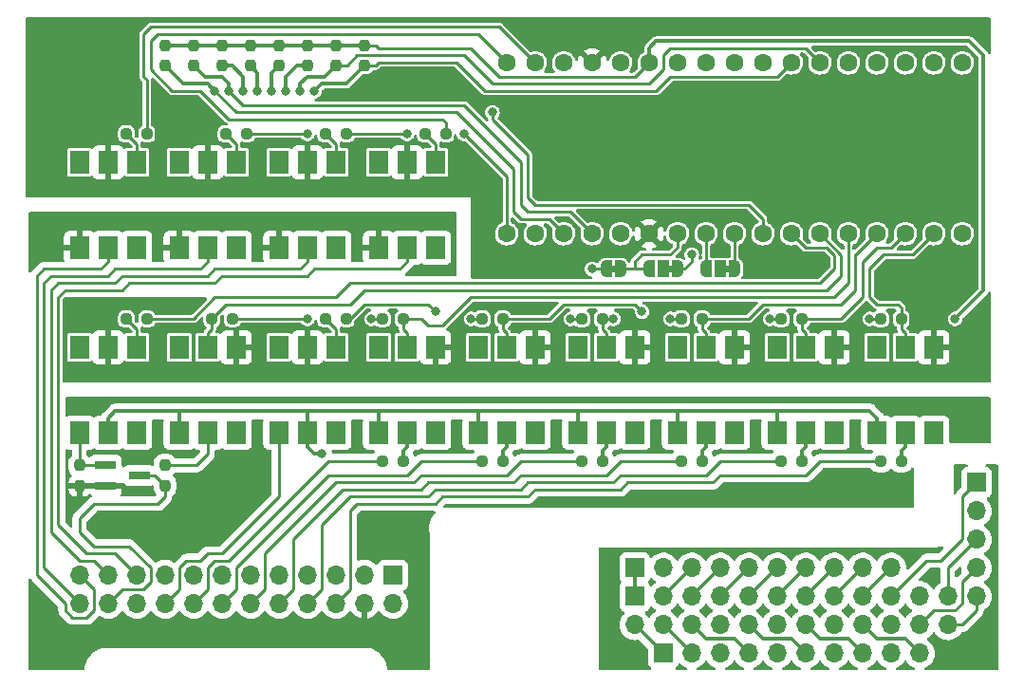
<source format=gbr>
%TF.GenerationSoftware,KiCad,Pcbnew,(6.0.7)*%
%TF.CreationDate,2022-09-10T09:27:16+02:00*%
%TF.ProjectId,K616_USB_IF,4b363136-5f55-4534-925f-49462e6b6963,0*%
%TF.SameCoordinates,PX73df160PY5f71980*%
%TF.FileFunction,Copper,L1,Top*%
%TF.FilePolarity,Positive*%
%FSLAX46Y46*%
G04 Gerber Fmt 4.6, Leading zero omitted, Abs format (unit mm)*
G04 Created by KiCad (PCBNEW (6.0.7)) date 2022-09-10 09:27:16*
%MOMM*%
%LPD*%
G01*
G04 APERTURE LIST*
G04 Aperture macros list*
%AMRoundRect*
0 Rectangle with rounded corners*
0 $1 Rounding radius*
0 $2 $3 $4 $5 $6 $7 $8 $9 X,Y pos of 4 corners*
0 Add a 4 corners polygon primitive as box body*
4,1,4,$2,$3,$4,$5,$6,$7,$8,$9,$2,$3,0*
0 Add four circle primitives for the rounded corners*
1,1,$1+$1,$2,$3*
1,1,$1+$1,$4,$5*
1,1,$1+$1,$6,$7*
1,1,$1+$1,$8,$9*
0 Add four rect primitives between the rounded corners*
20,1,$1+$1,$2,$3,$4,$5,0*
20,1,$1+$1,$4,$5,$6,$7,0*
20,1,$1+$1,$6,$7,$8,$9,0*
20,1,$1+$1,$8,$9,$2,$3,0*%
%AMFreePoly0*
4,1,22,0.550000,-0.750000,0.000000,-0.750000,0.000000,-0.745033,-0.079941,-0.743568,-0.215256,-0.701293,-0.333266,-0.622738,-0.424486,-0.514219,-0.481581,-0.384460,-0.499164,-0.250000,-0.500000,-0.250000,-0.500000,0.250000,-0.499164,0.250000,-0.499963,0.256109,-0.478152,0.396186,-0.417904,0.524511,-0.324060,0.630769,-0.204165,0.706417,-0.067858,0.745374,0.000000,0.744959,0.000000,0.750000,
0.550000,0.750000,0.550000,-0.750000,0.550000,-0.750000,$1*%
%AMFreePoly1*
4,1,20,0.000000,0.744959,0.073905,0.744508,0.209726,0.703889,0.328688,0.626782,0.421226,0.519385,0.479903,0.390333,0.500000,0.250000,0.500000,-0.250000,0.499851,-0.262216,0.476331,-0.402017,0.414519,-0.529596,0.319384,-0.634700,0.198574,-0.708877,0.061801,-0.746166,0.000000,-0.745033,0.000000,-0.750000,-0.550000,-0.750000,-0.550000,0.750000,0.000000,0.750000,0.000000,0.744959,
0.000000,0.744959,$1*%
%AMFreePoly2*
4,1,22,0.500000,-0.750000,0.000000,-0.750000,0.000000,-0.745033,-0.079941,-0.743568,-0.215256,-0.701293,-0.333266,-0.622738,-0.424486,-0.514219,-0.481581,-0.384460,-0.499164,-0.250000,-0.500000,-0.250000,-0.500000,0.250000,-0.499164,0.250000,-0.499963,0.256109,-0.478152,0.396186,-0.417904,0.524511,-0.324060,0.630769,-0.204165,0.706417,-0.067858,0.745374,0.000000,0.744959,0.000000,0.750000,
0.500000,0.750000,0.500000,-0.750000,0.500000,-0.750000,$1*%
%AMFreePoly3*
4,1,20,0.000000,0.744959,0.073905,0.744508,0.209726,0.703889,0.328688,0.626782,0.421226,0.519385,0.479903,0.390333,0.500000,0.250000,0.500000,-0.250000,0.499851,-0.262216,0.476331,-0.402017,0.414519,-0.529596,0.319384,-0.634700,0.198574,-0.708877,0.061801,-0.746166,0.000000,-0.745033,0.000000,-0.750000,-0.500000,-0.750000,-0.500000,0.750000,0.000000,0.750000,0.000000,0.744959,
0.000000,0.744959,$1*%
G04 Aperture macros list end*
%TA.AperFunction,SMDPad,CuDef*%
%ADD10RoundRect,0.237500X-0.237500X0.250000X-0.237500X-0.250000X0.237500X-0.250000X0.237500X0.250000X0*%
%TD*%
%TA.AperFunction,SMDPad,CuDef*%
%ADD11RoundRect,0.237500X0.250000X0.237500X-0.250000X0.237500X-0.250000X-0.237500X0.250000X-0.237500X0*%
%TD*%
%TA.AperFunction,SMDPad,CuDef*%
%ADD12RoundRect,0.237500X-0.250000X-0.237500X0.250000X-0.237500X0.250000X0.237500X-0.250000X0.237500X0*%
%TD*%
%TA.AperFunction,SMDPad,CuDef*%
%ADD13R,1.780000X2.000000*%
%TD*%
%TA.AperFunction,ComponentPad*%
%ADD14C,1.600000*%
%TD*%
%TA.AperFunction,ComponentPad*%
%ADD15R,1.700000X1.700000*%
%TD*%
%TA.AperFunction,ComponentPad*%
%ADD16O,1.700000X1.700000*%
%TD*%
%TA.AperFunction,SMDPad,CuDef*%
%ADD17FreePoly0,180.000000*%
%TD*%
%TA.AperFunction,SMDPad,CuDef*%
%ADD18R,1.000000X1.500000*%
%TD*%
%TA.AperFunction,SMDPad,CuDef*%
%ADD19FreePoly1,180.000000*%
%TD*%
%TA.AperFunction,SMDPad,CuDef*%
%ADD20R,1.900000X0.800000*%
%TD*%
%TA.AperFunction,SMDPad,CuDef*%
%ADD21FreePoly2,0.000000*%
%TD*%
%TA.AperFunction,SMDPad,CuDef*%
%ADD22FreePoly3,0.000000*%
%TD*%
%TA.AperFunction,ViaPad*%
%ADD23C,0.800000*%
%TD*%
%TA.AperFunction,Conductor*%
%ADD24C,0.350000*%
%TD*%
%TA.AperFunction,Conductor*%
%ADD25C,0.250000*%
%TD*%
G04 APERTURE END LIST*
%TO.C,JP2*%
G36*
X25030000Y27005000D02*
G01*
X24530000Y27005000D01*
X24530000Y27605000D01*
X25030000Y27605000D01*
X25030000Y27005000D01*
G37*
%TO.C,JP1*%
G36*
X30110000Y27005000D02*
G01*
X29610000Y27005000D01*
X29610000Y27605000D01*
X30110000Y27605000D01*
X30110000Y27005000D01*
G37*
%TO.C,JP3*%
G36*
X19935000Y27005000D02*
G01*
X19435000Y27005000D01*
X19435000Y27605000D01*
X19935000Y27605000D01*
X19935000Y27005000D01*
G37*
%TD*%
D10*
%TO.P,R17,1*%
%TO.N,Net-(R17-Pad1)*%
X-20320000Y9802500D03*
%TO.P,R17,2*%
%TO.N,/K616_Zero*%
X-20320000Y7977500D03*
%TD*%
D11*
%TO.P,R8,1*%
%TO.N,MCU_OUT_HOLD*%
X-4167500Y22860000D03*
%TO.P,R8,2*%
%TO.N,Net-(R8-Pad2)*%
X-5992500Y22860000D03*
%TD*%
D10*
%TO.P,R25,1*%
%TO.N,+5VL*%
X-17780000Y47267500D03*
%TO.P,R25,2*%
%TO.N,K616_Fn1*%
X-17780000Y45442500D03*
%TD*%
D12*
%TO.P,R4,1*%
%TO.N,+5VL*%
X16867500Y22860000D03*
%TO.P,R4,2*%
%TO.N,MCU_IN_GClk*%
X18692500Y22860000D03*
%TD*%
D11*
%TO.P,R15,1*%
%TO.N,Net-(R15-Pad1)*%
X9802500Y10160000D03*
%TO.P,R15,2*%
%TO.N,/K616_OUT_CN*%
X7977500Y10160000D03*
%TD*%
%TO.P,R11,1*%
%TO.N,Net-(R11-Pad1)*%
X45362500Y10160000D03*
%TO.P,R11,2*%
%TO.N,/K616_OUT_R4*%
X43537500Y10160000D03*
%TD*%
%TO.P,R13,1*%
%TO.N,Net-(R13-Pad1)*%
X27582500Y10160000D03*
%TO.P,R13,2*%
%TO.N,/K616_OUT_R1*%
X25757500Y10160000D03*
%TD*%
D13*
%TO.P,U4,1*%
%TO.N,+5VA*%
X16510000Y12700000D03*
%TO.P,U4,2*%
%TO.N,Net-(R14-Pad1)*%
X19050000Y12700000D03*
%TO.P,U4,3,NC*%
%TO.N,unconnected-(U4-Pad3)*%
X21590000Y12700000D03*
%TO.P,U4,4*%
%TO.N,GND*%
X21590000Y20320000D03*
%TO.P,U4,5*%
%TO.N,MCU_IN_GClk*%
X19050000Y20320000D03*
%TO.P,U4,6*%
%TO.N,unconnected-(U4-Pad6)*%
X16510000Y20320000D03*
%TD*%
D12*
%TO.P,R5,1*%
%TO.N,+5VL*%
X7977500Y22860000D03*
%TO.P,R5,2*%
%TO.N,MCU_IN_CN*%
X9802500Y22860000D03*
%TD*%
D13*
%TO.P,U1,1*%
%TO.N,+5VA*%
X43180000Y12700000D03*
%TO.P,U1,2*%
%TO.N,Net-(R11-Pad1)*%
X45720000Y12700000D03*
%TO.P,U1,3,NC*%
%TO.N,unconnected-(U1-Pad3)*%
X48260000Y12700000D03*
%TO.P,U1,4*%
%TO.N,GND*%
X48260000Y20320000D03*
%TO.P,U1,5*%
%TO.N,MCU_IN_R4*%
X45720000Y20320000D03*
%TO.P,U1,6*%
%TO.N,unconnected-(U1-Pad6)*%
X43180000Y20320000D03*
%TD*%
D14*
%TO.P,U14,1,MOSI*%
%TO.N,MCU_OUT_R2*%
X10160000Y30460000D03*
%TO.P,U14,2,RX_L/SS*%
%TO.N,unconnected-(U14-Pad2)*%
X12700000Y30460000D03*
%TO.P,U14,3,1(INT)/TX*%
%TO.N,K616_Fn2*%
X15240000Y30460000D03*
%TO.P,U14,4,0(INT)/RX*%
%TO.N,K616_Fn1*%
X17780000Y30460000D03*
%TO.P,U14,5,RESET*%
%TO.N,unconnected-(U14-Pad5)*%
X20320000Y30460000D03*
%TO.P,U14,6,GND*%
%TO.N,GND*%
X22860000Y30460000D03*
%TO.P,U14,7,2(INT)/SDA*%
%TO.N,Net-(JP2-Pad3)*%
X25400000Y30460000D03*
%TO.P,U14,8,3(PWM\u002CINT)/SCL*%
%TO.N,Net-(JP1-Pad3)*%
X27940000Y30460000D03*
%TO.P,U14,9,4/A6*%
%TO.N,Net-(JP1-Pad1)*%
X30480000Y30460000D03*
%TO.P,U14,10,5(PWM)*%
%TO.N,MCU_OUT_MR*%
X33020000Y30460000D03*
%TO.P,U14,11,6(PWM)/A7*%
%TO.N,MCU_OUT_ZERO*%
X35560000Y30460000D03*
%TO.P,U14,12,7(INT)*%
%TO.N,MCU_IN_ZERO*%
X38100000Y30460000D03*
%TO.P,U14,13,8/A8*%
%TO.N,MCU_IN_POL*%
X40640000Y30460000D03*
%TO.P,U14,14,9(PWM)/A9*%
%TO.N,MCU_IN_R1*%
X43180000Y30460000D03*
%TO.P,U14,15,10(PWM)/A10*%
%TO.N,MCU_IN_R2*%
X45720000Y30460000D03*
%TO.P,U14,16,11(PWM)*%
%TO.N,MCU_IN_R4*%
X48260000Y30460000D03*
%TO.P,U14,17,12/A11*%
%TO.N,Net-(JP2-Pad1)*%
X50800000Y30460000D03*
%TO.P,U14,18,13(PWM)*%
%TO.N,unconnected-(U14-Pad18)*%
X50800000Y45700000D03*
%TO.P,U14,19,3.3V*%
%TO.N,unconnected-(U14-Pad19)*%
X48260000Y45700000D03*
%TO.P,U14,20,AREF*%
%TO.N,unconnected-(U14-Pad20)*%
X45720000Y45700000D03*
%TO.P,U14,21,A0*%
%TO.N,K616_Exp_8e0*%
X43180000Y45700000D03*
%TO.P,U14,22,A1*%
%TO.N,K616_Exp_4e0*%
X40640000Y45700000D03*
%TO.P,U14,23,A2*%
%TO.N,K616_Exp_2e0*%
X38100000Y45700000D03*
%TO.P,U14,24,A3*%
%TO.N,K616_Exp_1e0*%
X35560000Y45700000D03*
%TO.P,U14,25,A4*%
%TO.N,K616_Exp_1e1*%
X33020000Y45700000D03*
%TO.P,U14,26,A5*%
%TO.N,K616_Exp_Pol*%
X30480000Y45700000D03*
%TO.P,U14,27,NC*%
%TO.N,unconnected-(U14-Pad27)*%
X27940000Y45700000D03*
%TO.P,U14,28,NC*%
%TO.N,unconnected-(U14-Pad28)*%
X25400000Y45700000D03*
%TO.P,U14,29,5V*%
%TO.N,+5VL*%
X22860000Y45700000D03*
%TO.P,U14,30,RESET*%
%TO.N,unconnected-(U14-Pad30)*%
X20320000Y45700000D03*
%TO.P,U14,31,GND*%
%TO.N,GND*%
X17780000Y45700000D03*
%TO.P,U14,32,VIN*%
%TO.N,unconnected-(U14-Pad32)*%
X15240000Y45700000D03*
%TO.P,U14,33,MISO*%
%TO.N,MCU_OUT_R4*%
X12700000Y45700000D03*
%TO.P,U14,34,SCK*%
%TO.N,MCU_OUT_R1*%
X10160000Y45700000D03*
%TD*%
D11*
%TO.P,R9,1*%
%TO.N,MCU_OUT_MR*%
X-13057500Y39370000D03*
%TO.P,R9,2*%
%TO.N,Net-(R9-Pad2)*%
X-14882500Y39370000D03*
%TD*%
D13*
%TO.P,U11,1*%
%TO.N,Net-(R27-Pad1)*%
X3810000Y36830000D03*
%TO.P,U11,2*%
%TO.N,GND*%
X1270000Y36830000D03*
%TO.P,U11,3,NC*%
%TO.N,unconnected-(U11-Pad3)*%
X-1270000Y36830000D03*
%TO.P,U11,4*%
%TO.N,GNDA*%
X-1270000Y29210000D03*
%TO.P,U11,5*%
%TO.N,/K616_R1_IN*%
X1270000Y29210000D03*
%TO.P,U11,6*%
%TO.N,unconnected-(U11-Pad6)*%
X3810000Y29210000D03*
%TD*%
D10*
%TO.P,R26,1*%
%TO.N,+5VL*%
X-20320000Y47267500D03*
%TO.P,R26,2*%
%TO.N,K616_Fn2*%
X-20320000Y45442500D03*
%TD*%
D12*
%TO.P,R3,1*%
%TO.N,+5VL*%
X25757500Y22860000D03*
%TO.P,R3,2*%
%TO.N,MCU_IN_R1*%
X27582500Y22860000D03*
%TD*%
%TO.P,R2,1*%
%TO.N,+5VL*%
X34647500Y22860000D03*
%TO.P,R2,2*%
%TO.N,MCU_IN_R2*%
X36472500Y22860000D03*
%TD*%
D11*
%TO.P,R16,1*%
%TO.N,Net-(R16-Pad1)*%
X912500Y10160000D03*
%TO.P,R16,2*%
%TO.N,/K616_OUT_Pol*%
X-912500Y10160000D03*
%TD*%
D15*
%TO.P,J4,1,Pin_1*%
%TO.N,GND*%
X21590000Y-1905000D03*
D16*
%TO.P,J4,2,Pin_2*%
%TO.N,+5VA*%
X21590000Y-4445000D03*
%TO.P,J4,3,Pin_3*%
%TO.N,K616_Exp_1e0*%
X24130000Y-1905000D03*
%TO.P,J4,4,Pin_4*%
%TO.N,GNDA*%
X24130000Y-4445000D03*
%TO.P,J4,5,Pin_5*%
%TO.N,K616_Exp_2e0*%
X26670000Y-1905000D03*
%TO.P,J4,6,Pin_6*%
%TO.N,/K616_OUT_R4*%
X26670000Y-4445000D03*
%TO.P,J4,7,Pin_7*%
%TO.N,K616_Exp_4e0*%
X29210000Y-1905000D03*
%TO.P,J4,8,Pin_8*%
%TO.N,/K616_OUT_R2*%
X29210000Y-4445000D03*
%TO.P,J4,9,Pin_9*%
%TO.N,K616_Exp_8e0*%
X31750000Y-1905000D03*
%TO.P,J4,10,Pin_10*%
%TO.N,/K616_OUT_R1*%
X31750000Y-4445000D03*
%TO.P,J4,11,Pin_11*%
%TO.N,K616_Exp_1e1*%
X34290000Y-1905000D03*
%TO.P,J4,12,Pin_12*%
%TO.N,/K616_OUT_GClk*%
X34290000Y-4445000D03*
%TO.P,J4,13,Pin_13*%
%TO.N,K616_Exp_Pol*%
X36830000Y-1905000D03*
%TO.P,J4,14,Pin_14*%
%TO.N,/K616_OUT_CN*%
X36830000Y-4445000D03*
%TO.P,J4,15,Pin_15*%
%TO.N,K616_Fn1*%
X39370000Y-1905000D03*
%TO.P,J4,16,Pin_16*%
%TO.N,/K616_OUT_Pol*%
X39370000Y-4445000D03*
%TO.P,J4,17,Pin_17*%
%TO.N,K616_Fn2*%
X41910000Y-1905000D03*
%TO.P,J4,18,Pin_18*%
%TO.N,/K616_IN_Hold*%
X41910000Y-4445000D03*
%TO.P,J4,19,Pin_19*%
%TO.N,/K616_R1_IN*%
X44450000Y-1905000D03*
%TO.P,J4,20,Pin_20*%
%TO.N,unconnected-(J4-Pad20)*%
X44450000Y-4445000D03*
%TO.P,J4,21,Pin_21*%
%TO.N,/K616_R2_IN*%
X46990000Y-1905000D03*
%TO.P,J4,22,Pin_22*%
%TO.N,/K616_Zero*%
X46990000Y-4445000D03*
%TO.P,J4,23,Pin_23*%
%TO.N,/K616_R4_IN*%
X49530000Y-1905000D03*
%TO.P,J4,24,Pin_24*%
%TO.N,/K616_~{mA}_IN*%
X49530000Y-4445000D03*
%TD*%
D13*
%TO.P,U8,1*%
%TO.N,Net-(R9-Pad2)*%
X-13970000Y36830000D03*
%TO.P,U8,2*%
%TO.N,GND*%
X-16510000Y36830000D03*
%TO.P,U8,3,NC*%
%TO.N,unconnected-(U8-Pad3)*%
X-19050000Y36830000D03*
%TO.P,U8,4*%
%TO.N,GNDA*%
X-19050000Y29210000D03*
%TO.P,U8,5*%
%TO.N,/K616_~{mA}_IN*%
X-16510000Y29210000D03*
%TO.P,U8,6*%
%TO.N,unconnected-(U8-Pad6)*%
X-13970000Y29210000D03*
%TD*%
D10*
%TO.P,R20,1*%
%TO.N,+5VL*%
X-5080000Y47267500D03*
%TO.P,R20,2*%
%TO.N,K616_Exp_2e0*%
X-5080000Y45442500D03*
%TD*%
%TO.P,R22,1*%
%TO.N,+5VL*%
X-10160000Y47267500D03*
%TO.P,R22,2*%
%TO.N,K616_Exp_8e0*%
X-10160000Y45442500D03*
%TD*%
D17*
%TO.P,JP2,1,A*%
%TO.N,Net-(JP2-Pad1)*%
X25430000Y27305000D03*
D18*
%TO.P,JP2,2,C*%
%TO.N,MCU_IN_GClk*%
X24130000Y27305000D03*
D19*
%TO.P,JP2,3,B*%
%TO.N,Net-(JP2-Pad3)*%
X22830000Y27305000D03*
%TD*%
D12*
%TO.P,R1,1*%
%TO.N,+5VL*%
X43537500Y22860000D03*
%TO.P,R1,2*%
%TO.N,MCU_IN_R4*%
X45362500Y22860000D03*
%TD*%
D10*
%TO.P,R18,1*%
%TO.N,Net-(Q1-Pad1)*%
X-27940000Y9802500D03*
%TO.P,R18,2*%
%TO.N,GNDA*%
X-27940000Y7977500D03*
%TD*%
D11*
%TO.P,R10,1*%
%TO.N,MCU_OUT_ZERO*%
X-21947500Y22860000D03*
%TO.P,R10,2*%
%TO.N,Net-(R10-Pad2)*%
X-23772500Y22860000D03*
%TD*%
D12*
%TO.P,R6,1*%
%TO.N,+5VL*%
X-912500Y22860000D03*
%TO.P,R6,2*%
%TO.N,MCU_IN_POL*%
X912500Y22860000D03*
%TD*%
D20*
%TO.P,Q1,1,B*%
%TO.N,Net-(Q1-Pad1)*%
X-25630000Y9840000D03*
%TO.P,Q1,2,E*%
%TO.N,GNDA*%
X-25630000Y7940000D03*
%TO.P,Q1,3,C*%
%TO.N,/K616_Zero*%
X-22630000Y8890000D03*
%TD*%
D10*
%TO.P,R19,1*%
%TO.N,+5VL*%
X-2540000Y47267500D03*
%TO.P,R19,2*%
%TO.N,K616_Exp_1e0*%
X-2540000Y45442500D03*
%TD*%
D11*
%TO.P,R7,1*%
%TO.N,+5VL*%
X-14327500Y22860000D03*
%TO.P,R7,2*%
%TO.N,MCU_IN_ZERO*%
X-16152500Y22860000D03*
%TD*%
D13*
%TO.P,U2,1*%
%TO.N,+5VA*%
X34290000Y12700000D03*
%TO.P,U2,2*%
%TO.N,Net-(R12-Pad1)*%
X36830000Y12700000D03*
%TO.P,U2,3,NC*%
%TO.N,unconnected-(U2-Pad3)*%
X39370000Y12700000D03*
%TO.P,U2,4*%
%TO.N,GND*%
X39370000Y20320000D03*
%TO.P,U2,5*%
%TO.N,MCU_IN_R2*%
X36830000Y20320000D03*
%TO.P,U2,6*%
%TO.N,unconnected-(U2-Pad6)*%
X34290000Y20320000D03*
%TD*%
D11*
%TO.P,R12,1*%
%TO.N,Net-(R12-Pad1)*%
X36472500Y10160000D03*
%TO.P,R12,2*%
%TO.N,/K616_OUT_R2*%
X34647500Y10160000D03*
%TD*%
D17*
%TO.P,JP1,1,A*%
%TO.N,Net-(JP1-Pad1)*%
X30510000Y27305000D03*
D18*
%TO.P,JP1,2,C*%
%TO.N,MCU_IN_CN*%
X29210000Y27305000D03*
D19*
%TO.P,JP1,3,B*%
%TO.N,Net-(JP1-Pad3)*%
X27910000Y27305000D03*
%TD*%
D13*
%TO.P,U3,1*%
%TO.N,+5VA*%
X25400000Y12700000D03*
%TO.P,U3,2*%
%TO.N,Net-(R13-Pad1)*%
X27940000Y12700000D03*
%TO.P,U3,3,NC*%
%TO.N,unconnected-(U3-Pad3)*%
X30480000Y12700000D03*
%TO.P,U3,4*%
%TO.N,GND*%
X30480000Y20320000D03*
%TO.P,U3,5*%
%TO.N,MCU_IN_R1*%
X27940000Y20320000D03*
%TO.P,U3,6*%
%TO.N,unconnected-(U3-Pad6)*%
X25400000Y20320000D03*
%TD*%
%TO.P,U9,1*%
%TO.N,+5VA*%
X-19050000Y12700000D03*
%TO.P,U9,2*%
%TO.N,Net-(R17-Pad1)*%
X-16510000Y12700000D03*
%TO.P,U9,3,NC*%
%TO.N,unconnected-(U9-Pad3)*%
X-13970000Y12700000D03*
%TO.P,U9,4*%
%TO.N,GND*%
X-13970000Y20320000D03*
%TO.P,U9,5*%
%TO.N,MCU_IN_ZERO*%
X-16510000Y20320000D03*
%TO.P,U9,6*%
%TO.N,unconnected-(U9-Pad6)*%
X-19050000Y20320000D03*
%TD*%
%TO.P,U6,1*%
%TO.N,+5VA*%
X-1270000Y12700000D03*
%TO.P,U6,2*%
%TO.N,Net-(R16-Pad1)*%
X1270000Y12700000D03*
%TO.P,U6,3,NC*%
%TO.N,unconnected-(U6-Pad3)*%
X3810000Y12700000D03*
%TO.P,U6,4*%
%TO.N,GND*%
X3810000Y20320000D03*
%TO.P,U6,5*%
%TO.N,MCU_IN_POL*%
X1270000Y20320000D03*
%TO.P,U6,6*%
%TO.N,unconnected-(U6-Pad6)*%
X-1270000Y20320000D03*
%TD*%
%TO.P,U12,1*%
%TO.N,Net-(R28-Pad1)*%
X-5080000Y36830000D03*
%TO.P,U12,2*%
%TO.N,GND*%
X-7620000Y36830000D03*
%TO.P,U12,3,NC*%
%TO.N,unconnected-(U12-Pad3)*%
X-10160000Y36830000D03*
%TO.P,U12,4*%
%TO.N,GNDA*%
X-10160000Y29210000D03*
%TO.P,U12,5*%
%TO.N,/K616_R2_IN*%
X-7620000Y29210000D03*
%TO.P,U12,6*%
%TO.N,unconnected-(U12-Pad6)*%
X-5080000Y29210000D03*
%TD*%
D10*
%TO.P,R23,1*%
%TO.N,+5VL*%
X-12700000Y47267500D03*
%TO.P,R23,2*%
%TO.N,K616_Exp_1e1*%
X-12700000Y45442500D03*
%TD*%
D13*
%TO.P,U13,1*%
%TO.N,Net-(R29-Pad1)*%
X-22860000Y36830000D03*
%TO.P,U13,2*%
%TO.N,GND*%
X-25400000Y36830000D03*
%TO.P,U13,3,NC*%
%TO.N,unconnected-(U13-Pad3)*%
X-27940000Y36830000D03*
%TO.P,U13,4*%
%TO.N,GNDA*%
X-27940000Y29210000D03*
%TO.P,U13,5*%
%TO.N,/K616_R4_IN*%
X-25400000Y29210000D03*
%TO.P,U13,6*%
%TO.N,unconnected-(U13-Pad6)*%
X-22860000Y29210000D03*
%TD*%
%TO.P,U5,1*%
%TO.N,+5VA*%
X7620000Y12700000D03*
%TO.P,U5,2*%
%TO.N,Net-(R15-Pad1)*%
X10160000Y12700000D03*
%TO.P,U5,3,NC*%
%TO.N,unconnected-(U5-Pad3)*%
X12700000Y12700000D03*
%TO.P,U5,4*%
%TO.N,GND*%
X12700000Y20320000D03*
%TO.P,U5,5*%
%TO.N,MCU_IN_CN*%
X10160000Y20320000D03*
%TO.P,U5,6*%
%TO.N,unconnected-(U5-Pad6)*%
X7620000Y20320000D03*
%TD*%
D12*
%TO.P,R28,1*%
%TO.N,Net-(R28-Pad1)*%
X-5992500Y39370000D03*
%TO.P,R28,2*%
%TO.N,MCU_OUT_R2*%
X-4167500Y39370000D03*
%TD*%
D11*
%TO.P,R14,1*%
%TO.N,Net-(R14-Pad1)*%
X18692500Y10160000D03*
%TO.P,R14,2*%
%TO.N,/K616_OUT_GClk*%
X16867500Y10160000D03*
%TD*%
D10*
%TO.P,R24,1*%
%TO.N,+5VL*%
X-15240000Y47267500D03*
%TO.P,R24,2*%
%TO.N,K616_Exp_Pol*%
X-15240000Y45442500D03*
%TD*%
D12*
%TO.P,R29,1*%
%TO.N,Net-(R29-Pad1)*%
X-23772500Y39370000D03*
%TO.P,R29,2*%
%TO.N,MCU_OUT_R4*%
X-21947500Y39370000D03*
%TD*%
%TO.P,R27,1*%
%TO.N,Net-(R27-Pad1)*%
X2897500Y39370000D03*
%TO.P,R27,2*%
%TO.N,MCU_OUT_R1*%
X4722500Y39370000D03*
%TD*%
D15*
%TO.P,J1,1,Pin_1*%
%TO.N,GND*%
X0Y0D03*
D16*
%TO.P,J1,2,Pin_2*%
%TO.N,+5VA*%
X0Y-2540000D03*
%TO.P,J1,3,Pin_3*%
%TO.N,K616_Exp_1e0*%
X-2540000Y0D03*
%TO.P,J1,4,Pin_4*%
%TO.N,GNDA*%
X-2540000Y-2540000D03*
%TO.P,J1,5,Pin_5*%
%TO.N,K616_Exp_2e0*%
X-5080000Y0D03*
%TO.P,J1,6,Pin_6*%
%TO.N,/K616_OUT_R4*%
X-5080000Y-2540000D03*
%TO.P,J1,7,Pin_7*%
%TO.N,K616_Exp_4e0*%
X-7620000Y0D03*
%TO.P,J1,8,Pin_8*%
%TO.N,/K616_OUT_R2*%
X-7620000Y-2540000D03*
%TO.P,J1,9,Pin_9*%
%TO.N,K616_Exp_8e0*%
X-10160000Y0D03*
%TO.P,J1,10,Pin_10*%
%TO.N,/K616_OUT_R1*%
X-10160000Y-2540000D03*
%TO.P,J1,11,Pin_11*%
%TO.N,K616_Exp_1e1*%
X-12700000Y0D03*
%TO.P,J1,12,Pin_12*%
%TO.N,/K616_OUT_GClk*%
X-12700000Y-2540000D03*
%TO.P,J1,13,Pin_13*%
%TO.N,K616_Exp_Pol*%
X-15240000Y0D03*
%TO.P,J1,14,Pin_14*%
%TO.N,/K616_OUT_CN*%
X-15240000Y-2540000D03*
%TO.P,J1,15,Pin_15*%
%TO.N,K616_Fn1*%
X-17780000Y0D03*
%TO.P,J1,16,Pin_16*%
%TO.N,/K616_OUT_Pol*%
X-17780000Y-2540000D03*
%TO.P,J1,17,Pin_17*%
%TO.N,K616_Fn2*%
X-20320000Y0D03*
%TO.P,J1,18,Pin_18*%
%TO.N,/K616_IN_Hold*%
X-20320000Y-2540000D03*
%TO.P,J1,19,Pin_19*%
%TO.N,/K616_R1_IN*%
X-22860000Y0D03*
%TO.P,J1,20,Pin_20*%
%TO.N,unconnected-(J1-Pad20)*%
X-22860000Y-2540000D03*
%TO.P,J1,21,Pin_21*%
%TO.N,/K616_R2_IN*%
X-25400000Y0D03*
%TO.P,J1,22,Pin_22*%
%TO.N,/K616_Zero*%
X-25400000Y-2540000D03*
%TO.P,J1,23,Pin_23*%
%TO.N,/K616_R4_IN*%
X-27940000Y0D03*
%TO.P,J1,24,Pin_24*%
%TO.N,/K616_~{mA}_IN*%
X-27940000Y-2540000D03*
%TD*%
D13*
%TO.P,U7,1*%
%TO.N,Net-(R8-Pad2)*%
X-5080000Y20320000D03*
%TO.P,U7,2*%
%TO.N,GND*%
X-7620000Y20320000D03*
%TO.P,U7,3,NC*%
%TO.N,unconnected-(U7-Pad3)*%
X-10160000Y20320000D03*
%TO.P,U7,4*%
%TO.N,/K616_IN_Hold*%
X-10160000Y12700000D03*
%TO.P,U7,5*%
%TO.N,+5VA*%
X-7620000Y12700000D03*
%TO.P,U7,6*%
%TO.N,unconnected-(U7-Pad6)*%
X-5080000Y12700000D03*
%TD*%
%TO.P,U10,1*%
%TO.N,Net-(R10-Pad2)*%
X-22860000Y20320000D03*
%TO.P,U10,2*%
%TO.N,GND*%
X-25400000Y20320000D03*
%TO.P,U10,3,NC*%
%TO.N,unconnected-(U10-Pad3)*%
X-27940000Y20320000D03*
%TO.P,U10,4*%
%TO.N,Net-(Q1-Pad1)*%
X-27940000Y12700000D03*
%TO.P,U10,5*%
%TO.N,+5VA*%
X-25400000Y12700000D03*
%TO.P,U10,6*%
%TO.N,unconnected-(U10-Pad6)*%
X-22860000Y12700000D03*
%TD*%
D21*
%TO.P,JP3,1,A*%
%TO.N,MCU_OUT_HOLD*%
X19035000Y27305000D03*
D22*
%TO.P,JP3,2,B*%
%TO.N,Net-(JP2-Pad3)*%
X20335000Y27305000D03*
%TD*%
D10*
%TO.P,R21,1*%
%TO.N,+5VL*%
X-7620000Y47267500D03*
%TO.P,R21,2*%
%TO.N,K616_Exp_4e0*%
X-7620000Y45442500D03*
%TD*%
D15*
%TO.P,J5,1,Pin_1*%
%TO.N,/K616_R1_IN*%
X52070000Y8255000D03*
D16*
%TO.P,J5,2,Pin_2*%
%TO.N,/K616_R2_IN*%
X52070000Y5715000D03*
%TO.P,J5,3,Pin_3*%
%TO.N,/K616_R4_IN*%
X52070000Y3175000D03*
%TO.P,J5,4,Pin_4*%
%TO.N,/K616_Zero*%
X52070000Y635000D03*
%TO.P,J5,5,Pin_5*%
%TO.N,/K616_~{mA}_IN*%
X52070000Y-1905000D03*
%TD*%
D15*
%TO.P,J2,1,Pin_1*%
%TO.N,GND*%
X21590000Y635000D03*
D16*
%TO.P,J2,2,Pin_2*%
%TO.N,unconnected-(J2-Pad2)*%
X24130000Y635000D03*
%TO.P,J2,3,Pin_3*%
%TO.N,K616_Exp_1e0*%
X26670000Y635000D03*
%TO.P,J2,4,Pin_4*%
%TO.N,K616_Exp_2e0*%
X29210000Y635000D03*
%TO.P,J2,5,Pin_5*%
%TO.N,K616_Exp_4e0*%
X31750000Y635000D03*
%TO.P,J2,6,Pin_6*%
%TO.N,K616_Exp_8e0*%
X34290000Y635000D03*
%TO.P,J2,7,Pin_7*%
%TO.N,K616_Exp_1e1*%
X36830000Y635000D03*
%TO.P,J2,8,Pin_8*%
%TO.N,K616_Exp_Pol*%
X39370000Y635000D03*
%TO.P,J2,9,Pin_9*%
%TO.N,K616_Fn1*%
X41910000Y635000D03*
%TO.P,J2,10,Pin_10*%
%TO.N,K616_Fn2*%
X44450000Y635000D03*
%TD*%
D15*
%TO.P,J3,1,Pin_1*%
%TO.N,+5VA*%
X24130000Y-6985000D03*
D16*
%TO.P,J3,2,Pin_2*%
%TO.N,GNDA*%
X26670000Y-6985000D03*
%TO.P,J3,3,Pin_3*%
%TO.N,unconnected-(J3-Pad3)*%
X29210000Y-6985000D03*
%TO.P,J3,4,Pin_4*%
%TO.N,/K616_OUT_R4*%
X31750000Y-6985000D03*
%TO.P,J3,5,Pin_5*%
%TO.N,/K616_OUT_R2*%
X34290000Y-6985000D03*
%TO.P,J3,6,Pin_6*%
%TO.N,/K616_OUT_R1*%
X36830000Y-6985000D03*
%TO.P,J3,7,Pin_7*%
%TO.N,/K616_OUT_GClk*%
X39370000Y-6985000D03*
%TO.P,J3,8,Pin_8*%
%TO.N,/K616_OUT_CN*%
X41910000Y-6985000D03*
%TO.P,J3,9,Pin_9*%
%TO.N,/K616_OUT_Pol*%
X44450000Y-6985000D03*
%TO.P,J3,10,Pin_10*%
%TO.N,/K616_IN_Hold*%
X46990000Y-6985000D03*
%TD*%
D23*
%TO.N,+5VA*%
X-6350000Y10795000D03*
%TO.N,GND*%
X5715000Y20320000D03*
X52705000Y48260000D03*
X14605000Y20320000D03*
X-20955000Y36830000D03*
X32385000Y27305000D03*
X32385000Y20320000D03*
X-3175000Y36830000D03*
X20955000Y22860000D03*
X22860000Y34290000D03*
X5715000Y36830000D03*
X8255000Y27305000D03*
X50800000Y20320000D03*
X-31115000Y48260000D03*
X23495000Y20320000D03*
X-20955000Y20320000D03*
X-7620000Y18415000D03*
X41275000Y20320000D03*
X15875000Y27305000D03*
%TO.N,GNDA*%
X-27940000Y15240000D03*
X14605000Y12700000D03*
X45720000Y14605000D03*
X23495000Y6985000D03*
X23495000Y12700000D03*
X-20955000Y12700000D03*
X-3175000Y29210000D03*
X-20955000Y29210000D03*
X-15240000Y10160000D03*
X41275000Y12700000D03*
X5715000Y12700000D03*
X-3175000Y12700000D03*
X-28575000Y6350000D03*
X32385000Y12700000D03*
%TO.N,K616_Exp_1e0*%
X-6985000Y43180000D03*
%TO.N,K616_Exp_2e0*%
X-8255000Y43180000D03*
%TO.N,K616_Exp_4e0*%
X-9525000Y43180000D03*
%TO.N,K616_Exp_8e0*%
X-10795000Y43180000D03*
%TO.N,K616_Exp_1e1*%
X-12065000Y43180000D03*
%TO.N,K616_Exp_Pol*%
X-13335000Y43180000D03*
%TO.N,K616_Fn1*%
X-14605000Y43180000D03*
%TO.N,K616_Fn2*%
X-15875000Y43180000D03*
%TO.N,+5VL*%
X33655000Y22860000D03*
X42545000Y22860000D03*
X-7620000Y22860000D03*
X24765000Y22860000D03*
X50165000Y22860000D03*
X-1905000Y22860000D03*
X6985000Y22860000D03*
X15875000Y22860000D03*
%TO.N,MCU_IN_GClk*%
X19685000Y22860000D03*
X24130000Y27305000D03*
%TO.N,MCU_IN_CN*%
X22225000Y23495000D03*
X29210000Y27305000D03*
%TO.N,MCU_OUT_HOLD*%
X3810000Y23495000D03*
X17780000Y27305000D03*
%TO.N,MCU_OUT_MR*%
X8890000Y41275000D03*
X-7620000Y39370000D03*
%TO.N,MCU_OUT_R2*%
X6350000Y39370000D03*
X1270000Y39370000D03*
%TO.N,Net-(JP2-Pad1)*%
X26670000Y28575000D03*
%TD*%
D24*
%TO.N,+5VA*%
X16510000Y14605000D02*
X25400000Y14605000D01*
X34290000Y14605000D02*
X42545000Y14605000D01*
X42545000Y14605000D02*
X43180000Y13970000D01*
X-19050000Y12700000D02*
X-19050000Y14605000D01*
X7620000Y14605000D02*
X16510000Y14605000D01*
X-25400000Y13970000D02*
X-25400000Y12700000D01*
X7620000Y12700000D02*
X7620000Y14605000D01*
X-6350000Y10795000D02*
X-6985000Y10795000D01*
X16510000Y12700000D02*
X16510000Y14605000D01*
X-7620000Y14605000D02*
X-19050000Y14605000D01*
X25400000Y14605000D02*
X34290000Y14605000D01*
X-7620000Y12700000D02*
X-7620000Y14605000D01*
X-7620000Y14605000D02*
X-1270000Y14605000D01*
X-24765000Y14605000D02*
X-25400000Y13970000D01*
X21590000Y-4445000D02*
X24130000Y-6985000D01*
X-6985000Y10795000D02*
X-7620000Y11430000D01*
X-1270000Y14605000D02*
X7620000Y14605000D01*
X-1270000Y12700000D02*
X-1270000Y14605000D01*
X-19050000Y14605000D02*
X-24765000Y14605000D01*
X25400000Y12700000D02*
X25400000Y14605000D01*
X-7620000Y11430000D02*
X-7620000Y12700000D01*
X43180000Y13970000D02*
X43180000Y12700000D01*
X34290000Y12700000D02*
X34290000Y14605000D01*
%TO.N,GND*%
X21590000Y-1905000D02*
X21590000Y635000D01*
D25*
%TO.N,GNDA*%
X-25630000Y7940000D02*
X-27902500Y7940000D01*
X-27902500Y7940000D02*
X-27940000Y7977500D01*
D24*
X24130000Y-4445000D02*
X26670000Y-6985000D01*
%TO.N,K616_Exp_1e0*%
X-6985000Y43180000D02*
X-6350000Y43815000D01*
D25*
X8255000Y43180000D02*
X23495000Y43180000D01*
D24*
X-4167500Y43815000D02*
X-2540000Y45442500D01*
D25*
X-1547500Y45442500D02*
X-1270000Y45720000D01*
X5715000Y45720000D02*
X8255000Y43180000D01*
D24*
X24130000Y-1905000D02*
X26670000Y635000D01*
D25*
X-1270000Y45720000D02*
X5715000Y45720000D01*
X-2540000Y45442500D02*
X-1547500Y45442500D01*
X24765000Y44450000D02*
X34310000Y44450000D01*
X23495000Y43180000D02*
X24765000Y44450000D01*
X34310000Y44450000D02*
X35560000Y45700000D01*
D24*
X-6350000Y43815000D02*
X-4167500Y43815000D01*
D25*
%TO.N,/K616_OUT_R4*%
X12065000Y6985000D02*
X12700000Y7620000D01*
D24*
X26670000Y-4445000D02*
X27940000Y-5715000D01*
D25*
X-3810000Y-1270000D02*
X-3810000Y5715000D01*
X29210000Y8890000D02*
X36830000Y8890000D01*
D24*
X27940000Y-5715000D02*
X30480000Y-5715000D01*
D25*
X28575000Y8255000D02*
X29210000Y8890000D01*
X-5080000Y-2540000D02*
X-3810000Y-1270000D01*
X-3810000Y5715000D02*
X-3175000Y6350000D01*
X38100000Y10160000D02*
X43537500Y10160000D01*
X4445000Y6985000D02*
X12065000Y6985000D01*
X-3175000Y6350000D02*
X3810000Y6350000D01*
X20955000Y8255000D02*
X28575000Y8255000D01*
D24*
X30480000Y-5715000D02*
X31750000Y-6985000D01*
D25*
X12700000Y7620000D02*
X20320000Y7620000D01*
X36830000Y8890000D02*
X38100000Y10160000D01*
X3810000Y6350000D02*
X4445000Y6985000D01*
X20320000Y7620000D02*
X20955000Y8255000D01*
%TO.N,K616_Exp_2e0*%
X24130000Y45085000D02*
X24130000Y46355000D01*
X8890000Y43815000D02*
X22860000Y43815000D01*
X24130000Y46355000D02*
X24765000Y46990000D01*
X22860000Y43815000D02*
X24130000Y45085000D01*
X-5080000Y45442500D02*
X-4087500Y45442500D01*
X-4087500Y45442500D02*
X-3175000Y46355000D01*
X36810000Y46990000D02*
X38100000Y45700000D01*
X-3175000Y46355000D02*
X6350000Y46355000D01*
X24765000Y46990000D02*
X36810000Y46990000D01*
D24*
X-6072500Y44450000D02*
X-5080000Y45442500D01*
X-7620000Y44450000D02*
X-6072500Y44450000D01*
D25*
X6350000Y46355000D02*
X8890000Y43815000D01*
D24*
X-8255000Y43815000D02*
X-7620000Y44450000D01*
X26670000Y-1905000D02*
X29210000Y635000D01*
X-8255000Y43180000D02*
X-8255000Y43815000D01*
D25*
%TO.N,/K616_OUT_R2*%
X3175000Y6985000D02*
X3810000Y7620000D01*
X12065000Y8255000D02*
X19685000Y8255000D01*
X19685000Y8255000D02*
X20320000Y8890000D01*
X-6350000Y4445000D02*
X-3810000Y6985000D01*
X-6350000Y-1270000D02*
X-6350000Y4445000D01*
X29210000Y10160000D02*
X34647500Y10160000D01*
X-7620000Y-2540000D02*
X-6350000Y-1270000D01*
X3810000Y7620000D02*
X11430000Y7620000D01*
X11430000Y7620000D02*
X12065000Y8255000D01*
X20320000Y8890000D02*
X27940000Y8890000D01*
X27940000Y8890000D02*
X29210000Y10160000D01*
X-3810000Y6985000D02*
X3175000Y6985000D01*
D24*
%TO.N,K616_Exp_4e0*%
X-8532500Y45442500D02*
X-7620000Y45442500D01*
X-9525000Y43180000D02*
X-9525000Y44450000D01*
X29210000Y-1905000D02*
X31750000Y635000D01*
X-9525000Y44450000D02*
X-8532500Y45442500D01*
D25*
%TO.N,/K616_OUT_R1*%
X3175000Y8255000D02*
X10795000Y8255000D01*
X20320000Y10160000D02*
X25757500Y10160000D01*
D24*
X33020000Y-5715000D02*
X35560000Y-5715000D01*
D25*
X2540000Y7620000D02*
X3175000Y8255000D01*
X10795000Y8255000D02*
X11430000Y8890000D01*
X-4445000Y7620000D02*
X2540000Y7620000D01*
D24*
X31750000Y-4445000D02*
X33020000Y-5715000D01*
D25*
X-10160000Y-2540000D02*
X-8890000Y-1270000D01*
D24*
X35560000Y-5715000D02*
X36830000Y-6985000D01*
D25*
X11430000Y8890000D02*
X19050000Y8890000D01*
X19050000Y8890000D02*
X20320000Y10160000D01*
X-8890000Y3175000D02*
X-4445000Y7620000D01*
X-8890000Y-1270000D02*
X-8890000Y3175000D01*
D24*
%TO.N,K616_Exp_8e0*%
X31750000Y-1905000D02*
X34290000Y635000D01*
X-10795000Y44807500D02*
X-10160000Y45442500D01*
X-10795000Y43180000D02*
X-10795000Y44807500D01*
D25*
%TO.N,/K616_OUT_GClk*%
X2540000Y8890000D02*
X10160000Y8890000D01*
X-11430000Y-1270000D02*
X-11430000Y1905000D01*
X-11430000Y1905000D02*
X-5080000Y8255000D01*
X10160000Y8890000D02*
X11430000Y10160000D01*
X1905000Y8255000D02*
X2540000Y8890000D01*
X11430000Y10160000D02*
X16867500Y10160000D01*
X-12700000Y-2540000D02*
X-11430000Y-1270000D01*
X-5080000Y8255000D02*
X1905000Y8255000D01*
D24*
%TO.N,K616_Exp_1e1*%
X-12065000Y44807500D02*
X-12700000Y45442500D01*
X34290000Y-1905000D02*
X36830000Y635000D01*
X-12065000Y43180000D02*
X-12065000Y44807500D01*
D25*
%TO.N,/K616_OUT_CN*%
X-5715000Y8890000D02*
X1270000Y8890000D01*
D24*
X36830000Y-4445000D02*
X38100000Y-5715000D01*
D25*
X1270000Y8890000D02*
X2540000Y10160000D01*
X-13970000Y-1261444D02*
X-13970000Y635000D01*
X-13970000Y635000D02*
X-5715000Y8890000D01*
D24*
X40640000Y-5715000D02*
X41910000Y-6985000D01*
D25*
X-15240000Y-2540000D02*
X-13965722Y-1265722D01*
D24*
X38100000Y-5715000D02*
X40640000Y-5715000D01*
D25*
X2540000Y10160000D02*
X7977500Y10160000D01*
X-13965722Y-1265722D02*
X-13970000Y-1261444D01*
D24*
%TO.N,K616_Exp_Pol*%
X36830000Y-1905000D02*
X39370000Y635000D01*
X-13335000Y43180000D02*
X-13335000Y44450000D01*
X-14327500Y45442500D02*
X-15240000Y45442500D01*
X-13335000Y44450000D02*
X-14327500Y45442500D01*
D25*
%TO.N,/K616_OUT_Pol*%
X-16510000Y635000D02*
X-16510000Y-1270000D01*
X-5715000Y10160000D02*
X-912500Y10160000D01*
X-15875000Y1270000D02*
X-16510000Y635000D01*
X-16510000Y-1270000D02*
X-17780000Y-2540000D01*
X-5715000Y10160000D02*
X-14605000Y1270000D01*
X-14605000Y1270000D02*
X-15875000Y1270000D01*
D24*
%TO.N,K616_Fn1*%
X-15240000Y44450000D02*
X-16787500Y44450000D01*
X-14605000Y43815000D02*
X-15240000Y44450000D01*
D25*
X-14605000Y43180000D02*
X-13335000Y41910000D01*
X15855000Y32385000D02*
X17780000Y30460000D01*
D24*
X-16787500Y44450000D02*
X-17780000Y45442500D01*
D25*
X12065000Y32385000D02*
X15855000Y32385000D01*
D24*
X-14605000Y43180000D02*
X-14605000Y43815000D01*
D25*
X11430000Y36830000D02*
X11430000Y33020000D01*
X11430000Y33020000D02*
X12065000Y32385000D01*
X6350000Y41910000D02*
X11430000Y36830000D01*
D24*
X39370000Y-1905000D02*
X41910000Y635000D01*
D25*
X-13335000Y41910000D02*
X6350000Y41910000D01*
%TO.N,/K616_IN_Hold*%
X-19050000Y-1270000D02*
X-19050000Y635000D01*
X-20320000Y-2540000D02*
X-19050000Y-1270000D01*
D24*
X43180000Y-5715000D02*
X45720000Y-5715000D01*
D25*
X-15240000Y1905000D02*
X-10160000Y6985000D01*
X-19050000Y635000D02*
X-18415000Y1270000D01*
D24*
X45720000Y-5715000D02*
X46990000Y-6985000D01*
D25*
X-16510000Y1905000D02*
X-15240000Y1905000D01*
X-18415000Y1270000D02*
X-17145000Y1270000D01*
D24*
X41910000Y-4445000D02*
X43180000Y-5715000D01*
D25*
X-17145000Y1270000D02*
X-16510000Y1905000D01*
X-10160000Y6985000D02*
X-10160000Y12700000D01*
%TO.N,K616_Fn2*%
X-15875000Y43180000D02*
X-13970000Y41275000D01*
D24*
X-15875000Y43180000D02*
X-16510000Y43815000D01*
X-16510000Y43815000D02*
X-18692500Y43815000D01*
X-18692500Y43815000D02*
X-20320000Y45442500D01*
D25*
X10795000Y32385000D02*
X11430000Y31750000D01*
X10795000Y36195000D02*
X10795000Y32385000D01*
X11430000Y31750000D02*
X13970000Y31750000D01*
X13970000Y31750000D02*
X13970000Y31730000D01*
X13970000Y31730000D02*
X15240000Y30460000D01*
D24*
X41910000Y-1905000D02*
X44450000Y635000D01*
D25*
X5715000Y41275000D02*
X10795000Y36195000D01*
X-13970000Y41275000D02*
X5715000Y41275000D01*
%TO.N,/K616_R1_IN*%
X-24765000Y1905000D02*
X-22860000Y0D01*
X-29210000Y25400000D02*
X-29845000Y24765000D01*
X-29845000Y4445000D02*
X-27305000Y1905000D01*
X-29845000Y24765000D02*
X-29845000Y4445000D01*
X44450000Y-1905000D02*
X47625000Y1270000D01*
X635000Y27305000D02*
X-6985000Y27305000D01*
X50800000Y3175000D02*
X50800000Y6985000D01*
X50800000Y6985000D02*
X52070000Y8255000D01*
X-24130000Y25400000D02*
X-29210000Y25400000D01*
X1270000Y29210000D02*
X1270000Y27940000D01*
X-15240000Y26670000D02*
X-15875000Y26035000D01*
X48895000Y1270000D02*
X50800000Y3175000D01*
X-27305000Y1905000D02*
X-24765000Y1905000D01*
X-6985000Y27305000D02*
X-7620000Y26670000D01*
X47625000Y1270000D02*
X48895000Y1270000D01*
X1270000Y27940000D02*
X635000Y27305000D01*
X-7620000Y26670000D02*
X-15240000Y26670000D01*
X-23495000Y26035000D02*
X-24130000Y25400000D01*
X-15875000Y26035000D02*
X-23495000Y26035000D01*
%TO.N,/K616_Zero*%
X-27940000Y5080000D02*
X-26670000Y6350000D01*
X-21590000Y635000D02*
X-23495000Y2540000D01*
X50165000Y-3175000D02*
X50800000Y-2540000D01*
X-25400000Y-2540000D02*
X-24130000Y-1270000D01*
X-23495000Y2540000D02*
X-26670000Y2540000D01*
X46990000Y-4445000D02*
X48260000Y-3175000D01*
X50800000Y-635000D02*
X52070000Y635000D01*
X48260000Y-3175000D02*
X50165000Y-3175000D01*
X-20320000Y6985000D02*
X-20320000Y7977500D01*
X-21232500Y8890000D02*
X-22630000Y8890000D01*
X-20320000Y7977500D02*
X-21232500Y8890000D01*
X-22225000Y-1270000D02*
X-21590000Y-635000D01*
X-27940000Y3810000D02*
X-27940000Y5080000D01*
X-26670000Y6350000D02*
X-20955000Y6350000D01*
X-24130000Y-1270000D02*
X-22225000Y-1270000D01*
X50800000Y-2540000D02*
X50800000Y-635000D01*
X-21590000Y-635000D02*
X-21590000Y635000D01*
X-26670000Y2540000D02*
X-27940000Y3810000D01*
X-20955000Y6350000D02*
X-20320000Y6985000D01*
%TO.N,/K616_R2_IN*%
X-27940000Y1270000D02*
X-30480000Y3810000D01*
X-15875000Y27305000D02*
X-8255000Y27305000D01*
X-8255000Y27305000D02*
X-7620000Y27940000D01*
X-25400000Y0D02*
X-26670000Y1270000D01*
X-24765000Y26035000D02*
X-24130000Y26670000D01*
X-30480000Y25400000D02*
X-29845000Y26035000D01*
X-24130000Y26670000D02*
X-16510000Y26670000D01*
X-7620000Y27940000D02*
X-7620000Y29210000D01*
X-16510000Y26670000D02*
X-15875000Y27305000D01*
X-26670000Y1270000D02*
X-27940000Y1270000D01*
X-29845000Y26035000D02*
X-24765000Y26035000D01*
X-30480000Y3810000D02*
X-30480000Y25400000D01*
%TO.N,/K616_~{mA}_IN*%
X-16510000Y29210000D02*
X-16510000Y27940000D01*
X-31115000Y26035000D02*
X-31115000Y635000D01*
X49530000Y-4445000D02*
X50800000Y-4445000D01*
X-30480000Y26670000D02*
X-31115000Y26035000D01*
X-17145000Y27305000D02*
X-24765000Y27305000D01*
X-31115000Y635000D02*
X-27940000Y-2540000D01*
X-25400000Y26670000D02*
X-30480000Y26670000D01*
X-16510000Y27940000D02*
X-17145000Y27305000D01*
X50800000Y-4445000D02*
X52070000Y-3175000D01*
X52070000Y-3175000D02*
X52070000Y-1905000D01*
X-24765000Y27305000D02*
X-25400000Y26670000D01*
%TO.N,/K616_R4_IN*%
X-25400000Y27940000D02*
X-25400000Y29210000D01*
X-26670000Y-3175000D02*
X-27305000Y-3810000D01*
X-26035000Y27305000D02*
X-25400000Y27940000D01*
X-28575000Y-3810000D02*
X-29210000Y-3175000D01*
X-27305000Y-3810000D02*
X-28575000Y-3810000D01*
X-29210000Y-3175000D02*
X-29210000Y-2540000D01*
X49530000Y635000D02*
X52070000Y3175000D01*
X-27940000Y0D02*
X-26670000Y-1270000D01*
X-26670000Y-1270000D02*
X-26670000Y-3175000D01*
X49530000Y-1905000D02*
X49530000Y635000D01*
X-29210000Y-2540000D02*
X-31750000Y0D01*
X-31115000Y27305000D02*
X-26035000Y27305000D01*
X-31750000Y26670000D02*
X-31115000Y27305000D01*
X-31750000Y0D02*
X-31750000Y26670000D01*
%TO.N,+5VL*%
X24765000Y22860000D02*
X25757500Y22860000D01*
X-7620000Y22860000D02*
X-14327500Y22860000D01*
X21610000Y44450000D02*
X9525000Y44450000D01*
X-1547500Y47267500D02*
X-1270000Y46990000D01*
X6985000Y46990000D02*
X-1270000Y46990000D01*
D24*
X-10160000Y47267500D02*
X-12700000Y47267500D01*
X51435000Y47625000D02*
X23495000Y47625000D01*
X-20320000Y47267500D02*
X-17780000Y47267500D01*
D25*
X33655000Y22860000D02*
X34647500Y22860000D01*
D24*
X-7620000Y47267500D02*
X-10160000Y47267500D01*
D25*
X6985000Y22860000D02*
X7977500Y22860000D01*
X42545000Y22860000D02*
X43537500Y22860000D01*
D24*
X-2540000Y47267500D02*
X-5080000Y47267500D01*
X23495000Y47625000D02*
X22860000Y46990000D01*
D25*
X-2540000Y47267500D02*
X-1547500Y47267500D01*
X9525000Y44450000D02*
X6985000Y46990000D01*
X-1905000Y22860000D02*
X-912500Y22860000D01*
D24*
X-5080000Y47267500D02*
X-7620000Y47267500D01*
D25*
X21610000Y44450000D02*
X22860000Y45700000D01*
D24*
X-17780000Y47267500D02*
X-15240000Y47267500D01*
X52705000Y25400000D02*
X52705000Y46355000D01*
X50165000Y22860000D02*
X52705000Y25400000D01*
X52705000Y46355000D02*
X51435000Y47625000D01*
X-12700000Y47267500D02*
X-15240000Y47267500D01*
X22860000Y46990000D02*
X22860000Y45700000D01*
D25*
X15875000Y22860000D02*
X16867500Y22860000D01*
%TO.N,MCU_IN_R4*%
X43815000Y28575000D02*
X46375000Y28575000D01*
X42545000Y24765000D02*
X42545000Y27305000D01*
X45362500Y22860000D02*
X45362500Y21947500D01*
X45362500Y23852500D02*
X45085000Y24130000D01*
X46375000Y28575000D02*
X48260000Y30460000D01*
X45720000Y21590000D02*
X45720000Y20320000D01*
X42545000Y27305000D02*
X43815000Y28575000D01*
X45362500Y22860000D02*
X45362500Y23852500D01*
X43180000Y24130000D02*
X42545000Y24765000D01*
X45085000Y24130000D02*
X43180000Y24130000D01*
X45362500Y21947500D02*
X45720000Y21590000D01*
%TO.N,MCU_IN_R2*%
X36472500Y21947500D02*
X36830000Y21590000D01*
X41910000Y27940000D02*
X41910000Y24765000D01*
X36830000Y21590000D02*
X36830000Y20320000D01*
X36472500Y22860000D02*
X36472500Y21947500D01*
X43180000Y29210000D02*
X41910000Y27940000D01*
X44470000Y29210000D02*
X43180000Y29210000D01*
X45720000Y30460000D02*
X44470000Y29210000D01*
X41910000Y24765000D02*
X40005000Y22860000D01*
X40005000Y22860000D02*
X36472500Y22860000D01*
%TO.N,MCU_IN_R1*%
X27582500Y22860000D02*
X27582500Y21947500D01*
X40005000Y24130000D02*
X33020000Y24130000D01*
X41295000Y28575000D02*
X41275000Y28575000D01*
X41275000Y25400000D02*
X40005000Y24130000D01*
X41275000Y28575000D02*
X41275000Y25400000D01*
X27582500Y21947500D02*
X27940000Y21590000D01*
X27940000Y21590000D02*
X27940000Y20320000D01*
X43180000Y30460000D02*
X41295000Y28575000D01*
X33020000Y24130000D02*
X31750000Y22860000D01*
X31750000Y22860000D02*
X27582500Y22860000D01*
%TO.N,MCU_IN_GClk*%
X18692500Y21947500D02*
X19050000Y21590000D01*
X18692500Y22860000D02*
X18692500Y21947500D01*
X19050000Y21590000D02*
X19050000Y20320000D01*
X18692500Y22860000D02*
X19685000Y22860000D01*
%TO.N,MCU_IN_CN*%
X10160000Y21590000D02*
X10160000Y20320000D01*
X9802500Y22860000D02*
X9802500Y21947500D01*
X22225000Y23495000D02*
X21590000Y24130000D01*
X9802500Y21947500D02*
X10160000Y21590000D01*
X21590000Y24130000D02*
X15240000Y24130000D01*
X13970000Y22860000D02*
X9802500Y22860000D01*
X15240000Y24130000D02*
X13970000Y22860000D01*
%TO.N,MCU_IN_POL*%
X40640000Y30460000D02*
X40640000Y26035000D01*
X912500Y21947500D02*
X1270000Y21590000D01*
X2540000Y22860000D02*
X912500Y22860000D01*
X912500Y22860000D02*
X912500Y21947500D01*
X3175000Y22225000D02*
X2540000Y22860000D01*
X39370000Y24765000D02*
X6985000Y24765000D01*
X4445000Y22225000D02*
X3175000Y22225000D01*
X6985000Y24765000D02*
X4445000Y22225000D01*
X40640000Y26035000D02*
X39370000Y24765000D01*
X1270000Y21590000D02*
X1270000Y20320000D01*
%TO.N,MCU_IN_ZERO*%
X40005000Y28555000D02*
X40005000Y26670000D01*
X-3810000Y24130000D02*
X-14882500Y24130000D01*
X-14882500Y24130000D02*
X-16152500Y22860000D01*
X-16152500Y22860000D02*
X-16152500Y21947500D01*
X-16510000Y21590000D02*
X-16510000Y20320000D01*
X40005000Y26670000D02*
X38735000Y25400000D01*
X-16152500Y21947500D02*
X-16510000Y21590000D01*
X-2540000Y25400000D02*
X-3810000Y24130000D01*
X38735000Y25400000D02*
X-2540000Y25400000D01*
X38100000Y30460000D02*
X40005000Y28555000D01*
%TO.N,MCU_OUT_HOLD*%
X-3810000Y22860000D02*
X-4167500Y22860000D01*
X3175000Y24130000D02*
X3810000Y23495000D01*
X19035000Y27305000D02*
X17780000Y27305000D01*
X-2540000Y24130000D02*
X3175000Y24130000D01*
X-2540000Y24130000D02*
X-3810000Y22860000D01*
%TO.N,Net-(R8-Pad2)*%
X-5992500Y22860000D02*
X-5080000Y21947500D01*
X-5080000Y21947500D02*
X-5080000Y20320000D01*
%TO.N,MCU_OUT_MR*%
X-13057500Y39370000D02*
X-7620000Y39370000D01*
X12065000Y33655000D02*
X12700000Y33020000D01*
X12065000Y37465000D02*
X12065000Y33655000D01*
X8890000Y41275000D02*
X8890000Y40640000D01*
X33020000Y31750000D02*
X33020000Y30460000D01*
X12700000Y33020000D02*
X31750000Y33020000D01*
X8890000Y40640000D02*
X12065000Y37465000D01*
X31750000Y33020000D02*
X33020000Y31750000D01*
%TO.N,Net-(R9-Pad2)*%
X-14882500Y39370000D02*
X-13970000Y38457500D01*
X-13970000Y38457500D02*
X-13970000Y36830000D01*
%TO.N,MCU_OUT_ZERO*%
X38713604Y29210000D02*
X39370000Y28553604D01*
X-3810000Y26035000D02*
X-5080000Y24765000D01*
X36810000Y29210000D02*
X38713604Y29210000D01*
X-15875000Y24765000D02*
X-17780000Y22860000D01*
X38100000Y26035000D02*
X-3810000Y26035000D01*
X-5080000Y24765000D02*
X-15875000Y24765000D01*
X39370000Y27305000D02*
X38100000Y26035000D01*
X39370000Y28553604D02*
X39370000Y27305000D01*
X-17780000Y22860000D02*
X-21947500Y22860000D01*
X35560000Y30460000D02*
X36810000Y29210000D01*
%TO.N,Net-(R10-Pad2)*%
X-23772500Y22860000D02*
X-22860000Y21947500D01*
X-22860000Y21947500D02*
X-22860000Y20320000D01*
D24*
%TO.N,Net-(R11-Pad1)*%
X45362500Y10160000D02*
X45362500Y11072500D01*
X45362500Y11072500D02*
X45720000Y11430000D01*
X45720000Y11430000D02*
X45720000Y12700000D01*
%TO.N,Net-(R12-Pad1)*%
X36472500Y10160000D02*
X36472500Y11072500D01*
X36830000Y11430000D02*
X36830000Y12700000D01*
X36472500Y11072500D02*
X36830000Y11430000D01*
%TO.N,Net-(R13-Pad1)*%
X27582500Y11072500D02*
X27940000Y11430000D01*
X27582500Y10160000D02*
X27582500Y11072500D01*
X27940000Y11430000D02*
X27940000Y12700000D01*
%TO.N,Net-(R14-Pad1)*%
X18692500Y11072500D02*
X19050000Y11430000D01*
X19050000Y11430000D02*
X19050000Y12700000D01*
X18692500Y10160000D02*
X18692500Y11072500D01*
%TO.N,Net-(R15-Pad1)*%
X10160000Y11430000D02*
X10160000Y12700000D01*
X9802500Y10160000D02*
X9802500Y11072500D01*
X9802500Y11072500D02*
X10160000Y11430000D01*
%TO.N,Net-(R16-Pad1)*%
X912500Y10160000D02*
X912500Y11072500D01*
X912500Y11072500D02*
X1270000Y11430000D01*
X1270000Y11430000D02*
X1270000Y12700000D01*
D25*
%TO.N,Net-(R27-Pad1)*%
X2897500Y39370000D02*
X3810000Y38457500D01*
X3810000Y38457500D02*
X3810000Y36830000D01*
%TO.N,MCU_OUT_R1*%
X7600000Y48260000D02*
X10160000Y45700000D01*
X-17145000Y43180000D02*
X-19685000Y43180000D01*
X-21590000Y47625000D02*
X-20955000Y48260000D01*
X4722500Y39370000D02*
X4722500Y40362500D01*
X4722500Y40362500D02*
X4445000Y40640000D01*
X-19685000Y43180000D02*
X-21590000Y45085000D01*
X-14605000Y40640000D02*
X-17145000Y43180000D01*
X-21590000Y45085000D02*
X-21590000Y47625000D01*
X4445000Y40640000D02*
X-14605000Y40640000D01*
X-20955000Y48260000D02*
X7600000Y48260000D01*
%TO.N,MCU_OUT_R2*%
X6350000Y39370000D02*
X10160000Y35560000D01*
X10160000Y35560000D02*
X10160000Y30460000D01*
X-4167500Y39370000D02*
X1270000Y39370000D01*
%TO.N,Net-(R29-Pad1)*%
X-23772500Y39370000D02*
X-22860000Y38457500D01*
X-22860000Y38457500D02*
X-22860000Y36830000D01*
%TO.N,MCU_OUT_R4*%
X-21947500Y39370000D02*
X-21947500Y44172500D01*
X9505000Y48895000D02*
X12700000Y45700000D01*
X-21590000Y48895000D02*
X9505000Y48895000D01*
X-21947500Y44172500D02*
X-22225000Y44450000D01*
X-22225000Y48260000D02*
X-21590000Y48895000D01*
X-22225000Y44450000D02*
X-22225000Y48260000D01*
%TO.N,Net-(JP1-Pad1)*%
X30480000Y27335000D02*
X30510000Y27305000D01*
X30480000Y30460000D02*
X30480000Y27335000D01*
%TO.N,Net-(JP1-Pad3)*%
X27940000Y30460000D02*
X27940000Y27335000D01*
X27940000Y27335000D02*
X27910000Y27305000D01*
%TO.N,Net-(JP2-Pad1)*%
X26035000Y27305000D02*
X26670000Y27940000D01*
X25430000Y27305000D02*
X26035000Y27305000D01*
X26670000Y27940000D02*
X26670000Y28575000D01*
%TO.N,Net-(JP2-Pad3)*%
X21590000Y27305000D02*
X21590000Y27940000D01*
X25400000Y29210000D02*
X25400000Y30460000D01*
X22225000Y28575000D02*
X24765000Y28575000D01*
X21590000Y27940000D02*
X22225000Y28575000D01*
X20335000Y27305000D02*
X21590000Y27305000D01*
X21590000Y27305000D02*
X22830000Y27305000D01*
X24765000Y28575000D02*
X25400000Y29210000D01*
%TO.N,Net-(Q1-Pad1)*%
X-27902500Y9840000D02*
X-27940000Y9802500D01*
X-25630000Y9840000D02*
X-27902500Y9840000D01*
X-27940000Y12700000D02*
X-27940000Y9802500D01*
%TO.N,Net-(R17-Pad1)*%
X-16510000Y10795000D02*
X-16510000Y12700000D01*
X-17502500Y9802500D02*
X-16510000Y10795000D01*
X-20320000Y9802500D02*
X-17502500Y9802500D01*
%TO.N,Net-(R28-Pad1)*%
X-5080000Y38457500D02*
X-5080000Y36830000D01*
X-5992500Y39370000D02*
X-5080000Y38457500D01*
%TD*%
%TA.AperFunction,Conductor*%
%TO.N,GND*%
G36*
X53282121Y49729498D02*
G01*
X53328614Y49675842D01*
X53340000Y49623500D01*
X53340000Y46573151D01*
X53319998Y46505030D01*
X53266342Y46458537D01*
X53196068Y46448433D01*
X53131488Y46477927D01*
X53094167Y46534215D01*
X53091914Y46541148D01*
X53088849Y46550581D01*
X53074747Y46569991D01*
X53064423Y46586837D01*
X53053528Y46608220D01*
X51688220Y47973528D01*
X51666837Y47984423D01*
X51649991Y47994747D01*
X51638604Y48003020D01*
X51630581Y48008849D01*
X51621150Y48011913D01*
X51621147Y48011915D01*
X51607763Y48016264D01*
X51589502Y48023828D01*
X51576964Y48030216D01*
X51576963Y48030216D01*
X51568126Y48034719D01*
X51544429Y48038472D01*
X51525210Y48043086D01*
X51502393Y48050500D01*
X23427607Y48050500D01*
X23418180Y48047437D01*
X23418173Y48047436D01*
X23404788Y48043087D01*
X23385569Y48038473D01*
X23371672Y48036272D01*
X23371665Y48036270D01*
X23361874Y48034719D01*
X23340499Y48023828D01*
X23322237Y48016264D01*
X23299419Y48008850D01*
X23291397Y48003021D01*
X23291396Y48003021D01*
X23280011Y47994749D01*
X23263156Y47984419D01*
X23241780Y47973528D01*
X22511472Y47243220D01*
X22500577Y47221837D01*
X22490253Y47204991D01*
X22476151Y47185581D01*
X22473087Y47176150D01*
X22473085Y47176147D01*
X22468736Y47162763D01*
X22461172Y47144502D01*
X22450281Y47123126D01*
X22448730Y47113332D01*
X22446528Y47099430D01*
X22441914Y47080210D01*
X22434500Y47057393D01*
X22434500Y46739307D01*
X22414498Y46671186D01*
X22366876Y46627646D01*
X22307266Y46596482D01*
X22282002Y46583274D01*
X22277201Y46579414D01*
X22277198Y46579412D01*
X22182728Y46503456D01*
X22121447Y46454185D01*
X21989024Y46296370D01*
X21986056Y46290972D01*
X21986053Y46290967D01*
X21905128Y46143764D01*
X21889776Y46115838D01*
X21827484Y45919468D01*
X21826798Y45913351D01*
X21826797Y45913347D01*
X21813582Y45795528D01*
X21804520Y45714738D01*
X21805036Y45708594D01*
X21821037Y45518050D01*
X21821759Y45509447D01*
X21869883Y45341621D01*
X21871866Y45334704D01*
X21871415Y45263709D01*
X21839842Y45210879D01*
X21491368Y44862405D01*
X21429056Y44828379D01*
X21402273Y44825500D01*
X21228144Y44825500D01*
X21160023Y44845502D01*
X21113530Y44899158D01*
X21103426Y44969432D01*
X21132762Y45033830D01*
X21178536Y45086860D01*
X21178542Y45086868D01*
X21182564Y45091528D01*
X21192548Y45109102D01*
X21276133Y45256239D01*
X21284323Y45270656D01*
X21349351Y45466137D01*
X21375171Y45670526D01*
X21375583Y45700000D01*
X21355480Y45905030D01*
X21295935Y46102251D01*
X21199218Y46284151D01*
X21102521Y46402713D01*
X21072906Y46439025D01*
X21072903Y46439028D01*
X21069011Y46443800D01*
X21055910Y46454638D01*
X20915025Y46571189D01*
X20915021Y46571191D01*
X20910275Y46575118D01*
X20746806Y46663505D01*
X20734474Y46670173D01*
X20729055Y46673103D01*
X20532254Y46734023D01*
X20526129Y46734667D01*
X20526128Y46734667D01*
X20333498Y46754913D01*
X20333496Y46754913D01*
X20327369Y46755557D01*
X20240529Y46747654D01*
X20128342Y46737445D01*
X20128339Y46737444D01*
X20122203Y46736886D01*
X19924572Y46678720D01*
X19742002Y46583274D01*
X19737201Y46579414D01*
X19737198Y46579412D01*
X19642728Y46503456D01*
X19581447Y46454185D01*
X19449024Y46296370D01*
X19446056Y46290972D01*
X19446053Y46290967D01*
X19365128Y46143764D01*
X19349776Y46115838D01*
X19302940Y45968189D01*
X19302766Y45967642D01*
X19263103Y45908758D01*
X19197901Y45880665D01*
X19127861Y45892282D01*
X19075221Y45939922D01*
X19060957Y45973128D01*
X19015235Y46143764D01*
X19011490Y46154053D01*
X18919414Y46351511D01*
X18913931Y46361006D01*
X18877491Y46413048D01*
X18867012Y46421424D01*
X18853566Y46414356D01*
X17869095Y45429885D01*
X17806783Y45395859D01*
X17735968Y45400924D01*
X17690905Y45429885D01*
X16705713Y46415077D01*
X16693938Y46421507D01*
X16681923Y46412211D01*
X16646069Y46361006D01*
X16640586Y46351511D01*
X16548510Y46154053D01*
X16544764Y46143761D01*
X16498740Y45971996D01*
X16461788Y45911373D01*
X16397928Y45880352D01*
X16327433Y45888780D01*
X16272686Y45933983D01*
X16256411Y45968189D01*
X16252499Y45981146D01*
X16215935Y46102251D01*
X16119218Y46284151D01*
X16022521Y46402713D01*
X15992906Y46439025D01*
X15992903Y46439028D01*
X15989011Y46443800D01*
X15975910Y46454638D01*
X15835025Y46571189D01*
X15835021Y46571191D01*
X15830275Y46575118D01*
X15666806Y46663505D01*
X15654474Y46670173D01*
X15649055Y46673103D01*
X15452254Y46734023D01*
X15446129Y46734667D01*
X15446128Y46734667D01*
X15253498Y46754913D01*
X15253496Y46754913D01*
X15247369Y46755557D01*
X15160529Y46747654D01*
X15048342Y46737445D01*
X15048339Y46737444D01*
X15042203Y46736886D01*
X14844572Y46678720D01*
X14662002Y46583274D01*
X14657201Y46579414D01*
X14657198Y46579412D01*
X14562728Y46503456D01*
X14501447Y46454185D01*
X14369024Y46296370D01*
X14366056Y46290972D01*
X14366053Y46290967D01*
X14285128Y46143764D01*
X14269776Y46115838D01*
X14207484Y45919468D01*
X14206798Y45913351D01*
X14206797Y45913347D01*
X14193582Y45795528D01*
X14184520Y45714738D01*
X14185036Y45708594D01*
X14201037Y45518050D01*
X14201759Y45509447D01*
X14203458Y45503522D01*
X14256441Y45318749D01*
X14258544Y45311414D01*
X14261359Y45305937D01*
X14261360Y45305934D01*
X14349897Y45133659D01*
X14352712Y45128182D01*
X14401896Y45066127D01*
X14430717Y45029764D01*
X14457354Y44963954D01*
X14444183Y44894190D01*
X14395386Y44842621D01*
X14331971Y44825500D01*
X13608144Y44825500D01*
X13540023Y44845502D01*
X13493530Y44899158D01*
X13483426Y44969432D01*
X13512762Y45033830D01*
X13558536Y45086860D01*
X13558542Y45086868D01*
X13562564Y45091528D01*
X13572548Y45109102D01*
X13656133Y45256239D01*
X13664323Y45270656D01*
X13729351Y45466137D01*
X13755171Y45670526D01*
X13755583Y45700000D01*
X13735480Y45905030D01*
X13675935Y46102251D01*
X13579218Y46284151D01*
X13482521Y46402713D01*
X13452906Y46439025D01*
X13452903Y46439028D01*
X13449011Y46443800D01*
X13435910Y46454638D01*
X13295025Y46571189D01*
X13295021Y46571191D01*
X13290275Y46575118D01*
X13126806Y46663505D01*
X13114474Y46670173D01*
X13109055Y46673103D01*
X12912254Y46734023D01*
X12906129Y46734667D01*
X12906128Y46734667D01*
X12713498Y46754913D01*
X12713496Y46754913D01*
X12707369Y46755557D01*
X12620529Y46747654D01*
X12508342Y46737445D01*
X12508339Y46737444D01*
X12502203Y46736886D01*
X12496292Y46735146D01*
X12496285Y46735145D01*
X12335968Y46687961D01*
X12264972Y46687915D01*
X12211298Y46719739D01*
X12144025Y46787012D01*
X17058576Y46787012D01*
X17065644Y46773566D01*
X17767188Y46072022D01*
X17781132Y46064408D01*
X17782965Y46064539D01*
X17789580Y46068790D01*
X18495077Y46774287D01*
X18501507Y46786062D01*
X18492211Y46798077D01*
X18441006Y46833931D01*
X18431511Y46839414D01*
X18234053Y46931490D01*
X18223761Y46935236D01*
X18013312Y46991625D01*
X18002519Y46993528D01*
X17785475Y47012517D01*
X17774525Y47012517D01*
X17557481Y46993528D01*
X17546688Y46991625D01*
X17336239Y46935236D01*
X17325947Y46931490D01*
X17128489Y46839414D01*
X17118994Y46833931D01*
X17066952Y46797491D01*
X17058576Y46787012D01*
X12144025Y46787012D01*
X9808348Y49122689D01*
X9793623Y49140920D01*
X9792222Y49142460D01*
X9786572Y49151210D01*
X9760535Y49171736D01*
X9756168Y49175617D01*
X9756102Y49175539D01*
X9752144Y49178893D01*
X9748462Y49182575D01*
X9744231Y49185598D01*
X9744228Y49185601D01*
X9739409Y49189044D01*
X9732948Y49193661D01*
X9728212Y49197217D01*
X9725590Y49199284D01*
X9688400Y49228603D01*
X9679851Y49231605D01*
X9672481Y49236872D01*
X9639203Y49246824D01*
X9623930Y49251392D01*
X9618286Y49253226D01*
X9577935Y49267396D01*
X9577929Y49267397D01*
X9570452Y49270023D01*
X9564945Y49270500D01*
X9562238Y49270500D01*
X9559665Y49270611D01*
X9559506Y49270659D01*
X9559512Y49270803D01*
X9558892Y49270842D01*
X9552713Y49272690D01*
X9499445Y49270597D01*
X9494498Y49270500D01*
X-21536503Y49270500D01*
X-21559792Y49272979D01*
X-21561883Y49273078D01*
X-21572066Y49275270D01*
X-21582408Y49274046D01*
X-21604992Y49271373D01*
X-21610822Y49271029D01*
X-21610814Y49270928D01*
X-21615993Y49270500D01*
X-21621193Y49270500D01*
X-21626319Y49269647D01*
X-21626328Y49269646D01*
X-21639977Y49267374D01*
X-21645853Y49266537D01*
X-21657368Y49265174D01*
X-21696209Y49260577D01*
X-21704378Y49256654D01*
X-21713313Y49255167D01*
X-21722476Y49250223D01*
X-21757921Y49231098D01*
X-21763210Y49228403D01*
X-21801759Y49209892D01*
X-21801761Y49209891D01*
X-21808899Y49206463D01*
X-21813131Y49202906D01*
X-21815073Y49200964D01*
X-21816936Y49199255D01*
X-21817083Y49199176D01*
X-21817182Y49199284D01*
X-21817654Y49198868D01*
X-21823329Y49195806D01*
X-21830398Y49188159D01*
X-21830399Y49188158D01*
X-21859540Y49156633D01*
X-21862970Y49153067D01*
X-22452689Y48563348D01*
X-22470920Y48548623D01*
X-22472460Y48547222D01*
X-22481210Y48541572D01*
X-22487657Y48533394D01*
X-22501736Y48515535D01*
X-22505617Y48511168D01*
X-22505539Y48511102D01*
X-22508893Y48507144D01*
X-22512575Y48503462D01*
X-22523661Y48487948D01*
X-22527212Y48483219D01*
X-22558603Y48443400D01*
X-22561605Y48434851D01*
X-22566872Y48427481D01*
X-22569856Y48417502D01*
X-22581392Y48378930D01*
X-22583226Y48373286D01*
X-22597396Y48332935D01*
X-22597397Y48332929D01*
X-22600023Y48325452D01*
X-22600500Y48319945D01*
X-22600500Y48317238D01*
X-22600611Y48314665D01*
X-22600659Y48314506D01*
X-22600803Y48314512D01*
X-22600842Y48313892D01*
X-22602690Y48307713D01*
X-22602281Y48297308D01*
X-22600597Y48254445D01*
X-22600500Y48249498D01*
X-22600500Y44503496D01*
X-22602979Y44480199D01*
X-22603077Y44478114D01*
X-22605269Y44467934D01*
X-22602401Y44443703D01*
X-22601373Y44435016D01*
X-22601029Y44429179D01*
X-22600928Y44429187D01*
X-22600500Y44424008D01*
X-22600500Y44418807D01*
X-22599646Y44413679D01*
X-22599646Y44413673D01*
X-22597372Y44400013D01*
X-22596535Y44394137D01*
X-22590576Y44343790D01*
X-22586654Y44335623D01*
X-22585167Y44326687D01*
X-22580223Y44317525D01*
X-22580222Y44317521D01*
X-22561094Y44282071D01*
X-22558398Y44276780D01*
X-22544744Y44248345D01*
X-22536463Y44231100D01*
X-22532906Y44226869D01*
X-22530974Y44224937D01*
X-22529255Y44223063D01*
X-22529181Y44222926D01*
X-22529291Y44222826D01*
X-22528868Y44222346D01*
X-22525806Y44216671D01*
X-22518159Y44209602D01*
X-22518158Y44209601D01*
X-22486633Y44180460D01*
X-22483067Y44177030D01*
X-22359905Y44053868D01*
X-22325879Y43991556D01*
X-22323000Y43964773D01*
X-22323000Y40168985D01*
X-22343002Y40100864D01*
X-22396658Y40054371D01*
X-22404765Y40051006D01*
X-22434259Y40039949D01*
X-22546116Y39956116D01*
X-22551495Y39948939D01*
X-22624567Y39851441D01*
X-22624569Y39851438D01*
X-22629949Y39844259D01*
X-22633099Y39835855D01*
X-22633100Y39835854D01*
X-22666971Y39745500D01*
X-22679017Y39713368D01*
X-22679870Y39705520D01*
X-22679870Y39705518D01*
X-22683449Y39672570D01*
X-22685500Y39653691D01*
X-22685499Y39376862D01*
X-22685499Y39118226D01*
X-22705501Y39050105D01*
X-22759156Y39003612D01*
X-22829430Y38993508D01*
X-22894011Y39023001D01*
X-22900594Y39029131D01*
X-22997595Y39126132D01*
X-23031621Y39188444D01*
X-23034500Y39215227D01*
X-23034501Y39650272D01*
X-23034501Y39653690D01*
X-23035891Y39666486D01*
X-23040129Y39705510D01*
X-23040130Y39705514D01*
X-23040983Y39713368D01*
X-23080641Y39819158D01*
X-23086900Y39835854D01*
X-23086901Y39835855D01*
X-23090051Y39844259D01*
X-23095431Y39851438D01*
X-23095433Y39851441D01*
X-23168505Y39948939D01*
X-23173884Y39956116D01*
X-23181065Y39961498D01*
X-23278559Y40034567D01*
X-23278562Y40034569D01*
X-23285741Y40039949D01*
X-23315228Y40051003D01*
X-23409237Y40086245D01*
X-23409239Y40086245D01*
X-23416632Y40089017D01*
X-23424480Y40089870D01*
X-23424482Y40089870D01*
X-23472912Y40095131D01*
X-23472913Y40095131D01*
X-23476309Y40095500D01*
X-23772456Y40095500D01*
X-24068690Y40095499D01*
X-24072085Y40095130D01*
X-24072090Y40095130D01*
X-24120510Y40089871D01*
X-24120514Y40089870D01*
X-24128368Y40089017D01*
X-24259259Y40039949D01*
X-24266438Y40034569D01*
X-24266441Y40034567D01*
X-24363935Y39961498D01*
X-24371116Y39956116D01*
X-24376495Y39948939D01*
X-24449567Y39851441D01*
X-24449569Y39851438D01*
X-24454949Y39844259D01*
X-24458099Y39835855D01*
X-24458100Y39835854D01*
X-24491971Y39745500D01*
X-24504017Y39713368D01*
X-24504870Y39705520D01*
X-24504870Y39705518D01*
X-24508449Y39672570D01*
X-24510500Y39653691D01*
X-24510499Y39086310D01*
X-24510130Y39082915D01*
X-24510130Y39082910D01*
X-24506354Y39048151D01*
X-24504017Y39026632D01*
X-24484473Y38974498D01*
X-24461317Y38912729D01*
X-24454949Y38895741D01*
X-24449569Y38888562D01*
X-24449567Y38888559D01*
X-24376495Y38791061D01*
X-24371116Y38783884D01*
X-24363939Y38778505D01*
X-24266441Y38705433D01*
X-24266438Y38705431D01*
X-24259259Y38700051D01*
X-24250855Y38696901D01*
X-24250854Y38696900D01*
X-24135763Y38653755D01*
X-24135761Y38653755D01*
X-24128368Y38650983D01*
X-24120520Y38650130D01*
X-24120518Y38650130D01*
X-24072097Y38644870D01*
X-24068691Y38644500D01*
X-24038549Y38644500D01*
X-23630228Y38644501D01*
X-23562107Y38624499D01*
X-23541133Y38607596D01*
X-23272405Y38338868D01*
X-23238379Y38276556D01*
X-23235500Y38249773D01*
X-23235500Y38206500D01*
X-23255502Y38138379D01*
X-23309158Y38091886D01*
X-23361500Y38080500D01*
X-23774674Y38080500D01*
X-23847740Y38065966D01*
X-23858057Y38059072D01*
X-23858058Y38059072D01*
X-23885448Y38040771D01*
X-23953202Y38019557D01*
X-24021668Y38038341D01*
X-24058666Y38077333D01*
X-24059828Y38076462D01*
X-24141715Y38185724D01*
X-24154276Y38198285D01*
X-24256351Y38274786D01*
X-24271946Y38283324D01*
X-24392394Y38328478D01*
X-24407649Y38332105D01*
X-24458514Y38337631D01*
X-24465328Y38338000D01*
X-25127885Y38338000D01*
X-25143124Y38333525D01*
X-25144329Y38332135D01*
X-25146000Y38324452D01*
X-25146000Y35340116D01*
X-25141525Y35324877D01*
X-25140135Y35323672D01*
X-25132452Y35322001D01*
X-24465331Y35322001D01*
X-24458510Y35322371D01*
X-24407648Y35327895D01*
X-24392396Y35331521D01*
X-24271946Y35376676D01*
X-24256351Y35385214D01*
X-24154276Y35461715D01*
X-24141715Y35474276D01*
X-24059828Y35583538D01*
X-24058432Y35582492D01*
X-24015714Y35625116D01*
X-23946323Y35640132D01*
X-23885447Y35619229D01*
X-23847740Y35594034D01*
X-23774674Y35579500D01*
X-21945326Y35579500D01*
X-21872260Y35594034D01*
X-21789399Y35649399D01*
X-21734034Y35732260D01*
X-21719500Y35805326D01*
X-20190500Y35805326D01*
X-20175966Y35732260D01*
X-20120601Y35649399D01*
X-20037740Y35594034D01*
X-19964674Y35579500D01*
X-18135326Y35579500D01*
X-18062260Y35594034D01*
X-18024553Y35619229D01*
X-17956798Y35640443D01*
X-17888332Y35621659D01*
X-17851334Y35582667D01*
X-17850172Y35583538D01*
X-17768285Y35474276D01*
X-17755724Y35461715D01*
X-17653649Y35385214D01*
X-17638054Y35376676D01*
X-17517606Y35331522D01*
X-17502351Y35327895D01*
X-17451486Y35322369D01*
X-17444672Y35322000D01*
X-16782115Y35322000D01*
X-16766876Y35326475D01*
X-16765671Y35327865D01*
X-16764000Y35335548D01*
X-16764000Y38319884D01*
X-16768475Y38335123D01*
X-16769865Y38336328D01*
X-16777548Y38337999D01*
X-17444669Y38337999D01*
X-17451490Y38337629D01*
X-17502352Y38332105D01*
X-17517604Y38328479D01*
X-17638054Y38283324D01*
X-17653649Y38274786D01*
X-17755724Y38198285D01*
X-17768285Y38185724D01*
X-17850172Y38076462D01*
X-17851568Y38077508D01*
X-17894286Y38034884D01*
X-17963677Y38019868D01*
X-18024552Y38040771D01*
X-18051942Y38059072D01*
X-18051943Y38059072D01*
X-18062260Y38065966D01*
X-18135326Y38080500D01*
X-19964674Y38080500D01*
X-20037740Y38065966D01*
X-20120601Y38010601D01*
X-20175966Y37927740D01*
X-20190500Y37854674D01*
X-20190500Y35805326D01*
X-21719500Y35805326D01*
X-21719500Y37854674D01*
X-21734034Y37927740D01*
X-21789399Y38010601D01*
X-21872260Y38065966D01*
X-21945326Y38080500D01*
X-22358500Y38080500D01*
X-22426621Y38100502D01*
X-22473114Y38154158D01*
X-22484500Y38206500D01*
X-22484500Y38404004D01*
X-22482021Y38427301D01*
X-22481923Y38429386D01*
X-22479731Y38439566D01*
X-22483627Y38472484D01*
X-22483971Y38478321D01*
X-22484072Y38478313D01*
X-22484500Y38483489D01*
X-22484500Y38488693D01*
X-22487628Y38507489D01*
X-22488464Y38513361D01*
X-22489793Y38524587D01*
X-22477938Y38594587D01*
X-22430121Y38647065D01*
X-22361522Y38665361D01*
X-22320442Y38657384D01*
X-22303368Y38650983D01*
X-22295520Y38650130D01*
X-22295518Y38650130D01*
X-22247097Y38644870D01*
X-22243691Y38644500D01*
X-21947544Y38644500D01*
X-21651310Y38644501D01*
X-21647915Y38644870D01*
X-21647910Y38644870D01*
X-21599490Y38650129D01*
X-21599486Y38650130D01*
X-21591632Y38650983D01*
X-21460741Y38700051D01*
X-21453562Y38705431D01*
X-21453559Y38705433D01*
X-21356061Y38778505D01*
X-21348884Y38783884D01*
X-21343505Y38791061D01*
X-21270433Y38888559D01*
X-21270431Y38888562D01*
X-21265051Y38895741D01*
X-21261900Y38904146D01*
X-21218755Y39019237D01*
X-21218755Y39019239D01*
X-21215983Y39026632D01*
X-21209500Y39086309D01*
X-21209501Y39653690D01*
X-21210891Y39666486D01*
X-21215129Y39705510D01*
X-21215130Y39705514D01*
X-21215983Y39713368D01*
X-21255641Y39819158D01*
X-21261900Y39835854D01*
X-21261901Y39835855D01*
X-21265051Y39844259D01*
X-21270431Y39851438D01*
X-21270433Y39851441D01*
X-21343505Y39948939D01*
X-21348884Y39956116D01*
X-21460741Y40039949D01*
X-21490230Y40051004D01*
X-21546994Y40093644D01*
X-21571694Y40160205D01*
X-21572000Y40168985D01*
X-21572000Y44119004D01*
X-21569521Y44142292D01*
X-21569422Y44144390D01*
X-21567231Y44154567D01*
X-21571127Y44187485D01*
X-21571471Y44193321D01*
X-21571572Y44193313D01*
X-21572000Y44198489D01*
X-21572000Y44203693D01*
X-21573818Y44214614D01*
X-21565273Y44285091D01*
X-21519980Y44339764D01*
X-21452319Y44361270D01*
X-21383772Y44342782D01*
X-21360433Y44324396D01*
X-19988348Y42952311D01*
X-19973623Y42934080D01*
X-19972222Y42932540D01*
X-19966572Y42923790D01*
X-19958394Y42917343D01*
X-19940535Y42903264D01*
X-19936168Y42899383D01*
X-19936102Y42899461D01*
X-19932144Y42896107D01*
X-19928462Y42892425D01*
X-19924231Y42889402D01*
X-19924228Y42889399D01*
X-19920649Y42886842D01*
X-19912948Y42881339D01*
X-19908219Y42877788D01*
X-19868400Y42846397D01*
X-19859851Y42843395D01*
X-19852481Y42838128D01*
X-19842500Y42835143D01*
X-19803917Y42823604D01*
X-19798270Y42821769D01*
X-19757936Y42807605D01*
X-19757935Y42807605D01*
X-19750452Y42804977D01*
X-19744945Y42804500D01*
X-19742238Y42804500D01*
X-19739668Y42804389D01*
X-19739506Y42804341D01*
X-19739512Y42804196D01*
X-19738892Y42804157D01*
X-19732713Y42802309D01*
X-19679419Y42804403D01*
X-19674473Y42804500D01*
X-17352727Y42804500D01*
X-17284606Y42784498D01*
X-17263632Y42767595D01*
X-14908348Y40412311D01*
X-14893623Y40394080D01*
X-14892222Y40392540D01*
X-14886572Y40383790D01*
X-14878394Y40377343D01*
X-14860535Y40363264D01*
X-14856168Y40359383D01*
X-14856102Y40359461D01*
X-14852144Y40356107D01*
X-14848462Y40352425D01*
X-14844231Y40349402D01*
X-14844228Y40349399D01*
X-14839409Y40345956D01*
X-14832948Y40341339D01*
X-14828233Y40337799D01*
X-14808720Y40322416D01*
X-14806222Y40320447D01*
X-14765111Y40262564D01*
X-14761819Y40191644D01*
X-14797392Y40130203D01*
X-14860536Y40097747D01*
X-14884226Y40095499D01*
X-15178690Y40095499D01*
X-15182085Y40095130D01*
X-15182090Y40095130D01*
X-15230510Y40089871D01*
X-15230514Y40089870D01*
X-15238368Y40089017D01*
X-15369259Y40039949D01*
X-15376438Y40034569D01*
X-15376441Y40034567D01*
X-15473935Y39961498D01*
X-15481116Y39956116D01*
X-15486495Y39948939D01*
X-15559567Y39851441D01*
X-15559569Y39851438D01*
X-15564949Y39844259D01*
X-15568099Y39835855D01*
X-15568100Y39835854D01*
X-15601971Y39745500D01*
X-15614017Y39713368D01*
X-15614870Y39705520D01*
X-15614870Y39705518D01*
X-15618449Y39672570D01*
X-15620500Y39653691D01*
X-15620499Y39086310D01*
X-15620130Y39082915D01*
X-15620130Y39082910D01*
X-15616354Y39048151D01*
X-15614017Y39026632D01*
X-15594473Y38974498D01*
X-15571317Y38912729D01*
X-15564949Y38895741D01*
X-15559569Y38888562D01*
X-15559567Y38888559D01*
X-15486495Y38791061D01*
X-15481116Y38783884D01*
X-15473939Y38778505D01*
X-15376441Y38705433D01*
X-15376438Y38705431D01*
X-15369259Y38700051D01*
X-15360855Y38696901D01*
X-15360854Y38696900D01*
X-15245763Y38653755D01*
X-15245761Y38653755D01*
X-15238368Y38650983D01*
X-15230520Y38650130D01*
X-15230518Y38650130D01*
X-15182097Y38644870D01*
X-15178691Y38644500D01*
X-15148549Y38644500D01*
X-14740228Y38644501D01*
X-14672107Y38624499D01*
X-14651133Y38607596D01*
X-14382405Y38338868D01*
X-14348379Y38276556D01*
X-14345500Y38249773D01*
X-14345500Y38206500D01*
X-14365502Y38138379D01*
X-14419158Y38091886D01*
X-14471500Y38080500D01*
X-14884674Y38080500D01*
X-14957740Y38065966D01*
X-14968057Y38059072D01*
X-14968058Y38059072D01*
X-14995448Y38040771D01*
X-15063202Y38019557D01*
X-15131668Y38038341D01*
X-15168666Y38077333D01*
X-15169828Y38076462D01*
X-15251715Y38185724D01*
X-15264276Y38198285D01*
X-15366351Y38274786D01*
X-15381946Y38283324D01*
X-15502394Y38328478D01*
X-15517649Y38332105D01*
X-15568514Y38337631D01*
X-15575328Y38338000D01*
X-16237885Y38338000D01*
X-16253124Y38333525D01*
X-16254329Y38332135D01*
X-16256000Y38324452D01*
X-16256000Y35340116D01*
X-16251525Y35324877D01*
X-16250135Y35323672D01*
X-16242452Y35322001D01*
X-15575331Y35322001D01*
X-15568510Y35322371D01*
X-15517648Y35327895D01*
X-15502396Y35331521D01*
X-15381946Y35376676D01*
X-15366351Y35385214D01*
X-15264276Y35461715D01*
X-15251715Y35474276D01*
X-15169828Y35583538D01*
X-15168432Y35582492D01*
X-15125714Y35625116D01*
X-15056323Y35640132D01*
X-14995447Y35619229D01*
X-14957740Y35594034D01*
X-14884674Y35579500D01*
X-13055326Y35579500D01*
X-12982260Y35594034D01*
X-12899399Y35649399D01*
X-12844034Y35732260D01*
X-12829500Y35805326D01*
X-11300500Y35805326D01*
X-11285966Y35732260D01*
X-11230601Y35649399D01*
X-11147740Y35594034D01*
X-11074674Y35579500D01*
X-9245326Y35579500D01*
X-9172260Y35594034D01*
X-9134553Y35619229D01*
X-9066798Y35640443D01*
X-8998332Y35621659D01*
X-8961334Y35582667D01*
X-8960172Y35583538D01*
X-8878285Y35474276D01*
X-8865724Y35461715D01*
X-8763649Y35385214D01*
X-8748054Y35376676D01*
X-8627606Y35331522D01*
X-8612351Y35327895D01*
X-8561486Y35322369D01*
X-8554672Y35322000D01*
X-7892115Y35322000D01*
X-7876876Y35326475D01*
X-7875671Y35327865D01*
X-7874000Y35335548D01*
X-7874000Y38319884D01*
X-7878475Y38335123D01*
X-7879865Y38336328D01*
X-7887548Y38337999D01*
X-8554669Y38337999D01*
X-8561490Y38337629D01*
X-8612352Y38332105D01*
X-8627604Y38328479D01*
X-8748054Y38283324D01*
X-8763649Y38274786D01*
X-8865724Y38198285D01*
X-8878285Y38185724D01*
X-8960172Y38076462D01*
X-8961568Y38077508D01*
X-9004286Y38034884D01*
X-9073677Y38019868D01*
X-9134552Y38040771D01*
X-9161942Y38059072D01*
X-9161943Y38059072D01*
X-9172260Y38065966D01*
X-9245326Y38080500D01*
X-11074674Y38080500D01*
X-11147740Y38065966D01*
X-11230601Y38010601D01*
X-11285966Y37927740D01*
X-11300500Y37854674D01*
X-11300500Y35805326D01*
X-12829500Y35805326D01*
X-12829500Y37854674D01*
X-12844034Y37927740D01*
X-12899399Y38010601D01*
X-12982260Y38065966D01*
X-13055326Y38080500D01*
X-13468500Y38080500D01*
X-13536621Y38100502D01*
X-13583114Y38154158D01*
X-13594500Y38206500D01*
X-13594500Y38404004D01*
X-13592021Y38427301D01*
X-13591923Y38429386D01*
X-13589731Y38439566D01*
X-13593627Y38472484D01*
X-13593971Y38478321D01*
X-13594072Y38478313D01*
X-13594500Y38483489D01*
X-13594500Y38488693D01*
X-13597628Y38507489D01*
X-13598464Y38513361D01*
X-13599793Y38524587D01*
X-13587938Y38594587D01*
X-13540121Y38647065D01*
X-13471522Y38665361D01*
X-13430442Y38657384D01*
X-13413368Y38650983D01*
X-13405520Y38650130D01*
X-13405518Y38650130D01*
X-13357097Y38644870D01*
X-13353691Y38644500D01*
X-13057544Y38644500D01*
X-12761310Y38644501D01*
X-12757915Y38644870D01*
X-12757910Y38644870D01*
X-12709490Y38650129D01*
X-12709486Y38650130D01*
X-12701632Y38650983D01*
X-12570741Y38700051D01*
X-12563562Y38705431D01*
X-12563559Y38705433D01*
X-12466061Y38778505D01*
X-12458884Y38783884D01*
X-12375051Y38895741D01*
X-12368682Y38912730D01*
X-12326042Y38969494D01*
X-12259481Y38994194D01*
X-12250701Y38994500D01*
X-8217990Y38994500D01*
X-8149869Y38974498D01*
X-8122609Y38950831D01*
X-8120274Y38948125D01*
X-8116042Y38941828D01*
X-8110432Y38936723D01*
X-8110430Y38936721D01*
X-8084063Y38912729D01*
X-7999590Y38835865D01*
X-7992915Y38832241D01*
X-7867901Y38764363D01*
X-7867899Y38764362D01*
X-7861224Y38760738D01*
X-7853875Y38758810D01*
X-7716281Y38722713D01*
X-7716279Y38722713D01*
X-7708931Y38720785D01*
X-7625620Y38719476D01*
X-7559102Y38718431D01*
X-7559099Y38718431D01*
X-7551505Y38718312D01*
X-7398032Y38753462D01*
X-7257375Y38824205D01*
X-7163776Y38904146D01*
X-7143426Y38921526D01*
X-7143424Y38921529D01*
X-7137652Y38926458D01*
X-7045776Y39054317D01*
X-6987050Y39200402D01*
X-6981242Y39241211D01*
X-6951841Y39305834D01*
X-6892169Y39344302D01*
X-6821173Y39344404D01*
X-6761392Y39306105D01*
X-6731807Y39241566D01*
X-6730499Y39223460D01*
X-6730499Y39086310D01*
X-6730130Y39082915D01*
X-6730130Y39082910D01*
X-6726354Y39048151D01*
X-6724017Y39026632D01*
X-6704473Y38974498D01*
X-6681317Y38912729D01*
X-6674949Y38895741D01*
X-6669569Y38888562D01*
X-6669567Y38888559D01*
X-6596495Y38791061D01*
X-6591116Y38783884D01*
X-6583939Y38778505D01*
X-6486441Y38705433D01*
X-6486438Y38705431D01*
X-6479259Y38700051D01*
X-6470855Y38696901D01*
X-6470854Y38696900D01*
X-6355763Y38653755D01*
X-6355761Y38653755D01*
X-6348368Y38650983D01*
X-6340520Y38650130D01*
X-6340518Y38650130D01*
X-6292097Y38644870D01*
X-6288691Y38644500D01*
X-6258549Y38644500D01*
X-5850228Y38644501D01*
X-5782107Y38624499D01*
X-5761133Y38607596D01*
X-5492405Y38338868D01*
X-5458379Y38276556D01*
X-5455500Y38249773D01*
X-5455500Y38206500D01*
X-5475502Y38138379D01*
X-5529158Y38091886D01*
X-5581500Y38080500D01*
X-5994674Y38080500D01*
X-6067740Y38065966D01*
X-6078057Y38059072D01*
X-6078058Y38059072D01*
X-6105448Y38040771D01*
X-6173202Y38019557D01*
X-6241668Y38038341D01*
X-6278666Y38077333D01*
X-6279828Y38076462D01*
X-6361715Y38185724D01*
X-6374276Y38198285D01*
X-6476351Y38274786D01*
X-6491946Y38283324D01*
X-6612394Y38328478D01*
X-6627649Y38332105D01*
X-6678514Y38337631D01*
X-6685328Y38338000D01*
X-7347885Y38338000D01*
X-7363124Y38333525D01*
X-7364329Y38332135D01*
X-7366000Y38324452D01*
X-7366000Y35340116D01*
X-7361525Y35324877D01*
X-7360135Y35323672D01*
X-7352452Y35322001D01*
X-6685331Y35322001D01*
X-6678510Y35322371D01*
X-6627648Y35327895D01*
X-6612396Y35331521D01*
X-6491946Y35376676D01*
X-6476351Y35385214D01*
X-6374276Y35461715D01*
X-6361715Y35474276D01*
X-6279828Y35583538D01*
X-6278432Y35582492D01*
X-6235714Y35625116D01*
X-6166323Y35640132D01*
X-6105447Y35619229D01*
X-6067740Y35594034D01*
X-5994674Y35579500D01*
X-4165326Y35579500D01*
X-4092260Y35594034D01*
X-4009399Y35649399D01*
X-3954034Y35732260D01*
X-3939500Y35805326D01*
X-2410500Y35805326D01*
X-2395966Y35732260D01*
X-2340601Y35649399D01*
X-2257740Y35594034D01*
X-2184674Y35579500D01*
X-355326Y35579500D01*
X-282260Y35594034D01*
X-244553Y35619229D01*
X-176798Y35640443D01*
X-108332Y35621659D01*
X-71334Y35582667D01*
X-70172Y35583538D01*
X11715Y35474276D01*
X24276Y35461715D01*
X126351Y35385214D01*
X141946Y35376676D01*
X262394Y35331522D01*
X277649Y35327895D01*
X328514Y35322369D01*
X335328Y35322000D01*
X997885Y35322000D01*
X1013124Y35326475D01*
X1014329Y35327865D01*
X1016000Y35335548D01*
X1016000Y38319884D01*
X1011525Y38335123D01*
X1010135Y38336328D01*
X1002452Y38337999D01*
X335331Y38337999D01*
X328510Y38337629D01*
X277648Y38332105D01*
X262396Y38328479D01*
X141946Y38283324D01*
X126351Y38274786D01*
X24276Y38198285D01*
X11715Y38185724D01*
X-70172Y38076462D01*
X-71568Y38077508D01*
X-114286Y38034884D01*
X-183677Y38019868D01*
X-244552Y38040771D01*
X-271942Y38059072D01*
X-271943Y38059072D01*
X-282260Y38065966D01*
X-355326Y38080500D01*
X-2184674Y38080500D01*
X-2257740Y38065966D01*
X-2340601Y38010601D01*
X-2395966Y37927740D01*
X-2410500Y37854674D01*
X-2410500Y35805326D01*
X-3939500Y35805326D01*
X-3939500Y37854674D01*
X-3954034Y37927740D01*
X-4009399Y38010601D01*
X-4092260Y38065966D01*
X-4165326Y38080500D01*
X-4578500Y38080500D01*
X-4646621Y38100502D01*
X-4693114Y38154158D01*
X-4704500Y38206500D01*
X-4704500Y38404004D01*
X-4702021Y38427301D01*
X-4701923Y38429386D01*
X-4699731Y38439566D01*
X-4703627Y38472484D01*
X-4703971Y38478321D01*
X-4704072Y38478313D01*
X-4704500Y38483489D01*
X-4704500Y38488693D01*
X-4707628Y38507489D01*
X-4708464Y38513361D01*
X-4709793Y38524587D01*
X-4697938Y38594587D01*
X-4650121Y38647065D01*
X-4581522Y38665361D01*
X-4540442Y38657384D01*
X-4523368Y38650983D01*
X-4515520Y38650130D01*
X-4515518Y38650130D01*
X-4467097Y38644870D01*
X-4463691Y38644500D01*
X-4167544Y38644500D01*
X-3871310Y38644501D01*
X-3867915Y38644870D01*
X-3867910Y38644870D01*
X-3819490Y38650129D01*
X-3819486Y38650130D01*
X-3811632Y38650983D01*
X-3680741Y38700051D01*
X-3673562Y38705431D01*
X-3673559Y38705433D01*
X-3576061Y38778505D01*
X-3568884Y38783884D01*
X-3485051Y38895741D01*
X-3478682Y38912730D01*
X-3436042Y38969494D01*
X-3369481Y38994194D01*
X-3360701Y38994500D01*
X672010Y38994500D01*
X740131Y38974498D01*
X767391Y38950831D01*
X769726Y38948125D01*
X773958Y38941828D01*
X779568Y38936723D01*
X779570Y38936721D01*
X805937Y38912729D01*
X890410Y38835865D01*
X897085Y38832241D01*
X1022099Y38764363D01*
X1022101Y38764362D01*
X1028776Y38760738D01*
X1036125Y38758810D01*
X1173719Y38722713D01*
X1173721Y38722713D01*
X1181069Y38720785D01*
X1264380Y38719476D01*
X1330898Y38718431D01*
X1330901Y38718431D01*
X1338495Y38718312D01*
X1491968Y38753462D01*
X1632625Y38824205D01*
X1726224Y38904146D01*
X1746574Y38921526D01*
X1746576Y38921529D01*
X1752348Y38926458D01*
X1844224Y39054317D01*
X1902950Y39200402D01*
X1908758Y39241211D01*
X1938159Y39305834D01*
X1997831Y39344302D01*
X2068827Y39344404D01*
X2128608Y39306105D01*
X2158193Y39241566D01*
X2159501Y39223460D01*
X2159501Y39086310D01*
X2159870Y39082915D01*
X2159870Y39082910D01*
X2163646Y39048151D01*
X2165983Y39026632D01*
X2185527Y38974498D01*
X2208683Y38912729D01*
X2215051Y38895741D01*
X2220431Y38888562D01*
X2220433Y38888559D01*
X2293505Y38791061D01*
X2298884Y38783884D01*
X2306061Y38778505D01*
X2403559Y38705433D01*
X2403562Y38705431D01*
X2410741Y38700051D01*
X2419145Y38696901D01*
X2419146Y38696900D01*
X2534237Y38653755D01*
X2534239Y38653755D01*
X2541632Y38650983D01*
X2549480Y38650130D01*
X2549482Y38650130D01*
X2597903Y38644870D01*
X2601309Y38644500D01*
X2631451Y38644500D01*
X3039772Y38644501D01*
X3107893Y38624499D01*
X3128867Y38607596D01*
X3397595Y38338868D01*
X3431621Y38276556D01*
X3434500Y38249773D01*
X3434500Y38206500D01*
X3414498Y38138379D01*
X3360842Y38091886D01*
X3308500Y38080500D01*
X2895326Y38080500D01*
X2822260Y38065966D01*
X2811943Y38059072D01*
X2811942Y38059072D01*
X2784552Y38040771D01*
X2716798Y38019557D01*
X2648332Y38038341D01*
X2611334Y38077333D01*
X2610172Y38076462D01*
X2528285Y38185724D01*
X2515724Y38198285D01*
X2413649Y38274786D01*
X2398054Y38283324D01*
X2277606Y38328478D01*
X2262351Y38332105D01*
X2211486Y38337631D01*
X2204672Y38338000D01*
X1542115Y38338000D01*
X1526876Y38333525D01*
X1525671Y38332135D01*
X1524000Y38324452D01*
X1524000Y35340116D01*
X1528475Y35324877D01*
X1529865Y35323672D01*
X1537548Y35322001D01*
X2204669Y35322001D01*
X2211490Y35322371D01*
X2262352Y35327895D01*
X2277604Y35331521D01*
X2398054Y35376676D01*
X2413649Y35385214D01*
X2515724Y35461715D01*
X2528285Y35474276D01*
X2610172Y35583538D01*
X2611568Y35582492D01*
X2654286Y35625116D01*
X2723677Y35640132D01*
X2784553Y35619229D01*
X2822260Y35594034D01*
X2895326Y35579500D01*
X4724674Y35579500D01*
X4797740Y35594034D01*
X4880601Y35649399D01*
X4935966Y35732260D01*
X4950500Y35805326D01*
X4950500Y37854674D01*
X4935966Y37927740D01*
X4880601Y38010601D01*
X4797740Y38065966D01*
X4724674Y38080500D01*
X4311500Y38080500D01*
X4243379Y38100502D01*
X4196886Y38154158D01*
X4185500Y38206500D01*
X4185500Y38404004D01*
X4187979Y38427301D01*
X4188077Y38429386D01*
X4190269Y38439566D01*
X4186373Y38472484D01*
X4186029Y38478321D01*
X4185928Y38478313D01*
X4185500Y38483489D01*
X4185500Y38488693D01*
X4182372Y38507489D01*
X4181536Y38513361D01*
X4180207Y38524587D01*
X4192062Y38594587D01*
X4239879Y38647065D01*
X4308478Y38665361D01*
X4349558Y38657384D01*
X4366632Y38650983D01*
X4374480Y38650130D01*
X4374482Y38650130D01*
X4422903Y38644870D01*
X4426309Y38644500D01*
X4722456Y38644500D01*
X5018690Y38644501D01*
X5022085Y38644870D01*
X5022090Y38644870D01*
X5070510Y38650129D01*
X5070514Y38650130D01*
X5078368Y38650983D01*
X5209259Y38700051D01*
X5216438Y38705431D01*
X5216441Y38705433D01*
X5313939Y38778505D01*
X5321116Y38783884D01*
X5326495Y38791061D01*
X5399567Y38888559D01*
X5399569Y38888562D01*
X5404949Y38895741D01*
X5408100Y38904146D01*
X5451245Y39019237D01*
X5451245Y39019239D01*
X5454017Y39026632D01*
X5460500Y39086309D01*
X5460500Y39209224D01*
X5480502Y39277345D01*
X5534158Y39323838D01*
X5604432Y39333942D01*
X5669012Y39304448D01*
X5707396Y39244722D01*
X5709290Y39235270D01*
X5709467Y39235312D01*
X5711202Y39227917D01*
X5712035Y39220367D01*
X5766143Y39072510D01*
X5770380Y39066204D01*
X5770382Y39066201D01*
X5796972Y39026632D01*
X5853958Y38941828D01*
X5970410Y38835865D01*
X5977085Y38832241D01*
X6102099Y38764363D01*
X6102101Y38764362D01*
X6108776Y38760738D01*
X6116125Y38758810D01*
X6253719Y38722713D01*
X6253721Y38722713D01*
X6261069Y38720785D01*
X6418495Y38718312D01*
X6418449Y38715385D01*
X6474962Y38705032D01*
X6507357Y38681606D01*
X9747595Y35441367D01*
X9781621Y35379055D01*
X9784500Y35352272D01*
X9784500Y31525446D01*
X9764498Y31457325D01*
X9716876Y31413785D01*
X9678274Y31393604D01*
X9582002Y31343274D01*
X9577201Y31339414D01*
X9577198Y31339412D01*
X9529227Y31300842D01*
X9421447Y31214185D01*
X9289024Y31056370D01*
X9286056Y31050972D01*
X9286053Y31050967D01*
X9210785Y30914053D01*
X9189776Y30875838D01*
X9127484Y30679468D01*
X9126798Y30673351D01*
X9126797Y30673347D01*
X9123096Y30640352D01*
X9104520Y30474738D01*
X9106936Y30445966D01*
X9121037Y30278050D01*
X9121759Y30269447D01*
X9123458Y30263522D01*
X9172868Y30091210D01*
X9178544Y30071414D01*
X9181359Y30065937D01*
X9181360Y30065934D01*
X9269897Y29893659D01*
X9272712Y29888182D01*
X9400677Y29726730D01*
X9405370Y29722736D01*
X9405371Y29722735D01*
X9498657Y29643343D01*
X9557564Y29593209D01*
X9562942Y29590203D01*
X9562944Y29590202D01*
X9594563Y29572531D01*
X9737398Y29492703D01*
X9805150Y29470689D01*
X9927471Y29430944D01*
X9927475Y29430943D01*
X9933329Y29429041D01*
X10137894Y29404649D01*
X10144029Y29405121D01*
X10144031Y29405121D01*
X10200039Y29409431D01*
X10343300Y29420454D01*
X10349230Y29422110D01*
X10349232Y29422110D01*
X10487843Y29460811D01*
X10541725Y29475855D01*
X10547214Y29478628D01*
X10547220Y29478630D01*
X10720116Y29565967D01*
X10725610Y29568742D01*
X10747060Y29585500D01*
X10883101Y29691787D01*
X10887951Y29695576D01*
X10917175Y29729432D01*
X11018540Y29846866D01*
X11018540Y29846867D01*
X11022564Y29851528D01*
X11043387Y29888182D01*
X11116133Y30016239D01*
X11124323Y30030656D01*
X11189351Y30226137D01*
X11215171Y30430526D01*
X11215583Y30460000D01*
X11195480Y30665030D01*
X11135935Y30862251D01*
X11039218Y31044151D01*
X10965859Y31134098D01*
X10912906Y31199025D01*
X10912903Y31199028D01*
X10909011Y31203800D01*
X10787604Y31304237D01*
X10755025Y31331189D01*
X10755021Y31331191D01*
X10750275Y31335118D01*
X10703507Y31360405D01*
X10601571Y31415522D01*
X10551162Y31465517D01*
X10535500Y31526358D01*
X10535500Y31809273D01*
X10555502Y31877394D01*
X10609158Y31923887D01*
X10679432Y31933991D01*
X10744012Y31904497D01*
X10750595Y31898368D01*
X11126651Y31522312D01*
X11141373Y31504084D01*
X11142780Y31502538D01*
X11148428Y31493790D01*
X11156608Y31487342D01*
X11156610Y31487339D01*
X11174461Y31473266D01*
X11178835Y31469379D01*
X11178901Y31469457D01*
X11182860Y31466102D01*
X11186538Y31462424D01*
X11190762Y31459405D01*
X11190771Y31459398D01*
X11202074Y31451321D01*
X11206820Y31447757D01*
X11218284Y31438720D01*
X11246600Y31416397D01*
X11255148Y31413395D01*
X11262519Y31408128D01*
X11272492Y31405145D01*
X11272495Y31405144D01*
X11311083Y31393604D01*
X11316730Y31391769D01*
X11357064Y31377605D01*
X11357065Y31377605D01*
X11364548Y31374977D01*
X11370055Y31374500D01*
X11372762Y31374500D01*
X11375332Y31374389D01*
X11375494Y31374341D01*
X11375488Y31374196D01*
X11376108Y31374157D01*
X11382287Y31372309D01*
X11435581Y31374403D01*
X11440527Y31374500D01*
X11825760Y31374500D01*
X11893881Y31354498D01*
X11940374Y31300842D01*
X11950478Y31230568D01*
X11922281Y31167509D01*
X11829024Y31056370D01*
X11826056Y31050972D01*
X11826053Y31050967D01*
X11750785Y30914053D01*
X11729776Y30875838D01*
X11667484Y30679468D01*
X11666798Y30673351D01*
X11666797Y30673347D01*
X11663096Y30640352D01*
X11644520Y30474738D01*
X11646936Y30445966D01*
X11661037Y30278050D01*
X11661759Y30269447D01*
X11663458Y30263522D01*
X11712868Y30091210D01*
X11718544Y30071414D01*
X11721359Y30065937D01*
X11721360Y30065934D01*
X11809897Y29893659D01*
X11812712Y29888182D01*
X11940677Y29726730D01*
X11945370Y29722736D01*
X11945371Y29722735D01*
X12038657Y29643343D01*
X12097564Y29593209D01*
X12102942Y29590203D01*
X12102944Y29590202D01*
X12134563Y29572531D01*
X12277398Y29492703D01*
X12345150Y29470689D01*
X12467471Y29430944D01*
X12467475Y29430943D01*
X12473329Y29429041D01*
X12677894Y29404649D01*
X12684029Y29405121D01*
X12684031Y29405121D01*
X12740039Y29409431D01*
X12883300Y29420454D01*
X12889230Y29422110D01*
X12889232Y29422110D01*
X13027843Y29460811D01*
X13081725Y29475855D01*
X13087214Y29478628D01*
X13087220Y29478630D01*
X13260116Y29565967D01*
X13265610Y29568742D01*
X13287060Y29585500D01*
X13423101Y29691787D01*
X13427951Y29695576D01*
X13457175Y29729432D01*
X13558540Y29846866D01*
X13558540Y29846867D01*
X13562564Y29851528D01*
X13583387Y29888182D01*
X13656133Y30016239D01*
X13664323Y30030656D01*
X13729351Y30226137D01*
X13755171Y30430526D01*
X13755583Y30460000D01*
X13735480Y30665030D01*
X13675935Y30862251D01*
X13579218Y31044151D01*
X13569253Y31056370D01*
X13477504Y31168864D01*
X13449950Y31234296D01*
X13462145Y31304237D01*
X13510218Y31356482D01*
X13575147Y31374500D01*
X13742273Y31374500D01*
X13810394Y31354498D01*
X13831368Y31337595D01*
X14221228Y30947735D01*
X14255254Y30885423D01*
X14252235Y30820542D01*
X14207484Y30679468D01*
X14206798Y30673351D01*
X14206797Y30673347D01*
X14203096Y30640352D01*
X14184520Y30474738D01*
X14186936Y30445966D01*
X14201037Y30278050D01*
X14201759Y30269447D01*
X14203458Y30263522D01*
X14252868Y30091210D01*
X14258544Y30071414D01*
X14261359Y30065937D01*
X14261360Y30065934D01*
X14349897Y29893659D01*
X14352712Y29888182D01*
X14480677Y29726730D01*
X14485370Y29722736D01*
X14485371Y29722735D01*
X14578657Y29643343D01*
X14637564Y29593209D01*
X14642942Y29590203D01*
X14642944Y29590202D01*
X14674563Y29572531D01*
X14817398Y29492703D01*
X14885150Y29470689D01*
X15007471Y29430944D01*
X15007475Y29430943D01*
X15013329Y29429041D01*
X15217894Y29404649D01*
X15224029Y29405121D01*
X15224031Y29405121D01*
X15280039Y29409431D01*
X15423300Y29420454D01*
X15429230Y29422110D01*
X15429232Y29422110D01*
X15567843Y29460811D01*
X15621725Y29475855D01*
X15627214Y29478628D01*
X15627220Y29478630D01*
X15800116Y29565967D01*
X15805610Y29568742D01*
X15827060Y29585500D01*
X15963101Y29691787D01*
X15967951Y29695576D01*
X15997175Y29729432D01*
X16098540Y29846866D01*
X16098540Y29846867D01*
X16102564Y29851528D01*
X16123387Y29888182D01*
X16196133Y30016239D01*
X16204323Y30030656D01*
X16269351Y30226137D01*
X16295171Y30430526D01*
X16295583Y30460000D01*
X16275480Y30665030D01*
X16215935Y30862251D01*
X16119218Y31044151D01*
X16045859Y31134098D01*
X15992906Y31199025D01*
X15992903Y31199028D01*
X15989011Y31203800D01*
X15867604Y31304237D01*
X15835025Y31331189D01*
X15835021Y31331191D01*
X15830275Y31335118D01*
X15649055Y31433103D01*
X15452254Y31494023D01*
X15446129Y31494667D01*
X15446128Y31494667D01*
X15253498Y31514913D01*
X15253496Y31514913D01*
X15247369Y31515557D01*
X15160529Y31507654D01*
X15048342Y31497445D01*
X15048339Y31497444D01*
X15042203Y31496886D01*
X15036292Y31495146D01*
X15036285Y31495145D01*
X14875968Y31447961D01*
X14804972Y31447915D01*
X14751298Y31479739D01*
X14436632Y31794405D01*
X14402606Y31856717D01*
X14407671Y31927532D01*
X14450218Y31984368D01*
X14516738Y32009179D01*
X14525727Y32009500D01*
X15647273Y32009500D01*
X15715394Y31989498D01*
X15736368Y31972595D01*
X16761228Y30947735D01*
X16795254Y30885423D01*
X16792235Y30820542D01*
X16747484Y30679468D01*
X16746798Y30673351D01*
X16746797Y30673347D01*
X16743096Y30640352D01*
X16724520Y30474738D01*
X16726936Y30445966D01*
X16741037Y30278050D01*
X16741759Y30269447D01*
X16743458Y30263522D01*
X16792868Y30091210D01*
X16798544Y30071414D01*
X16801359Y30065937D01*
X16801360Y30065934D01*
X16889897Y29893659D01*
X16892712Y29888182D01*
X17020677Y29726730D01*
X17025370Y29722736D01*
X17025371Y29722735D01*
X17118657Y29643343D01*
X17177564Y29593209D01*
X17182942Y29590203D01*
X17182944Y29590202D01*
X17214563Y29572531D01*
X17357398Y29492703D01*
X17425150Y29470689D01*
X17547471Y29430944D01*
X17547475Y29430943D01*
X17553329Y29429041D01*
X17757894Y29404649D01*
X17764029Y29405121D01*
X17764031Y29405121D01*
X17820039Y29409431D01*
X17963300Y29420454D01*
X17969230Y29422110D01*
X17969232Y29422110D01*
X18107843Y29460811D01*
X18161725Y29475855D01*
X18167214Y29478628D01*
X18167220Y29478630D01*
X18340116Y29565967D01*
X18345610Y29568742D01*
X18367060Y29585500D01*
X18503101Y29691787D01*
X18507951Y29695576D01*
X18537175Y29729432D01*
X18638540Y29846866D01*
X18638540Y29846867D01*
X18642564Y29851528D01*
X18663387Y29888182D01*
X18736133Y30016239D01*
X18744323Y30030656D01*
X18809351Y30226137D01*
X18835171Y30430526D01*
X18835583Y30460000D01*
X18834138Y30474738D01*
X19264520Y30474738D01*
X19266936Y30445966D01*
X19281037Y30278050D01*
X19281759Y30269447D01*
X19283458Y30263522D01*
X19332868Y30091210D01*
X19338544Y30071414D01*
X19341359Y30065937D01*
X19341360Y30065934D01*
X19429897Y29893659D01*
X19432712Y29888182D01*
X19560677Y29726730D01*
X19565370Y29722736D01*
X19565371Y29722735D01*
X19658657Y29643343D01*
X19717564Y29593209D01*
X19722942Y29590203D01*
X19722944Y29590202D01*
X19754563Y29572531D01*
X19897398Y29492703D01*
X19965150Y29470689D01*
X20087471Y29430944D01*
X20087475Y29430943D01*
X20093329Y29429041D01*
X20297894Y29404649D01*
X20304029Y29405121D01*
X20304031Y29405121D01*
X20360039Y29409431D01*
X20503300Y29420454D01*
X20509230Y29422110D01*
X20509232Y29422110D01*
X20647843Y29460811D01*
X20701725Y29475855D01*
X20707214Y29478628D01*
X20707220Y29478630D01*
X20880116Y29565967D01*
X20885610Y29568742D01*
X20907060Y29585500D01*
X21043101Y29691787D01*
X21047951Y29695576D01*
X21077175Y29729432D01*
X21178540Y29846866D01*
X21178540Y29846867D01*
X21182564Y29851528D01*
X21203387Y29888182D01*
X21276133Y30016239D01*
X21284323Y30030656D01*
X21338177Y30192546D01*
X21378659Y30250870D01*
X21444247Y30278050D01*
X21514117Y30265455D01*
X21566087Y30217085D01*
X21579442Y30185385D01*
X21624764Y30016239D01*
X21628510Y30005947D01*
X21720586Y29808489D01*
X21726069Y29798994D01*
X21762509Y29746952D01*
X21772988Y29738576D01*
X21786434Y29745644D01*
X22487978Y30447188D01*
X22495592Y30461132D01*
X22495461Y30462965D01*
X22491210Y30469580D01*
X21785713Y31175077D01*
X21773938Y31181507D01*
X21761923Y31172211D01*
X21726069Y31121006D01*
X21720586Y31111511D01*
X21628510Y30914053D01*
X21624764Y30903761D01*
X21578740Y30731996D01*
X21541788Y30671373D01*
X21477928Y30640352D01*
X21407433Y30648780D01*
X21352686Y30693983D01*
X21336411Y30728189D01*
X21308528Y30820542D01*
X21295935Y30862251D01*
X21199218Y31044151D01*
X21125859Y31134098D01*
X21072906Y31199025D01*
X21072903Y31199028D01*
X21069011Y31203800D01*
X20947604Y31304237D01*
X20915025Y31331189D01*
X20915021Y31331191D01*
X20910275Y31335118D01*
X20729055Y31433103D01*
X20532254Y31494023D01*
X20526129Y31494667D01*
X20526128Y31494667D01*
X20333498Y31514913D01*
X20333496Y31514913D01*
X20327369Y31515557D01*
X20240529Y31507654D01*
X20128342Y31497445D01*
X20128339Y31497444D01*
X20122203Y31496886D01*
X19924572Y31438720D01*
X19919107Y31435863D01*
X19838274Y31393604D01*
X19742002Y31343274D01*
X19737201Y31339414D01*
X19737198Y31339412D01*
X19689227Y31300842D01*
X19581447Y31214185D01*
X19449024Y31056370D01*
X19446056Y31050972D01*
X19446053Y31050967D01*
X19370785Y30914053D01*
X19349776Y30875838D01*
X19287484Y30679468D01*
X19286798Y30673351D01*
X19286797Y30673347D01*
X19283096Y30640352D01*
X19264520Y30474738D01*
X18834138Y30474738D01*
X18815480Y30665030D01*
X18755935Y30862251D01*
X18659218Y31044151D01*
X18585859Y31134098D01*
X18532906Y31199025D01*
X18532903Y31199028D01*
X18529011Y31203800D01*
X18407604Y31304237D01*
X18375025Y31331189D01*
X18375021Y31331191D01*
X18370275Y31335118D01*
X18189055Y31433103D01*
X17992254Y31494023D01*
X17986129Y31494667D01*
X17986128Y31494667D01*
X17793498Y31514913D01*
X17793496Y31514913D01*
X17787369Y31515557D01*
X17700529Y31507654D01*
X17588342Y31497445D01*
X17588339Y31497444D01*
X17582203Y31496886D01*
X17576292Y31495146D01*
X17576285Y31495145D01*
X17415968Y31447961D01*
X17344972Y31447915D01*
X17291298Y31479739D01*
X17224025Y31547012D01*
X22138576Y31547012D01*
X22145644Y31533566D01*
X22847188Y30832022D01*
X22861132Y30824408D01*
X22862965Y30824539D01*
X22869580Y30828790D01*
X23575077Y31534287D01*
X23581507Y31546062D01*
X23572211Y31558077D01*
X23521006Y31593931D01*
X23511511Y31599414D01*
X23314053Y31691490D01*
X23303761Y31695236D01*
X23093312Y31751625D01*
X23082519Y31753528D01*
X22865475Y31772517D01*
X22854525Y31772517D01*
X22637481Y31753528D01*
X22626688Y31751625D01*
X22416239Y31695236D01*
X22405947Y31691490D01*
X22208489Y31599414D01*
X22198994Y31593931D01*
X22146952Y31557491D01*
X22138576Y31547012D01*
X17224025Y31547012D01*
X16341632Y32429405D01*
X16307606Y32491717D01*
X16312671Y32562532D01*
X16355218Y32619368D01*
X16421738Y32644179D01*
X16430727Y32644500D01*
X31542273Y32644500D01*
X31610394Y32624498D01*
X31631368Y32607595D01*
X32607595Y31631368D01*
X32641621Y31569056D01*
X32644500Y31542273D01*
X32644500Y31525446D01*
X32624498Y31457325D01*
X32576876Y31413785D01*
X32538274Y31393604D01*
X32442002Y31343274D01*
X32437201Y31339414D01*
X32437198Y31339412D01*
X32389227Y31300842D01*
X32281447Y31214185D01*
X32149024Y31056370D01*
X32146056Y31050972D01*
X32146053Y31050967D01*
X32070785Y30914053D01*
X32049776Y30875838D01*
X31987484Y30679468D01*
X31986798Y30673351D01*
X31986797Y30673347D01*
X31983096Y30640352D01*
X31964520Y30474738D01*
X31966936Y30445966D01*
X31981037Y30278050D01*
X31981759Y30269447D01*
X31983458Y30263522D01*
X32032868Y30091210D01*
X32038544Y30071414D01*
X32041359Y30065937D01*
X32041360Y30065934D01*
X32129897Y29893659D01*
X32132712Y29888182D01*
X32260677Y29726730D01*
X32265370Y29722736D01*
X32265371Y29722735D01*
X32358657Y29643343D01*
X32417564Y29593209D01*
X32422942Y29590203D01*
X32422944Y29590202D01*
X32454563Y29572531D01*
X32597398Y29492703D01*
X32665150Y29470689D01*
X32787471Y29430944D01*
X32787475Y29430943D01*
X32793329Y29429041D01*
X32997894Y29404649D01*
X33004029Y29405121D01*
X33004031Y29405121D01*
X33060039Y29409431D01*
X33203300Y29420454D01*
X33209230Y29422110D01*
X33209232Y29422110D01*
X33347843Y29460811D01*
X33401725Y29475855D01*
X33407214Y29478628D01*
X33407220Y29478630D01*
X33580116Y29565967D01*
X33585610Y29568742D01*
X33607060Y29585500D01*
X33743101Y29691787D01*
X33747951Y29695576D01*
X33777175Y29729432D01*
X33878540Y29846866D01*
X33878540Y29846867D01*
X33882564Y29851528D01*
X33903387Y29888182D01*
X33976133Y30016239D01*
X33984323Y30030656D01*
X34049351Y30226137D01*
X34075171Y30430526D01*
X34075583Y30460000D01*
X34055480Y30665030D01*
X33995935Y30862251D01*
X33899218Y31044151D01*
X33825859Y31134098D01*
X33772906Y31199025D01*
X33772903Y31199028D01*
X33769011Y31203800D01*
X33647604Y31304237D01*
X33615025Y31331189D01*
X33615021Y31331191D01*
X33610275Y31335118D01*
X33563507Y31360405D01*
X33461571Y31415522D01*
X33411162Y31465517D01*
X33395500Y31526358D01*
X33395500Y31696504D01*
X33397979Y31719792D01*
X33398078Y31721890D01*
X33400269Y31732067D01*
X33396373Y31764985D01*
X33396029Y31770821D01*
X33395928Y31770813D01*
X33395500Y31775992D01*
X33395500Y31781193D01*
X33392371Y31799993D01*
X33391534Y31805870D01*
X33386800Y31845866D01*
X33385576Y31856210D01*
X33381654Y31864377D01*
X33380167Y31873313D01*
X33375223Y31882475D01*
X33375222Y31882479D01*
X33356094Y31917929D01*
X33353398Y31923220D01*
X33334897Y31961749D01*
X33334896Y31961750D01*
X33331463Y31968900D01*
X33327906Y31973131D01*
X33325974Y31975063D01*
X33324255Y31976937D01*
X33324181Y31977074D01*
X33324291Y31977174D01*
X33323868Y31977654D01*
X33320806Y31983329D01*
X33309743Y31993556D01*
X33281633Y32019540D01*
X33278067Y32022970D01*
X32053348Y33247689D01*
X32038623Y33265920D01*
X32037222Y33267460D01*
X32031572Y33276210D01*
X32005535Y33296736D01*
X32001168Y33300617D01*
X32001102Y33300539D01*
X31997144Y33303893D01*
X31993462Y33307575D01*
X31989231Y33310598D01*
X31989228Y33310601D01*
X31984409Y33314044D01*
X31977948Y33318661D01*
X31973212Y33322217D01*
X31933400Y33353603D01*
X31924851Y33356605D01*
X31917481Y33361872D01*
X31884203Y33371824D01*
X31868930Y33376392D01*
X31863286Y33378226D01*
X31822935Y33392396D01*
X31822929Y33392397D01*
X31815452Y33395023D01*
X31809945Y33395500D01*
X31807238Y33395500D01*
X31804665Y33395611D01*
X31804506Y33395659D01*
X31804512Y33395803D01*
X31803892Y33395842D01*
X31797713Y33397690D01*
X31744445Y33395597D01*
X31739498Y33395500D01*
X12907727Y33395500D01*
X12839606Y33415502D01*
X12818632Y33432405D01*
X12477405Y33773632D01*
X12443379Y33835944D01*
X12440500Y33862727D01*
X12440500Y37411504D01*
X12442979Y37434801D01*
X12443077Y37436886D01*
X12445269Y37447066D01*
X12441373Y37479984D01*
X12441029Y37485821D01*
X12440928Y37485813D01*
X12440500Y37490992D01*
X12440500Y37496193D01*
X12437372Y37514987D01*
X12436535Y37520863D01*
X12431800Y37560867D01*
X12430576Y37571210D01*
X12426654Y37579377D01*
X12425167Y37588313D01*
X12420223Y37597475D01*
X12420222Y37597479D01*
X12401094Y37632929D01*
X12398398Y37638220D01*
X12379897Y37676749D01*
X12379896Y37676750D01*
X12376463Y37683900D01*
X12372906Y37688131D01*
X12370974Y37690063D01*
X12369255Y37691937D01*
X12369181Y37692074D01*
X12369291Y37692174D01*
X12368868Y37692654D01*
X12365806Y37698329D01*
X12326632Y37734541D01*
X12323067Y37737970D01*
X9388346Y40672691D01*
X9354320Y40735003D01*
X9359385Y40805818D01*
X9375118Y40835312D01*
X9459793Y40953151D01*
X9464224Y40959317D01*
X9522950Y41105402D01*
X9545134Y41261277D01*
X9545278Y41275000D01*
X9526363Y41431306D01*
X9488613Y41531210D01*
X9473394Y41571486D01*
X9473393Y41571489D01*
X9470710Y41578588D01*
X9381531Y41708343D01*
X9334971Y41749826D01*
X9269648Y41808028D01*
X9269645Y41808030D01*
X9263976Y41813081D01*
X9124831Y41886755D01*
X9108122Y41890952D01*
X8979498Y41923260D01*
X8979496Y41923260D01*
X8972128Y41925111D01*
X8964530Y41925151D01*
X8964528Y41925151D01*
X8897319Y41925503D01*
X8814684Y41925935D01*
X8807305Y41924163D01*
X8807301Y41924163D01*
X8668967Y41890952D01*
X8668963Y41890951D01*
X8661588Y41889180D01*
X8521679Y41816968D01*
X8515957Y41811976D01*
X8515955Y41811975D01*
X8408759Y41718462D01*
X8408756Y41718459D01*
X8403034Y41713467D01*
X8312501Y41584652D01*
X8255309Y41437961D01*
X8234758Y41281862D01*
X8252035Y41125367D01*
X8306143Y40977510D01*
X8310380Y40971204D01*
X8310382Y40971201D01*
X8350709Y40911189D01*
X8393958Y40846828D01*
X8458177Y40788393D01*
X8471297Y40776455D01*
X8508219Y40715814D01*
X8512357Y40677325D01*
X8511923Y40668114D01*
X8509731Y40657934D01*
X8510955Y40647594D01*
X8513627Y40625016D01*
X8513971Y40619179D01*
X8514072Y40619187D01*
X8514500Y40614009D01*
X8514500Y40608807D01*
X8516318Y40597885D01*
X8507772Y40527407D01*
X8462479Y40472735D01*
X8394818Y40451230D01*
X8326271Y40469719D01*
X8302933Y40488104D01*
X6653348Y42137689D01*
X6638623Y42155920D01*
X6637222Y42157460D01*
X6631572Y42166210D01*
X6605535Y42186736D01*
X6601168Y42190617D01*
X6601102Y42190539D01*
X6597144Y42193893D01*
X6593462Y42197575D01*
X6589231Y42200598D01*
X6589228Y42200601D01*
X6584409Y42204044D01*
X6577948Y42208661D01*
X6573212Y42212217D01*
X6533400Y42243603D01*
X6524851Y42246605D01*
X6517481Y42251872D01*
X6484203Y42261824D01*
X6468930Y42266392D01*
X6463286Y42268226D01*
X6422935Y42282396D01*
X6422929Y42282397D01*
X6415452Y42285023D01*
X6409945Y42285500D01*
X6407238Y42285500D01*
X6404665Y42285611D01*
X6404506Y42285659D01*
X6404512Y42285803D01*
X6403892Y42285842D01*
X6397713Y42287690D01*
X6344445Y42285597D01*
X6339498Y42285500D01*
X-6862143Y42285500D01*
X-6930264Y42305502D01*
X-6976757Y42359158D01*
X-6986861Y42429432D01*
X-6957367Y42494012D01*
X-6897641Y42532396D01*
X-6890272Y42534320D01*
X-6770437Y42561766D01*
X-6763032Y42563462D01*
X-6622375Y42634205D01*
X-6596131Y42656619D01*
X-6508426Y42731526D01*
X-6508424Y42731529D01*
X-6502652Y42736458D01*
X-6410776Y42864317D01*
X-6396679Y42899383D01*
X-6354886Y43003348D01*
X-6352050Y43010402D01*
X-6329866Y43166277D01*
X-6329722Y43180000D01*
X-6328329Y43179985D01*
X-6313462Y43243364D01*
X-6292963Y43270289D01*
X-6210657Y43352595D01*
X-6148345Y43386621D01*
X-6121562Y43389500D01*
X-4100107Y43389500D01*
X-4077290Y43396914D01*
X-4058071Y43401528D01*
X-4034374Y43405281D01*
X-4025536Y43409784D01*
X-4012998Y43416172D01*
X-3994737Y43423736D01*
X-3981353Y43428085D01*
X-3981350Y43428087D01*
X-3971919Y43431151D01*
X-3952509Y43445253D01*
X-3935663Y43455577D01*
X-3914280Y43466472D01*
X-2713157Y44667595D01*
X-2650845Y44701621D01*
X-2624062Y44704500D01*
X-2282122Y44704501D01*
X-2256310Y44704501D01*
X-2252915Y44704870D01*
X-2252910Y44704870D01*
X-2204490Y44710129D01*
X-2204486Y44710130D01*
X-2196632Y44710983D01*
X-2065741Y44760051D01*
X-2058562Y44765431D01*
X-2058559Y44765433D01*
X-1961061Y44838505D01*
X-1953884Y44843884D01*
X-1870051Y44955741D01*
X-1858996Y44985230D01*
X-1816356Y45041994D01*
X-1749795Y45066694D01*
X-1741015Y45067000D01*
X-1600996Y45067000D01*
X-1577699Y45064521D01*
X-1575614Y45064423D01*
X-1565434Y45062231D01*
X-1532516Y45066127D01*
X-1526679Y45066471D01*
X-1526687Y45066572D01*
X-1521508Y45067000D01*
X-1516307Y45067000D01*
X-1511179Y45067854D01*
X-1511173Y45067854D01*
X-1497513Y45070128D01*
X-1491637Y45070965D01*
X-1486548Y45071567D01*
X-1441290Y45076924D01*
X-1433123Y45080846D01*
X-1424187Y45082333D01*
X-1415025Y45087277D01*
X-1415021Y45087278D01*
X-1379571Y45106406D01*
X-1374280Y45109102D01*
X-1335751Y45127603D01*
X-1335750Y45127604D01*
X-1328600Y45131037D01*
X-1324369Y45134594D01*
X-1322437Y45136526D01*
X-1320563Y45138245D01*
X-1320426Y45138319D01*
X-1320326Y45138209D01*
X-1319846Y45138632D01*
X-1314171Y45141694D01*
X-1277959Y45180868D01*
X-1274530Y45184433D01*
X-1151368Y45307595D01*
X-1089056Y45341621D01*
X-1062273Y45344500D01*
X5507273Y45344500D01*
X5575394Y45324498D01*
X5596368Y45307595D01*
X7951652Y42952311D01*
X7966377Y42934080D01*
X7967778Y42932540D01*
X7973428Y42923790D01*
X7981606Y42917343D01*
X7999465Y42903264D01*
X8003832Y42899383D01*
X8003898Y42899461D01*
X8007856Y42896107D01*
X8011538Y42892425D01*
X8015769Y42889402D01*
X8015772Y42889399D01*
X8019351Y42886842D01*
X8027052Y42881339D01*
X8031781Y42877788D01*
X8071600Y42846397D01*
X8080149Y42843395D01*
X8087519Y42838128D01*
X8136078Y42823606D01*
X8141719Y42821773D01*
X8181999Y42807628D01*
X8189548Y42804977D01*
X8195055Y42804500D01*
X8197762Y42804500D01*
X8200334Y42804389D01*
X8200494Y42804341D01*
X8200488Y42804197D01*
X8201106Y42804158D01*
X8207286Y42802310D01*
X8260555Y42804403D01*
X8265501Y42804500D01*
X23441504Y42804500D01*
X23464801Y42802021D01*
X23466886Y42801923D01*
X23477066Y42799731D01*
X23509984Y42803627D01*
X23515821Y42803971D01*
X23515813Y42804072D01*
X23520992Y42804500D01*
X23526193Y42804500D01*
X23531321Y42805354D01*
X23531327Y42805354D01*
X23544987Y42807628D01*
X23550863Y42808465D01*
X23555952Y42809067D01*
X23601210Y42814424D01*
X23609377Y42818346D01*
X23618313Y42819833D01*
X23627475Y42824777D01*
X23627479Y42824778D01*
X23662929Y42843906D01*
X23668220Y42846602D01*
X23706749Y42865103D01*
X23706750Y42865104D01*
X23713900Y42868537D01*
X23718131Y42872094D01*
X23720063Y42874026D01*
X23721937Y42875745D01*
X23722074Y42875819D01*
X23722174Y42875709D01*
X23722654Y42876132D01*
X23728329Y42879194D01*
X23737763Y42889399D01*
X23764540Y42918367D01*
X23767970Y42921933D01*
X24883632Y44037595D01*
X24945944Y44071621D01*
X24972727Y44074500D01*
X34256504Y44074500D01*
X34279801Y44072021D01*
X34281886Y44071923D01*
X34292066Y44069731D01*
X34324984Y44073627D01*
X34330821Y44073971D01*
X34330813Y44074072D01*
X34335992Y44074500D01*
X34341193Y44074500D01*
X34346321Y44075354D01*
X34346327Y44075354D01*
X34359987Y44077628D01*
X34365863Y44078465D01*
X34370952Y44079067D01*
X34416210Y44084424D01*
X34424377Y44088346D01*
X34433313Y44089833D01*
X34442475Y44094777D01*
X34442479Y44094778D01*
X34477929Y44113906D01*
X34483220Y44116602D01*
X34521749Y44135103D01*
X34521750Y44135104D01*
X34528900Y44138537D01*
X34533131Y44142094D01*
X34535063Y44144026D01*
X34536937Y44145745D01*
X34537074Y44145819D01*
X34537174Y44145709D01*
X34537654Y44146132D01*
X34543329Y44149194D01*
X34579541Y44188368D01*
X34582970Y44191933D01*
X35072492Y44681455D01*
X35134804Y44715481D01*
X35200521Y44712193D01*
X35333329Y44669041D01*
X35537894Y44644649D01*
X35544029Y44645121D01*
X35544031Y44645121D01*
X35600039Y44649431D01*
X35743300Y44660454D01*
X35749230Y44662110D01*
X35749232Y44662110D01*
X35896471Y44703220D01*
X35941725Y44715855D01*
X35947214Y44718628D01*
X35947220Y44718630D01*
X36120116Y44805967D01*
X36125610Y44808742D01*
X36147060Y44825500D01*
X36222355Y44884327D01*
X36287951Y44935576D01*
X36299936Y44949460D01*
X36418540Y45086866D01*
X36418540Y45086867D01*
X36422564Y45091528D01*
X36432548Y45109102D01*
X36516133Y45256239D01*
X36524323Y45270656D01*
X36589351Y45466137D01*
X36615171Y45670526D01*
X36615583Y45700000D01*
X36595480Y45905030D01*
X36535935Y46102251D01*
X36439218Y46284151D01*
X36429253Y46296370D01*
X36337504Y46408864D01*
X36309950Y46474296D01*
X36322145Y46544237D01*
X36370218Y46596482D01*
X36435147Y46614500D01*
X36602273Y46614500D01*
X36670394Y46594498D01*
X36691368Y46577595D01*
X37081228Y46187735D01*
X37115254Y46125423D01*
X37112235Y46060542D01*
X37084506Y45973128D01*
X37067484Y45919468D01*
X37066798Y45913351D01*
X37066797Y45913347D01*
X37053582Y45795528D01*
X37044520Y45714738D01*
X37045036Y45708594D01*
X37061037Y45518050D01*
X37061759Y45509447D01*
X37063458Y45503522D01*
X37116441Y45318749D01*
X37118544Y45311414D01*
X37121359Y45305937D01*
X37121360Y45305934D01*
X37209897Y45133659D01*
X37212712Y45128182D01*
X37340677Y44966730D01*
X37345370Y44962736D01*
X37345371Y44962735D01*
X37421784Y44897703D01*
X37497564Y44833209D01*
X37502942Y44830203D01*
X37502944Y44830202D01*
X37517831Y44821882D01*
X37677398Y44732703D01*
X37762671Y44704996D01*
X37867471Y44670944D01*
X37867475Y44670943D01*
X37873329Y44669041D01*
X38077894Y44644649D01*
X38084029Y44645121D01*
X38084031Y44645121D01*
X38140039Y44649431D01*
X38283300Y44660454D01*
X38289230Y44662110D01*
X38289232Y44662110D01*
X38436471Y44703220D01*
X38481725Y44715855D01*
X38487214Y44718628D01*
X38487220Y44718630D01*
X38660116Y44805967D01*
X38665610Y44808742D01*
X38687060Y44825500D01*
X38762355Y44884327D01*
X38827951Y44935576D01*
X38839936Y44949460D01*
X38958540Y45086866D01*
X38958540Y45086867D01*
X38962564Y45091528D01*
X38972548Y45109102D01*
X39056133Y45256239D01*
X39064323Y45270656D01*
X39129351Y45466137D01*
X39155171Y45670526D01*
X39155583Y45700000D01*
X39154138Y45714738D01*
X39584520Y45714738D01*
X39585036Y45708594D01*
X39601037Y45518050D01*
X39601759Y45509447D01*
X39603458Y45503522D01*
X39656441Y45318749D01*
X39658544Y45311414D01*
X39661359Y45305937D01*
X39661360Y45305934D01*
X39749897Y45133659D01*
X39752712Y45128182D01*
X39880677Y44966730D01*
X39885370Y44962736D01*
X39885371Y44962735D01*
X39961784Y44897703D01*
X40037564Y44833209D01*
X40042942Y44830203D01*
X40042944Y44830202D01*
X40057831Y44821882D01*
X40217398Y44732703D01*
X40302671Y44704996D01*
X40407471Y44670944D01*
X40407475Y44670943D01*
X40413329Y44669041D01*
X40617894Y44644649D01*
X40624029Y44645121D01*
X40624031Y44645121D01*
X40680039Y44649431D01*
X40823300Y44660454D01*
X40829230Y44662110D01*
X40829232Y44662110D01*
X40976471Y44703220D01*
X41021725Y44715855D01*
X41027214Y44718628D01*
X41027220Y44718630D01*
X41200116Y44805967D01*
X41205610Y44808742D01*
X41227060Y44825500D01*
X41302355Y44884327D01*
X41367951Y44935576D01*
X41379936Y44949460D01*
X41498540Y45086866D01*
X41498540Y45086867D01*
X41502564Y45091528D01*
X41512548Y45109102D01*
X41596133Y45256239D01*
X41604323Y45270656D01*
X41669351Y45466137D01*
X41695171Y45670526D01*
X41695583Y45700000D01*
X41694138Y45714738D01*
X42124520Y45714738D01*
X42125036Y45708594D01*
X42141037Y45518050D01*
X42141759Y45509447D01*
X42143458Y45503522D01*
X42196441Y45318749D01*
X42198544Y45311414D01*
X42201359Y45305937D01*
X42201360Y45305934D01*
X42289897Y45133659D01*
X42292712Y45128182D01*
X42420677Y44966730D01*
X42425370Y44962736D01*
X42425371Y44962735D01*
X42501784Y44897703D01*
X42577564Y44833209D01*
X42582942Y44830203D01*
X42582944Y44830202D01*
X42597831Y44821882D01*
X42757398Y44732703D01*
X42842671Y44704996D01*
X42947471Y44670944D01*
X42947475Y44670943D01*
X42953329Y44669041D01*
X43157894Y44644649D01*
X43164029Y44645121D01*
X43164031Y44645121D01*
X43220039Y44649431D01*
X43363300Y44660454D01*
X43369230Y44662110D01*
X43369232Y44662110D01*
X43516471Y44703220D01*
X43561725Y44715855D01*
X43567214Y44718628D01*
X43567220Y44718630D01*
X43740116Y44805967D01*
X43745610Y44808742D01*
X43767060Y44825500D01*
X43842355Y44884327D01*
X43907951Y44935576D01*
X43919936Y44949460D01*
X44038540Y45086866D01*
X44038540Y45086867D01*
X44042564Y45091528D01*
X44052548Y45109102D01*
X44136133Y45256239D01*
X44144323Y45270656D01*
X44209351Y45466137D01*
X44235171Y45670526D01*
X44235583Y45700000D01*
X44234138Y45714738D01*
X44664520Y45714738D01*
X44665036Y45708594D01*
X44681037Y45518050D01*
X44681759Y45509447D01*
X44683458Y45503522D01*
X44736441Y45318749D01*
X44738544Y45311414D01*
X44741359Y45305937D01*
X44741360Y45305934D01*
X44829897Y45133659D01*
X44832712Y45128182D01*
X44960677Y44966730D01*
X44965370Y44962736D01*
X44965371Y44962735D01*
X45041784Y44897703D01*
X45117564Y44833209D01*
X45122942Y44830203D01*
X45122944Y44830202D01*
X45137831Y44821882D01*
X45297398Y44732703D01*
X45382671Y44704996D01*
X45487471Y44670944D01*
X45487475Y44670943D01*
X45493329Y44669041D01*
X45697894Y44644649D01*
X45704029Y44645121D01*
X45704031Y44645121D01*
X45760039Y44649431D01*
X45903300Y44660454D01*
X45909230Y44662110D01*
X45909232Y44662110D01*
X46056471Y44703220D01*
X46101725Y44715855D01*
X46107214Y44718628D01*
X46107220Y44718630D01*
X46280116Y44805967D01*
X46285610Y44808742D01*
X46307060Y44825500D01*
X46382355Y44884327D01*
X46447951Y44935576D01*
X46459936Y44949460D01*
X46578540Y45086866D01*
X46578540Y45086867D01*
X46582564Y45091528D01*
X46592548Y45109102D01*
X46676133Y45256239D01*
X46684323Y45270656D01*
X46749351Y45466137D01*
X46775171Y45670526D01*
X46775583Y45700000D01*
X46774138Y45714738D01*
X47204520Y45714738D01*
X47205036Y45708594D01*
X47221037Y45518050D01*
X47221759Y45509447D01*
X47223458Y45503522D01*
X47276441Y45318749D01*
X47278544Y45311414D01*
X47281359Y45305937D01*
X47281360Y45305934D01*
X47369897Y45133659D01*
X47372712Y45128182D01*
X47500677Y44966730D01*
X47505370Y44962736D01*
X47505371Y44962735D01*
X47581784Y44897703D01*
X47657564Y44833209D01*
X47662942Y44830203D01*
X47662944Y44830202D01*
X47677831Y44821882D01*
X47837398Y44732703D01*
X47922671Y44704996D01*
X48027471Y44670944D01*
X48027475Y44670943D01*
X48033329Y44669041D01*
X48237894Y44644649D01*
X48244029Y44645121D01*
X48244031Y44645121D01*
X48300039Y44649431D01*
X48443300Y44660454D01*
X48449230Y44662110D01*
X48449232Y44662110D01*
X48596471Y44703220D01*
X48641725Y44715855D01*
X48647214Y44718628D01*
X48647220Y44718630D01*
X48820116Y44805967D01*
X48825610Y44808742D01*
X48847060Y44825500D01*
X48922355Y44884327D01*
X48987951Y44935576D01*
X48999936Y44949460D01*
X49118540Y45086866D01*
X49118540Y45086867D01*
X49122564Y45091528D01*
X49132548Y45109102D01*
X49216133Y45256239D01*
X49224323Y45270656D01*
X49289351Y45466137D01*
X49315171Y45670526D01*
X49315583Y45700000D01*
X49314138Y45714738D01*
X49744520Y45714738D01*
X49745036Y45708594D01*
X49761037Y45518050D01*
X49761759Y45509447D01*
X49763458Y45503522D01*
X49816441Y45318749D01*
X49818544Y45311414D01*
X49821359Y45305937D01*
X49821360Y45305934D01*
X49909897Y45133659D01*
X49912712Y45128182D01*
X50040677Y44966730D01*
X50045370Y44962736D01*
X50045371Y44962735D01*
X50121784Y44897703D01*
X50197564Y44833209D01*
X50202942Y44830203D01*
X50202944Y44830202D01*
X50217831Y44821882D01*
X50377398Y44732703D01*
X50462671Y44704996D01*
X50567471Y44670944D01*
X50567475Y44670943D01*
X50573329Y44669041D01*
X50777894Y44644649D01*
X50784029Y44645121D01*
X50784031Y44645121D01*
X50840039Y44649431D01*
X50983300Y44660454D01*
X50989230Y44662110D01*
X50989232Y44662110D01*
X51136471Y44703220D01*
X51181725Y44715855D01*
X51187214Y44718628D01*
X51187220Y44718630D01*
X51360116Y44805967D01*
X51365610Y44808742D01*
X51387060Y44825500D01*
X51462355Y44884327D01*
X51527951Y44935576D01*
X51539936Y44949460D01*
X51658540Y45086866D01*
X51658540Y45086867D01*
X51662564Y45091528D01*
X51672548Y45109102D01*
X51756133Y45256239D01*
X51764323Y45270656D01*
X51829351Y45466137D01*
X51855171Y45670526D01*
X51855583Y45700000D01*
X51835480Y45905030D01*
X51775935Y46102251D01*
X51679218Y46284151D01*
X51582521Y46402713D01*
X51552906Y46439025D01*
X51552903Y46439028D01*
X51549011Y46443800D01*
X51535910Y46454638D01*
X51395025Y46571189D01*
X51395021Y46571191D01*
X51390275Y46575118D01*
X51226806Y46663505D01*
X51214474Y46670173D01*
X51209055Y46673103D01*
X51012254Y46734023D01*
X51006129Y46734667D01*
X51006128Y46734667D01*
X50813498Y46754913D01*
X50813496Y46754913D01*
X50807369Y46755557D01*
X50720529Y46747654D01*
X50608342Y46737445D01*
X50608339Y46737444D01*
X50602203Y46736886D01*
X50404572Y46678720D01*
X50222002Y46583274D01*
X50217201Y46579414D01*
X50217198Y46579412D01*
X50122728Y46503456D01*
X50061447Y46454185D01*
X49929024Y46296370D01*
X49926056Y46290972D01*
X49926053Y46290967D01*
X49845128Y46143764D01*
X49829776Y46115838D01*
X49767484Y45919468D01*
X49766798Y45913351D01*
X49766797Y45913347D01*
X49753582Y45795528D01*
X49744520Y45714738D01*
X49314138Y45714738D01*
X49295480Y45905030D01*
X49235935Y46102251D01*
X49139218Y46284151D01*
X49042521Y46402713D01*
X49012906Y46439025D01*
X49012903Y46439028D01*
X49009011Y46443800D01*
X48995910Y46454638D01*
X48855025Y46571189D01*
X48855021Y46571191D01*
X48850275Y46575118D01*
X48686806Y46663505D01*
X48674474Y46670173D01*
X48669055Y46673103D01*
X48472254Y46734023D01*
X48466129Y46734667D01*
X48466128Y46734667D01*
X48273498Y46754913D01*
X48273496Y46754913D01*
X48267369Y46755557D01*
X48180529Y46747654D01*
X48068342Y46737445D01*
X48068339Y46737444D01*
X48062203Y46736886D01*
X47864572Y46678720D01*
X47682002Y46583274D01*
X47677201Y46579414D01*
X47677198Y46579412D01*
X47582728Y46503456D01*
X47521447Y46454185D01*
X47389024Y46296370D01*
X47386056Y46290972D01*
X47386053Y46290967D01*
X47305128Y46143764D01*
X47289776Y46115838D01*
X47227484Y45919468D01*
X47226798Y45913351D01*
X47226797Y45913347D01*
X47213582Y45795528D01*
X47204520Y45714738D01*
X46774138Y45714738D01*
X46755480Y45905030D01*
X46695935Y46102251D01*
X46599218Y46284151D01*
X46502521Y46402713D01*
X46472906Y46439025D01*
X46472903Y46439028D01*
X46469011Y46443800D01*
X46455910Y46454638D01*
X46315025Y46571189D01*
X46315021Y46571191D01*
X46310275Y46575118D01*
X46146806Y46663505D01*
X46134474Y46670173D01*
X46129055Y46673103D01*
X45932254Y46734023D01*
X45926129Y46734667D01*
X45926128Y46734667D01*
X45733498Y46754913D01*
X45733496Y46754913D01*
X45727369Y46755557D01*
X45640529Y46747654D01*
X45528342Y46737445D01*
X45528339Y46737444D01*
X45522203Y46736886D01*
X45324572Y46678720D01*
X45142002Y46583274D01*
X45137201Y46579414D01*
X45137198Y46579412D01*
X45042728Y46503456D01*
X44981447Y46454185D01*
X44849024Y46296370D01*
X44846056Y46290972D01*
X44846053Y46290967D01*
X44765128Y46143764D01*
X44749776Y46115838D01*
X44687484Y45919468D01*
X44686798Y45913351D01*
X44686797Y45913347D01*
X44673582Y45795528D01*
X44664520Y45714738D01*
X44234138Y45714738D01*
X44215480Y45905030D01*
X44155935Y46102251D01*
X44059218Y46284151D01*
X43962521Y46402713D01*
X43932906Y46439025D01*
X43932903Y46439028D01*
X43929011Y46443800D01*
X43915910Y46454638D01*
X43775025Y46571189D01*
X43775021Y46571191D01*
X43770275Y46575118D01*
X43606806Y46663505D01*
X43594474Y46670173D01*
X43589055Y46673103D01*
X43392254Y46734023D01*
X43386129Y46734667D01*
X43386128Y46734667D01*
X43193498Y46754913D01*
X43193496Y46754913D01*
X43187369Y46755557D01*
X43100529Y46747654D01*
X42988342Y46737445D01*
X42988339Y46737444D01*
X42982203Y46736886D01*
X42784572Y46678720D01*
X42602002Y46583274D01*
X42597201Y46579414D01*
X42597198Y46579412D01*
X42502728Y46503456D01*
X42441447Y46454185D01*
X42309024Y46296370D01*
X42306056Y46290972D01*
X42306053Y46290967D01*
X42225128Y46143764D01*
X42209776Y46115838D01*
X42147484Y45919468D01*
X42146798Y45913351D01*
X42146797Y45913347D01*
X42133582Y45795528D01*
X42124520Y45714738D01*
X41694138Y45714738D01*
X41675480Y45905030D01*
X41615935Y46102251D01*
X41519218Y46284151D01*
X41422521Y46402713D01*
X41392906Y46439025D01*
X41392903Y46439028D01*
X41389011Y46443800D01*
X41375910Y46454638D01*
X41235025Y46571189D01*
X41235021Y46571191D01*
X41230275Y46575118D01*
X41066806Y46663505D01*
X41054474Y46670173D01*
X41049055Y46673103D01*
X40852254Y46734023D01*
X40846129Y46734667D01*
X40846128Y46734667D01*
X40653498Y46754913D01*
X40653496Y46754913D01*
X40647369Y46755557D01*
X40560529Y46747654D01*
X40448342Y46737445D01*
X40448339Y46737444D01*
X40442203Y46736886D01*
X40244572Y46678720D01*
X40062002Y46583274D01*
X40057201Y46579414D01*
X40057198Y46579412D01*
X39962728Y46503456D01*
X39901447Y46454185D01*
X39769024Y46296370D01*
X39766056Y46290972D01*
X39766053Y46290967D01*
X39685128Y46143764D01*
X39669776Y46115838D01*
X39607484Y45919468D01*
X39606798Y45913351D01*
X39606797Y45913347D01*
X39593582Y45795528D01*
X39584520Y45714738D01*
X39154138Y45714738D01*
X39135480Y45905030D01*
X39075935Y46102251D01*
X38979218Y46284151D01*
X38882521Y46402713D01*
X38852906Y46439025D01*
X38852903Y46439028D01*
X38849011Y46443800D01*
X38835910Y46454638D01*
X38695025Y46571189D01*
X38695021Y46571191D01*
X38690275Y46575118D01*
X38526806Y46663505D01*
X38514474Y46670173D01*
X38509055Y46673103D01*
X38312254Y46734023D01*
X38306129Y46734667D01*
X38306128Y46734667D01*
X38113498Y46754913D01*
X38113496Y46754913D01*
X38107369Y46755557D01*
X38020529Y46747654D01*
X37908342Y46737445D01*
X37908339Y46737444D01*
X37902203Y46736886D01*
X37896292Y46735146D01*
X37896285Y46735145D01*
X37735968Y46687961D01*
X37664972Y46687915D01*
X37611298Y46719739D01*
X37346632Y46984405D01*
X37312606Y47046717D01*
X37317671Y47117532D01*
X37360218Y47174368D01*
X37426738Y47199179D01*
X37435727Y47199500D01*
X51206562Y47199500D01*
X51274683Y47179498D01*
X51295657Y47162595D01*
X52242595Y46215657D01*
X52276621Y46153345D01*
X52279500Y46126562D01*
X52279500Y25628438D01*
X52259498Y25560317D01*
X52242595Y25539343D01*
X50250717Y23547465D01*
X50188405Y23513439D01*
X50160964Y23510562D01*
X50089684Y23510935D01*
X50082305Y23509163D01*
X50082301Y23509163D01*
X49943967Y23475952D01*
X49943963Y23475951D01*
X49936588Y23474180D01*
X49796679Y23401968D01*
X49790957Y23396976D01*
X49790955Y23396975D01*
X49683759Y23303462D01*
X49683756Y23303459D01*
X49678034Y23298467D01*
X49673667Y23292253D01*
X49594294Y23179317D01*
X49587501Y23169652D01*
X49530309Y23022961D01*
X49529318Y23015432D01*
X49511062Y22876766D01*
X49509758Y22866862D01*
X49527035Y22710367D01*
X49581143Y22562510D01*
X49585380Y22556204D01*
X49585382Y22556201D01*
X49611972Y22516632D01*
X49668958Y22431828D01*
X49785410Y22325865D01*
X49792085Y22322241D01*
X49917099Y22254363D01*
X49917101Y22254362D01*
X49923776Y22250738D01*
X49931125Y22248810D01*
X50068719Y22212713D01*
X50068721Y22212713D01*
X50076069Y22210785D01*
X50159380Y22209476D01*
X50225898Y22208431D01*
X50225901Y22208431D01*
X50233495Y22208312D01*
X50386968Y22243462D01*
X50527625Y22314205D01*
X50621224Y22394146D01*
X50641574Y22411526D01*
X50641576Y22411529D01*
X50647348Y22416458D01*
X50739224Y22544317D01*
X50797950Y22690402D01*
X50812994Y22796105D01*
X50819553Y22842193D01*
X50819553Y22842196D01*
X50820134Y22846277D01*
X50820278Y22860000D01*
X50821671Y22859985D01*
X50836538Y22923364D01*
X50857037Y22950289D01*
X53053528Y25146780D01*
X53064423Y25168163D01*
X53074747Y25185009D01*
X53083020Y25196396D01*
X53088849Y25204419D01*
X53094167Y25220785D01*
X53134241Y25279391D01*
X53199637Y25307028D01*
X53269594Y25294921D01*
X53321900Y25246915D01*
X53340000Y25181849D01*
X53340000Y17271000D01*
X53319998Y17202879D01*
X53266342Y17156386D01*
X53214000Y17145000D01*
X-29343500Y17145000D01*
X-29411621Y17165002D01*
X-29458114Y17218658D01*
X-29469500Y17271000D01*
X-29469500Y19295326D01*
X-29080500Y19295326D01*
X-29065966Y19222260D01*
X-29010601Y19139399D01*
X-28927740Y19084034D01*
X-28854674Y19069500D01*
X-27025326Y19069500D01*
X-26952260Y19084034D01*
X-26914553Y19109229D01*
X-26846798Y19130443D01*
X-26778332Y19111659D01*
X-26741334Y19072667D01*
X-26740172Y19073538D01*
X-26658285Y18964276D01*
X-26645724Y18951715D01*
X-26543649Y18875214D01*
X-26528054Y18866676D01*
X-26407606Y18821522D01*
X-26392351Y18817895D01*
X-26341486Y18812369D01*
X-26334672Y18812000D01*
X-25672115Y18812000D01*
X-25656876Y18816475D01*
X-25655671Y18817865D01*
X-25654000Y18825548D01*
X-25654000Y21809884D01*
X-25658475Y21825123D01*
X-25659865Y21826328D01*
X-25667548Y21827999D01*
X-26334669Y21827999D01*
X-26341490Y21827629D01*
X-26392352Y21822105D01*
X-26407604Y21818479D01*
X-26528054Y21773324D01*
X-26543649Y21764786D01*
X-26645724Y21688285D01*
X-26658285Y21675724D01*
X-26740172Y21566462D01*
X-26741568Y21567508D01*
X-26784286Y21524884D01*
X-26853677Y21509868D01*
X-26914552Y21530771D01*
X-26941942Y21549072D01*
X-26941943Y21549072D01*
X-26952260Y21555966D01*
X-27025326Y21570500D01*
X-28854674Y21570500D01*
X-28927740Y21555966D01*
X-29010601Y21500601D01*
X-29065966Y21417740D01*
X-29080500Y21344674D01*
X-29080500Y19295326D01*
X-29469500Y19295326D01*
X-29469500Y24557273D01*
X-29449498Y24625394D01*
X-29432595Y24646368D01*
X-29350868Y24728095D01*
X-29288556Y24762121D01*
X-29261773Y24765000D01*
X-16710227Y24765000D01*
X-16642106Y24744998D01*
X-16595613Y24691342D01*
X-16585509Y24621068D01*
X-16615003Y24556488D01*
X-16621132Y24549905D01*
X-17898632Y23272405D01*
X-17960944Y23238379D01*
X-17987727Y23235500D01*
X-21140701Y23235500D01*
X-21208822Y23255502D01*
X-21255315Y23309158D01*
X-21258683Y23317271D01*
X-21265051Y23334259D01*
X-21348884Y23446116D01*
X-21367009Y23459700D01*
X-21453559Y23524567D01*
X-21453562Y23524569D01*
X-21460741Y23529949D01*
X-21490228Y23541003D01*
X-21584237Y23576245D01*
X-21584239Y23576245D01*
X-21591632Y23579017D01*
X-21599480Y23579870D01*
X-21599482Y23579870D01*
X-21647912Y23585131D01*
X-21647913Y23585131D01*
X-21651309Y23585500D01*
X-21947456Y23585500D01*
X-22243690Y23585499D01*
X-22247085Y23585130D01*
X-22247090Y23585130D01*
X-22295510Y23579871D01*
X-22295514Y23579870D01*
X-22303368Y23579017D01*
X-22434259Y23529949D01*
X-22441438Y23524569D01*
X-22441441Y23524567D01*
X-22527991Y23459700D01*
X-22546116Y23446116D01*
X-22551495Y23438939D01*
X-22624567Y23341441D01*
X-22624569Y23341438D01*
X-22629949Y23334259D01*
X-22633099Y23325855D01*
X-22633100Y23325854D01*
X-22669097Y23229829D01*
X-22679017Y23203368D01*
X-22679870Y23195520D01*
X-22679870Y23195518D01*
X-22683687Y23160382D01*
X-22685500Y23143691D01*
X-22685499Y22864108D01*
X-22685499Y22608226D01*
X-22705501Y22540105D01*
X-22759156Y22493612D01*
X-22829430Y22483508D01*
X-22894011Y22513001D01*
X-22900594Y22519131D01*
X-22997595Y22616132D01*
X-23031621Y22678444D01*
X-23034500Y22705227D01*
X-23034501Y23140272D01*
X-23034501Y23143690D01*
X-23034923Y23147575D01*
X-23040129Y23195510D01*
X-23040130Y23195514D01*
X-23040983Y23203368D01*
X-23080641Y23309158D01*
X-23086900Y23325854D01*
X-23086901Y23325855D01*
X-23090051Y23334259D01*
X-23095431Y23341438D01*
X-23095433Y23341441D01*
X-23168505Y23438939D01*
X-23173884Y23446116D01*
X-23192009Y23459700D01*
X-23278559Y23524567D01*
X-23278562Y23524569D01*
X-23285741Y23529949D01*
X-23315228Y23541003D01*
X-23409237Y23576245D01*
X-23409239Y23576245D01*
X-23416632Y23579017D01*
X-23424480Y23579870D01*
X-23424482Y23579870D01*
X-23472912Y23585131D01*
X-23472913Y23585131D01*
X-23476309Y23585500D01*
X-23772456Y23585500D01*
X-24068690Y23585499D01*
X-24072085Y23585130D01*
X-24072090Y23585130D01*
X-24120510Y23579871D01*
X-24120514Y23579870D01*
X-24128368Y23579017D01*
X-24259259Y23529949D01*
X-24266438Y23524569D01*
X-24266441Y23524567D01*
X-24352991Y23459700D01*
X-24371116Y23446116D01*
X-24376495Y23438939D01*
X-24449567Y23341441D01*
X-24449569Y23341438D01*
X-24454949Y23334259D01*
X-24458099Y23325855D01*
X-24458100Y23325854D01*
X-24494097Y23229829D01*
X-24504017Y23203368D01*
X-24504870Y23195520D01*
X-24504870Y23195518D01*
X-24508687Y23160382D01*
X-24510500Y23143691D01*
X-24510499Y22576310D01*
X-24510130Y22572915D01*
X-24510130Y22572910D01*
X-24506354Y22538151D01*
X-24504017Y22516632D01*
X-24475601Y22440831D01*
X-24461317Y22402729D01*
X-24454949Y22385741D01*
X-24449569Y22378562D01*
X-24449567Y22378559D01*
X-24379516Y22285092D01*
X-24371116Y22273884D01*
X-24363939Y22268505D01*
X-24266441Y22195433D01*
X-24266438Y22195431D01*
X-24259259Y22190051D01*
X-24250855Y22186901D01*
X-24250854Y22186900D01*
X-24135763Y22143755D01*
X-24135761Y22143755D01*
X-24128368Y22140983D01*
X-24120520Y22140130D01*
X-24120518Y22140130D01*
X-24077068Y22135410D01*
X-24068691Y22134500D01*
X-24038549Y22134500D01*
X-23630228Y22134501D01*
X-23562107Y22114499D01*
X-23541133Y22097596D01*
X-23272405Y21828868D01*
X-23238379Y21766556D01*
X-23235500Y21739773D01*
X-23235500Y21696500D01*
X-23255502Y21628379D01*
X-23309158Y21581886D01*
X-23361500Y21570500D01*
X-23774674Y21570500D01*
X-23847740Y21555966D01*
X-23858057Y21549072D01*
X-23858058Y21549072D01*
X-23885448Y21530771D01*
X-23953202Y21509557D01*
X-24021668Y21528341D01*
X-24058666Y21567333D01*
X-24059828Y21566462D01*
X-24141715Y21675724D01*
X-24154276Y21688285D01*
X-24256351Y21764786D01*
X-24271946Y21773324D01*
X-24392394Y21818478D01*
X-24407649Y21822105D01*
X-24458514Y21827631D01*
X-24465328Y21828000D01*
X-25127885Y21828000D01*
X-25143124Y21823525D01*
X-25144329Y21822135D01*
X-25146000Y21814452D01*
X-25146000Y18830116D01*
X-25141525Y18814877D01*
X-25140135Y18813672D01*
X-25132452Y18812001D01*
X-24465331Y18812001D01*
X-24458510Y18812371D01*
X-24407648Y18817895D01*
X-24392396Y18821521D01*
X-24271946Y18866676D01*
X-24256351Y18875214D01*
X-24154276Y18951715D01*
X-24141715Y18964276D01*
X-24059828Y19073538D01*
X-24058432Y19072492D01*
X-24015714Y19115116D01*
X-23946323Y19130132D01*
X-23885447Y19109229D01*
X-23847740Y19084034D01*
X-23774674Y19069500D01*
X-21945326Y19069500D01*
X-21872260Y19084034D01*
X-21789399Y19139399D01*
X-21734034Y19222260D01*
X-21719500Y19295326D01*
X-20190500Y19295326D01*
X-20175966Y19222260D01*
X-20120601Y19139399D01*
X-20037740Y19084034D01*
X-19964674Y19069500D01*
X-18135326Y19069500D01*
X-18062260Y19084034D01*
X-17979399Y19139399D01*
X-17924034Y19222260D01*
X-17909500Y19295326D01*
X-17909500Y21344674D01*
X-17924034Y21417740D01*
X-17979399Y21500601D01*
X-18062260Y21555966D01*
X-18135326Y21570500D01*
X-19964674Y21570500D01*
X-20037740Y21555966D01*
X-20120601Y21500601D01*
X-20175966Y21417740D01*
X-20190500Y21344674D01*
X-20190500Y19295326D01*
X-21719500Y19295326D01*
X-21719500Y21344674D01*
X-21734034Y21417740D01*
X-21789399Y21500601D01*
X-21872260Y21555966D01*
X-21945326Y21570500D01*
X-22358500Y21570500D01*
X-22426621Y21590502D01*
X-22473114Y21644158D01*
X-22484500Y21696500D01*
X-22484500Y21894004D01*
X-22482021Y21917301D01*
X-22481923Y21919386D01*
X-22479731Y21929566D01*
X-22483627Y21962484D01*
X-22483971Y21968321D01*
X-22484072Y21968313D01*
X-22484500Y21973489D01*
X-22484500Y21978693D01*
X-22487628Y21997489D01*
X-22488464Y22003361D01*
X-22489793Y22014587D01*
X-22477938Y22084587D01*
X-22430121Y22137065D01*
X-22361522Y22155361D01*
X-22320442Y22147384D01*
X-22303368Y22140983D01*
X-22295520Y22140130D01*
X-22295518Y22140130D01*
X-22252068Y22135410D01*
X-22243691Y22134500D01*
X-21947544Y22134500D01*
X-21651310Y22134501D01*
X-21647915Y22134870D01*
X-21647910Y22134870D01*
X-21599490Y22140129D01*
X-21599486Y22140130D01*
X-21591632Y22140983D01*
X-21460741Y22190051D01*
X-21453562Y22195431D01*
X-21453559Y22195433D01*
X-21356061Y22268505D01*
X-21348884Y22273884D01*
X-21265051Y22385741D01*
X-21258682Y22402730D01*
X-21216042Y22459494D01*
X-21149481Y22484194D01*
X-21140701Y22484500D01*
X-17833496Y22484500D01*
X-17810199Y22482021D01*
X-17808114Y22481923D01*
X-17797934Y22479731D01*
X-17765016Y22483627D01*
X-17759179Y22483971D01*
X-17759187Y22484072D01*
X-17754008Y22484500D01*
X-17748807Y22484500D01*
X-17743679Y22485354D01*
X-17743673Y22485354D01*
X-17730013Y22487628D01*
X-17724137Y22488465D01*
X-17719048Y22489067D01*
X-17673790Y22494424D01*
X-17665623Y22498346D01*
X-17656687Y22499833D01*
X-17647525Y22504777D01*
X-17647521Y22504778D01*
X-17612071Y22523906D01*
X-17606780Y22526602D01*
X-17568251Y22545103D01*
X-17568250Y22545104D01*
X-17561100Y22548537D01*
X-17556869Y22552094D01*
X-17554937Y22554026D01*
X-17553063Y22555745D01*
X-17552926Y22555819D01*
X-17552826Y22555709D01*
X-17552346Y22556132D01*
X-17546671Y22559194D01*
X-17527689Y22579728D01*
X-17510460Y22598367D01*
X-17507030Y22601933D01*
X-17105595Y23003368D01*
X-17043283Y23037394D01*
X-16972468Y23032329D01*
X-16915632Y22989782D01*
X-16890821Y22923262D01*
X-16890500Y22914273D01*
X-16890499Y22746368D01*
X-16890499Y22576310D01*
X-16890130Y22572915D01*
X-16890130Y22572910D01*
X-16886354Y22538151D01*
X-16884017Y22516632D01*
X-16855601Y22440831D01*
X-16841317Y22402729D01*
X-16834949Y22385741D01*
X-16829569Y22378562D01*
X-16829567Y22378559D01*
X-16759516Y22285092D01*
X-16751116Y22273884D01*
X-16743939Y22268505D01*
X-16743936Y22268502D01*
X-16642219Y22192269D01*
X-16599704Y22135410D01*
X-16594678Y22064591D01*
X-16628689Y22002348D01*
X-16737689Y21893348D01*
X-16755920Y21878623D01*
X-16757460Y21877222D01*
X-16766210Y21871572D01*
X-16772657Y21863394D01*
X-16786736Y21845535D01*
X-16790617Y21841168D01*
X-16790539Y21841102D01*
X-16793893Y21837144D01*
X-16797575Y21833462D01*
X-16800598Y21829231D01*
X-16800601Y21829228D01*
X-16803534Y21825123D01*
X-16808661Y21817948D01*
X-16812212Y21813219D01*
X-16843603Y21773400D01*
X-16846605Y21764851D01*
X-16851872Y21757481D01*
X-16854856Y21747502D01*
X-16866392Y21708930D01*
X-16868226Y21703286D01*
X-16885023Y21655453D01*
X-16888163Y21656556D01*
X-16914807Y21607560D01*
X-16977059Y21573426D01*
X-17004057Y21570500D01*
X-17424674Y21570500D01*
X-17497740Y21555966D01*
X-17580601Y21500601D01*
X-17635966Y21417740D01*
X-17650500Y21344674D01*
X-17650500Y19295326D01*
X-17635966Y19222260D01*
X-17580601Y19139399D01*
X-17497740Y19084034D01*
X-17424674Y19069500D01*
X-15595326Y19069500D01*
X-15522260Y19084034D01*
X-15484553Y19109229D01*
X-15416798Y19130443D01*
X-15348332Y19111659D01*
X-15311334Y19072667D01*
X-15310172Y19073538D01*
X-15228285Y18964276D01*
X-15215724Y18951715D01*
X-15113649Y18875214D01*
X-15098054Y18866676D01*
X-14977606Y18821522D01*
X-14962351Y18817895D01*
X-14911486Y18812369D01*
X-14904672Y18812000D01*
X-14242115Y18812000D01*
X-14226876Y18816475D01*
X-14225671Y18817865D01*
X-14224000Y18825548D01*
X-14224000Y18830116D01*
X-13716000Y18830116D01*
X-13711525Y18814877D01*
X-13710135Y18813672D01*
X-13702452Y18812001D01*
X-13035331Y18812001D01*
X-13028510Y18812371D01*
X-12977648Y18817895D01*
X-12962396Y18821521D01*
X-12841946Y18866676D01*
X-12826351Y18875214D01*
X-12724276Y18951715D01*
X-12711715Y18964276D01*
X-12635214Y19066351D01*
X-12626676Y19081946D01*
X-12581522Y19202394D01*
X-12577895Y19217649D01*
X-12572369Y19268514D01*
X-12572000Y19275328D01*
X-12572000Y19295326D01*
X-11300500Y19295326D01*
X-11285966Y19222260D01*
X-11230601Y19139399D01*
X-11147740Y19084034D01*
X-11074674Y19069500D01*
X-9245326Y19069500D01*
X-9172260Y19084034D01*
X-9134553Y19109229D01*
X-9066798Y19130443D01*
X-8998332Y19111659D01*
X-8961334Y19072667D01*
X-8960172Y19073538D01*
X-8878285Y18964276D01*
X-8865724Y18951715D01*
X-8763649Y18875214D01*
X-8748054Y18866676D01*
X-8627606Y18821522D01*
X-8612351Y18817895D01*
X-8561486Y18812369D01*
X-8554672Y18812000D01*
X-7892115Y18812000D01*
X-7876876Y18816475D01*
X-7875671Y18817865D01*
X-7874000Y18825548D01*
X-7874000Y21809884D01*
X-7878475Y21825123D01*
X-7879865Y21826328D01*
X-7887548Y21827999D01*
X-8554669Y21827999D01*
X-8561490Y21827629D01*
X-8612352Y21822105D01*
X-8627604Y21818479D01*
X-8748054Y21773324D01*
X-8763649Y21764786D01*
X-8865724Y21688285D01*
X-8878285Y21675724D01*
X-8960172Y21566462D01*
X-8961568Y21567508D01*
X-9004286Y21524884D01*
X-9073677Y21509868D01*
X-9134552Y21530771D01*
X-9161942Y21549072D01*
X-9161943Y21549072D01*
X-9172260Y21555966D01*
X-9245326Y21570500D01*
X-11074674Y21570500D01*
X-11147740Y21555966D01*
X-11230601Y21500601D01*
X-11285966Y21417740D01*
X-11300500Y21344674D01*
X-11300500Y19295326D01*
X-12572000Y19295326D01*
X-12572000Y20047885D01*
X-12576475Y20063124D01*
X-12577865Y20064329D01*
X-12585548Y20066000D01*
X-13697885Y20066000D01*
X-13713124Y20061525D01*
X-13714329Y20060135D01*
X-13716000Y20052452D01*
X-13716000Y18830116D01*
X-14224000Y18830116D01*
X-14224000Y20592115D01*
X-13716000Y20592115D01*
X-13711525Y20576876D01*
X-13710135Y20575671D01*
X-13702452Y20574000D01*
X-12590116Y20574000D01*
X-12574877Y20578475D01*
X-12573672Y20579865D01*
X-12572001Y20587548D01*
X-12572001Y21364669D01*
X-12572371Y21371490D01*
X-12577895Y21422352D01*
X-12581521Y21437604D01*
X-12626676Y21558054D01*
X-12635214Y21573649D01*
X-12711715Y21675724D01*
X-12724276Y21688285D01*
X-12826351Y21764786D01*
X-12841946Y21773324D01*
X-12962394Y21818478D01*
X-12977649Y21822105D01*
X-13028514Y21827631D01*
X-13035328Y21828000D01*
X-13697885Y21828000D01*
X-13713124Y21823525D01*
X-13714329Y21822135D01*
X-13716000Y21814452D01*
X-13716000Y20592115D01*
X-14224000Y20592115D01*
X-14224000Y21809884D01*
X-14228475Y21825123D01*
X-14229865Y21826328D01*
X-14237548Y21827999D01*
X-14904669Y21827999D01*
X-14911490Y21827629D01*
X-14962352Y21822105D01*
X-14977604Y21818479D01*
X-15098054Y21773324D01*
X-15113649Y21764786D01*
X-15215724Y21688285D01*
X-15228285Y21675724D01*
X-15310172Y21566462D01*
X-15311568Y21567508D01*
X-15354286Y21524884D01*
X-15423677Y21509868D01*
X-15484552Y21530771D01*
X-15511942Y21549072D01*
X-15511943Y21549072D01*
X-15522260Y21555966D01*
X-15595326Y21570500D01*
X-15714227Y21570500D01*
X-15782348Y21590502D01*
X-15828841Y21644158D01*
X-15838945Y21714432D01*
X-15824865Y21756529D01*
X-15818897Y21764100D01*
X-15815895Y21772649D01*
X-15810628Y21780019D01*
X-15796106Y21828578D01*
X-15794273Y21834219D01*
X-15780105Y21874564D01*
X-15780105Y21874565D01*
X-15777477Y21882048D01*
X-15777000Y21887555D01*
X-15777000Y21890262D01*
X-15776889Y21892834D01*
X-15776841Y21892994D01*
X-15776697Y21892988D01*
X-15776658Y21893606D01*
X-15774810Y21899786D01*
X-15776903Y21953055D01*
X-15777000Y21958001D01*
X-15777000Y22061015D01*
X-15756998Y22129136D01*
X-15703342Y22175629D01*
X-15695235Y22178994D01*
X-15665741Y22190051D01*
X-15553884Y22273884D01*
X-15545484Y22285092D01*
X-15475433Y22378559D01*
X-15475431Y22378562D01*
X-15470051Y22385741D01*
X-15466900Y22394146D01*
X-15423755Y22509237D01*
X-15423755Y22509239D01*
X-15420983Y22516632D01*
X-15417130Y22552094D01*
X-15414869Y22572912D01*
X-15414869Y22572913D01*
X-15414500Y22576309D01*
X-15414501Y23014772D01*
X-15394499Y23082893D01*
X-15377596Y23103867D01*
X-15280595Y23200868D01*
X-15218283Y23234894D01*
X-15147468Y23229829D01*
X-15090632Y23187282D01*
X-15065821Y23120762D01*
X-15065500Y23111773D01*
X-15065499Y22845666D01*
X-15065499Y22576310D01*
X-15065130Y22572915D01*
X-15065130Y22572910D01*
X-15061354Y22538151D01*
X-15059017Y22516632D01*
X-15030601Y22440831D01*
X-15016317Y22402729D01*
X-15009949Y22385741D01*
X-15004569Y22378562D01*
X-15004567Y22378559D01*
X-14934516Y22285092D01*
X-14926116Y22273884D01*
X-14918939Y22268505D01*
X-14821441Y22195433D01*
X-14821438Y22195431D01*
X-14814259Y22190051D01*
X-14805855Y22186901D01*
X-14805854Y22186900D01*
X-14690763Y22143755D01*
X-14690761Y22143755D01*
X-14683368Y22140983D01*
X-14675520Y22140130D01*
X-14675518Y22140130D01*
X-14632068Y22135410D01*
X-14623691Y22134500D01*
X-14327544Y22134500D01*
X-14031310Y22134501D01*
X-14027915Y22134870D01*
X-14027910Y22134870D01*
X-13979490Y22140129D01*
X-13979486Y22140130D01*
X-13971632Y22140983D01*
X-13840741Y22190051D01*
X-13833562Y22195431D01*
X-13833559Y22195433D01*
X-13736061Y22268505D01*
X-13728884Y22273884D01*
X-13645051Y22385741D01*
X-13638682Y22402730D01*
X-13596042Y22459494D01*
X-13529481Y22484194D01*
X-13520701Y22484500D01*
X-8217990Y22484500D01*
X-8149869Y22464498D01*
X-8122609Y22440831D01*
X-8120274Y22438125D01*
X-8116042Y22431828D01*
X-8110432Y22426723D01*
X-8110430Y22426721D01*
X-8084063Y22402729D01*
X-7999590Y22325865D01*
X-7992915Y22322241D01*
X-7867901Y22254363D01*
X-7867899Y22254362D01*
X-7861224Y22250738D01*
X-7853875Y22248810D01*
X-7716281Y22212713D01*
X-7716279Y22212713D01*
X-7708931Y22210785D01*
X-7625620Y22209476D01*
X-7559102Y22208431D01*
X-7559099Y22208431D01*
X-7551505Y22208312D01*
X-7398032Y22243462D01*
X-7257375Y22314205D01*
X-7163776Y22394146D01*
X-7143426Y22411526D01*
X-7143424Y22411529D01*
X-7137652Y22416458D01*
X-7045776Y22544317D01*
X-6987050Y22690402D01*
X-6981242Y22731211D01*
X-6951841Y22795834D01*
X-6892169Y22834302D01*
X-6821173Y22834404D01*
X-6761392Y22796105D01*
X-6731807Y22731566D01*
X-6730499Y22713460D01*
X-6730499Y22576310D01*
X-6730130Y22572915D01*
X-6730130Y22572910D01*
X-6726354Y22538151D01*
X-6724017Y22516632D01*
X-6695601Y22440831D01*
X-6681317Y22402729D01*
X-6674949Y22385741D01*
X-6669569Y22378562D01*
X-6669567Y22378559D01*
X-6599516Y22285092D01*
X-6591116Y22273884D01*
X-6583939Y22268505D01*
X-6486441Y22195433D01*
X-6486438Y22195431D01*
X-6479259Y22190051D01*
X-6470855Y22186901D01*
X-6470854Y22186900D01*
X-6355763Y22143755D01*
X-6355761Y22143755D01*
X-6348368Y22140983D01*
X-6340520Y22140130D01*
X-6340518Y22140130D01*
X-6297068Y22135410D01*
X-6288691Y22134500D01*
X-6258549Y22134500D01*
X-5850228Y22134501D01*
X-5782107Y22114499D01*
X-5761133Y22097596D01*
X-5492405Y21828868D01*
X-5458379Y21766556D01*
X-5455500Y21739773D01*
X-5455500Y21696500D01*
X-5475502Y21628379D01*
X-5529158Y21581886D01*
X-5581500Y21570500D01*
X-5994674Y21570500D01*
X-6067740Y21555966D01*
X-6078057Y21549072D01*
X-6078058Y21549072D01*
X-6105448Y21530771D01*
X-6173202Y21509557D01*
X-6241668Y21528341D01*
X-6278666Y21567333D01*
X-6279828Y21566462D01*
X-6361715Y21675724D01*
X-6374276Y21688285D01*
X-6476351Y21764786D01*
X-6491946Y21773324D01*
X-6612394Y21818478D01*
X-6627649Y21822105D01*
X-6678514Y21827631D01*
X-6685328Y21828000D01*
X-7347885Y21828000D01*
X-7363124Y21823525D01*
X-7364329Y21822135D01*
X-7366000Y21814452D01*
X-7366000Y18830116D01*
X-7361525Y18814877D01*
X-7360135Y18813672D01*
X-7352452Y18812001D01*
X-6685331Y18812001D01*
X-6678510Y18812371D01*
X-6627648Y18817895D01*
X-6612396Y18821521D01*
X-6491946Y18866676D01*
X-6476351Y18875214D01*
X-6374276Y18951715D01*
X-6361715Y18964276D01*
X-6279828Y19073538D01*
X-6278432Y19072492D01*
X-6235714Y19115116D01*
X-6166323Y19130132D01*
X-6105447Y19109229D01*
X-6067740Y19084034D01*
X-5994674Y19069500D01*
X-4165326Y19069500D01*
X-4092260Y19084034D01*
X-4009399Y19139399D01*
X-3954034Y19222260D01*
X-3939500Y19295326D01*
X-2410500Y19295326D01*
X-2395966Y19222260D01*
X-2340601Y19139399D01*
X-2257740Y19084034D01*
X-2184674Y19069500D01*
X-355326Y19069500D01*
X-282260Y19084034D01*
X-199399Y19139399D01*
X-144034Y19222260D01*
X-129500Y19295326D01*
X-129500Y21344674D01*
X-144034Y21417740D01*
X-199399Y21500601D01*
X-282260Y21555966D01*
X-355326Y21570500D01*
X-2184674Y21570500D01*
X-2257740Y21555966D01*
X-2340601Y21500601D01*
X-2395966Y21417740D01*
X-2410500Y21344674D01*
X-2410500Y19295326D01*
X-3939500Y19295326D01*
X-3939500Y21344674D01*
X-3954034Y21417740D01*
X-4009399Y21500601D01*
X-4092260Y21555966D01*
X-4165326Y21570500D01*
X-4578500Y21570500D01*
X-4646621Y21590502D01*
X-4693114Y21644158D01*
X-4704500Y21696500D01*
X-4704500Y21894004D01*
X-4702021Y21917301D01*
X-4701923Y21919386D01*
X-4699731Y21929566D01*
X-4703627Y21962484D01*
X-4703971Y21968321D01*
X-4704072Y21968313D01*
X-4704500Y21973489D01*
X-4704500Y21978693D01*
X-4707628Y21997489D01*
X-4708464Y22003361D01*
X-4709793Y22014587D01*
X-4697938Y22084587D01*
X-4650121Y22137065D01*
X-4581522Y22155361D01*
X-4540442Y22147384D01*
X-4523368Y22140983D01*
X-4515520Y22140130D01*
X-4515518Y22140130D01*
X-4472068Y22135410D01*
X-4463691Y22134500D01*
X-4167544Y22134500D01*
X-3871310Y22134501D01*
X-3867915Y22134870D01*
X-3867910Y22134870D01*
X-3819490Y22140129D01*
X-3819486Y22140130D01*
X-3811632Y22140983D01*
X-3680741Y22190051D01*
X-3673562Y22195431D01*
X-3673559Y22195433D01*
X-3576061Y22268505D01*
X-3568884Y22273884D01*
X-3560484Y22285092D01*
X-3490433Y22378559D01*
X-3490431Y22378562D01*
X-3485051Y22385741D01*
X-3481900Y22394146D01*
X-3438755Y22509237D01*
X-3438755Y22509239D01*
X-3435983Y22516632D01*
X-3432130Y22552094D01*
X-3429869Y22572912D01*
X-3429869Y22572913D01*
X-3429500Y22576309D01*
X-3429500Y22657273D01*
X-3409498Y22725394D01*
X-3392595Y22746368D01*
X-2421368Y23717595D01*
X-2359056Y23751621D01*
X-2332273Y23754500D01*
X-2030365Y23754500D01*
X-1962244Y23734498D01*
X-1915751Y23680842D01*
X-1905647Y23610568D01*
X-1935141Y23545988D01*
X-2000951Y23505981D01*
X-2126033Y23475952D01*
X-2126037Y23475951D01*
X-2133412Y23474180D01*
X-2273321Y23401968D01*
X-2279043Y23396976D01*
X-2279045Y23396975D01*
X-2386241Y23303462D01*
X-2386244Y23303459D01*
X-2391966Y23298467D01*
X-2396333Y23292253D01*
X-2475706Y23179317D01*
X-2482499Y23169652D01*
X-2539691Y23022961D01*
X-2540682Y23015432D01*
X-2558938Y22876766D01*
X-2560242Y22866862D01*
X-2542965Y22710367D01*
X-2488857Y22562510D01*
X-2484620Y22556204D01*
X-2484618Y22556201D01*
X-2458028Y22516632D01*
X-2401042Y22431828D01*
X-2284590Y22325865D01*
X-2277915Y22322241D01*
X-2152901Y22254363D01*
X-2152899Y22254362D01*
X-2146224Y22250738D01*
X-2138875Y22248810D01*
X-2001281Y22212713D01*
X-2001279Y22212713D01*
X-1993931Y22210785D01*
X-1910620Y22209476D01*
X-1844102Y22208431D01*
X-1844099Y22208431D01*
X-1836505Y22208312D01*
X-1683032Y22243462D01*
X-1625588Y22272353D01*
X-1555745Y22285092D01*
X-1493409Y22260613D01*
X-1406445Y22195436D01*
X-1406442Y22195434D01*
X-1399259Y22190051D01*
X-1390855Y22186901D01*
X-1390854Y22186900D01*
X-1275763Y22143755D01*
X-1275761Y22143755D01*
X-1268368Y22140983D01*
X-1260520Y22140130D01*
X-1260518Y22140130D01*
X-1217068Y22135410D01*
X-1208691Y22134500D01*
X-912544Y22134500D01*
X-616310Y22134501D01*
X-612915Y22134870D01*
X-612910Y22134870D01*
X-564490Y22140129D01*
X-564486Y22140130D01*
X-556632Y22140983D01*
X-425741Y22190051D01*
X-418562Y22195431D01*
X-418559Y22195433D01*
X-321061Y22268505D01*
X-313884Y22273884D01*
X-305484Y22285092D01*
X-235433Y22378559D01*
X-235431Y22378562D01*
X-230051Y22385741D01*
X-226900Y22394146D01*
X-183755Y22509237D01*
X-183755Y22509239D01*
X-180983Y22516632D01*
X-177130Y22552094D01*
X-174869Y22572912D01*
X-174869Y22572913D01*
X-174500Y22576309D01*
X-174501Y23143690D01*
X-174923Y23147575D01*
X-180129Y23195510D01*
X-180130Y23195514D01*
X-180983Y23203368D01*
X-220641Y23309158D01*
X-226900Y23325854D01*
X-226901Y23325855D01*
X-230051Y23334259D01*
X-235431Y23341438D01*
X-235433Y23341441D01*
X-308505Y23438939D01*
X-313884Y23446116D01*
X-321061Y23451495D01*
X-321064Y23451498D01*
X-422705Y23527674D01*
X-465220Y23584533D01*
X-470246Y23655352D01*
X-436186Y23717645D01*
X-373854Y23751635D01*
X-347140Y23754500D01*
X347140Y23754500D01*
X415261Y23734498D01*
X461754Y23680842D01*
X471858Y23610568D01*
X442364Y23545988D01*
X422705Y23527674D01*
X321064Y23451498D01*
X321061Y23451495D01*
X313884Y23446116D01*
X308505Y23438939D01*
X235433Y23341441D01*
X235431Y23341438D01*
X230051Y23334259D01*
X226901Y23325855D01*
X226900Y23325854D01*
X190903Y23229829D01*
X180983Y23203368D01*
X180130Y23195520D01*
X180130Y23195518D01*
X176313Y23160382D01*
X174500Y23143691D01*
X174501Y22576310D01*
X174870Y22572915D01*
X174870Y22572910D01*
X178646Y22538151D01*
X180983Y22516632D01*
X209399Y22440831D01*
X223683Y22402729D01*
X230051Y22385741D01*
X235431Y22378562D01*
X235433Y22378559D01*
X305484Y22285092D01*
X313884Y22273884D01*
X425741Y22190051D01*
X455230Y22178996D01*
X511994Y22136356D01*
X536694Y22069795D01*
X537000Y22061015D01*
X537000Y22000996D01*
X534521Y21977699D01*
X534423Y21975615D01*
X532231Y21965434D01*
X533455Y21955092D01*
X533455Y21955091D01*
X536126Y21932522D01*
X536471Y21926679D01*
X536572Y21926687D01*
X537000Y21921508D01*
X537000Y21916307D01*
X537854Y21911179D01*
X537854Y21911173D01*
X540128Y21897513D01*
X540965Y21891637D01*
X546924Y21841290D01*
X550846Y21833123D01*
X552333Y21824187D01*
X557277Y21815025D01*
X557278Y21815021D01*
X576406Y21779571D01*
X579102Y21774280D01*
X590261Y21751041D01*
X601717Y21680975D01*
X573474Y21615838D01*
X514498Y21576310D01*
X476677Y21570500D01*
X355326Y21570500D01*
X282260Y21555966D01*
X199399Y21500601D01*
X144034Y21417740D01*
X129500Y21344674D01*
X129500Y19295326D01*
X144034Y19222260D01*
X199399Y19139399D01*
X282260Y19084034D01*
X355326Y19069500D01*
X2184674Y19069500D01*
X2257740Y19084034D01*
X2295447Y19109229D01*
X2363202Y19130443D01*
X2431668Y19111659D01*
X2468666Y19072667D01*
X2469828Y19073538D01*
X2551715Y18964276D01*
X2564276Y18951715D01*
X2666351Y18875214D01*
X2681946Y18866676D01*
X2802394Y18821522D01*
X2817649Y18817895D01*
X2868514Y18812369D01*
X2875328Y18812000D01*
X3537885Y18812000D01*
X3553124Y18816475D01*
X3554329Y18817865D01*
X3556000Y18825548D01*
X3556000Y18830116D01*
X4064000Y18830116D01*
X4068475Y18814877D01*
X4069865Y18813672D01*
X4077548Y18812001D01*
X4744669Y18812001D01*
X4751490Y18812371D01*
X4802352Y18817895D01*
X4817604Y18821521D01*
X4938054Y18866676D01*
X4953649Y18875214D01*
X5055724Y18951715D01*
X5068285Y18964276D01*
X5144786Y19066351D01*
X5153324Y19081946D01*
X5198478Y19202394D01*
X5202105Y19217649D01*
X5207631Y19268514D01*
X5208000Y19275328D01*
X5208000Y19295326D01*
X6479500Y19295326D01*
X6494034Y19222260D01*
X6549399Y19139399D01*
X6632260Y19084034D01*
X6705326Y19069500D01*
X8534674Y19069500D01*
X8607740Y19084034D01*
X8690601Y19139399D01*
X8745966Y19222260D01*
X8760500Y19295326D01*
X8760500Y21344674D01*
X8745966Y21417740D01*
X8690601Y21500601D01*
X8607740Y21555966D01*
X8534674Y21570500D01*
X6705326Y21570500D01*
X6632260Y21555966D01*
X6549399Y21500601D01*
X6494034Y21417740D01*
X6479500Y21344674D01*
X6479500Y19295326D01*
X5208000Y19295326D01*
X5208000Y20047885D01*
X5203525Y20063124D01*
X5202135Y20064329D01*
X5194452Y20066000D01*
X4082115Y20066000D01*
X4066876Y20061525D01*
X4065671Y20060135D01*
X4064000Y20052452D01*
X4064000Y18830116D01*
X3556000Y18830116D01*
X3556000Y20448000D01*
X3576002Y20516121D01*
X3629658Y20562614D01*
X3682000Y20574000D01*
X5189884Y20574000D01*
X5205123Y20578475D01*
X5206328Y20579865D01*
X5207999Y20587548D01*
X5207999Y21364669D01*
X5207629Y21371490D01*
X5202105Y21422352D01*
X5198479Y21437604D01*
X5153324Y21558054D01*
X5144786Y21573649D01*
X5068285Y21675724D01*
X5055724Y21688285D01*
X4953649Y21764786D01*
X4938054Y21773324D01*
X4820407Y21817428D01*
X4763643Y21860070D01*
X4738943Y21926631D01*
X4754150Y21995980D01*
X4775542Y22024505D01*
X5617899Y22866862D01*
X6329758Y22866862D01*
X6347035Y22710367D01*
X6401143Y22562510D01*
X6405380Y22556204D01*
X6405382Y22556201D01*
X6431972Y22516632D01*
X6488958Y22431828D01*
X6605410Y22325865D01*
X6612085Y22322241D01*
X6737099Y22254363D01*
X6737101Y22254362D01*
X6743776Y22250738D01*
X6751125Y22248810D01*
X6888719Y22212713D01*
X6888721Y22212713D01*
X6896069Y22210785D01*
X6979380Y22209476D01*
X7045898Y22208431D01*
X7045901Y22208431D01*
X7053495Y22208312D01*
X7206968Y22243462D01*
X7264412Y22272353D01*
X7334255Y22285092D01*
X7396591Y22260613D01*
X7483555Y22195436D01*
X7483558Y22195434D01*
X7490741Y22190051D01*
X7499145Y22186901D01*
X7499146Y22186900D01*
X7614237Y22143755D01*
X7614239Y22143755D01*
X7621632Y22140983D01*
X7629480Y22140130D01*
X7629482Y22140130D01*
X7672932Y22135410D01*
X7681309Y22134500D01*
X7977456Y22134500D01*
X8273690Y22134501D01*
X8277085Y22134870D01*
X8277090Y22134870D01*
X8325510Y22140129D01*
X8325514Y22140130D01*
X8333368Y22140983D01*
X8464259Y22190051D01*
X8471438Y22195431D01*
X8471441Y22195433D01*
X8568939Y22268505D01*
X8576116Y22273884D01*
X8584516Y22285092D01*
X8654567Y22378559D01*
X8654569Y22378562D01*
X8659949Y22385741D01*
X8663100Y22394146D01*
X8706245Y22509237D01*
X8706245Y22509239D01*
X8709017Y22516632D01*
X8712870Y22552094D01*
X8715131Y22572912D01*
X8715131Y22572913D01*
X8715500Y22576309D01*
X8715499Y23143690D01*
X8715077Y23147575D01*
X8709871Y23195510D01*
X8709870Y23195514D01*
X8709017Y23203368D01*
X8669359Y23309158D01*
X8663100Y23325854D01*
X8663099Y23325855D01*
X8659949Y23334259D01*
X8654569Y23341438D01*
X8654567Y23341441D01*
X8581495Y23438939D01*
X8576116Y23446116D01*
X8557991Y23459700D01*
X8471441Y23524567D01*
X8471438Y23524569D01*
X8464259Y23529949D01*
X8434772Y23541003D01*
X8340763Y23576245D01*
X8340761Y23576245D01*
X8333368Y23579017D01*
X8325520Y23579870D01*
X8325518Y23579870D01*
X8277088Y23585131D01*
X8277087Y23585131D01*
X8273691Y23585500D01*
X7977544Y23585500D01*
X7681310Y23585499D01*
X7677915Y23585130D01*
X7677910Y23585130D01*
X7629490Y23579871D01*
X7629486Y23579870D01*
X7621632Y23579017D01*
X7490741Y23529949D01*
X7483562Y23524569D01*
X7483559Y23524567D01*
X7397009Y23459700D01*
X7330502Y23434852D01*
X7262484Y23449171D01*
X7242599Y23459700D01*
X7219831Y23471755D01*
X7165500Y23485402D01*
X7074498Y23508260D01*
X7074496Y23508260D01*
X7067128Y23510111D01*
X7059530Y23510151D01*
X7059528Y23510151D01*
X6992319Y23510503D01*
X6909684Y23510935D01*
X6902305Y23509163D01*
X6902301Y23509163D01*
X6763967Y23475952D01*
X6763963Y23475951D01*
X6756588Y23474180D01*
X6616679Y23401968D01*
X6610957Y23396976D01*
X6610955Y23396975D01*
X6503759Y23303462D01*
X6503756Y23303459D01*
X6498034Y23298467D01*
X6493667Y23292253D01*
X6414294Y23179317D01*
X6407501Y23169652D01*
X6350309Y23022961D01*
X6349318Y23015432D01*
X6331062Y22876766D01*
X6329758Y22866862D01*
X5617899Y22866862D01*
X7103632Y24352595D01*
X7165944Y24386621D01*
X7192727Y24389500D01*
X14664273Y24389500D01*
X14732394Y24369498D01*
X14778887Y24315842D01*
X14788991Y24245568D01*
X14759497Y24180988D01*
X14753368Y24174405D01*
X13851368Y23272405D01*
X13789056Y23238379D01*
X13762273Y23235500D01*
X10609299Y23235500D01*
X10541178Y23255502D01*
X10494685Y23309158D01*
X10491317Y23317271D01*
X10484949Y23334259D01*
X10401116Y23446116D01*
X10382991Y23459700D01*
X10296441Y23524567D01*
X10296438Y23524569D01*
X10289259Y23529949D01*
X10259772Y23541003D01*
X10165763Y23576245D01*
X10165761Y23576245D01*
X10158368Y23579017D01*
X10150520Y23579870D01*
X10150518Y23579870D01*
X10102088Y23585131D01*
X10102087Y23585131D01*
X10098691Y23585500D01*
X9802544Y23585500D01*
X9506310Y23585499D01*
X9502915Y23585130D01*
X9502910Y23585130D01*
X9454490Y23579871D01*
X9454486Y23579870D01*
X9446632Y23579017D01*
X9315741Y23529949D01*
X9308562Y23524569D01*
X9308559Y23524567D01*
X9222009Y23459700D01*
X9203884Y23446116D01*
X9198505Y23438939D01*
X9125433Y23341441D01*
X9125431Y23341438D01*
X9120051Y23334259D01*
X9116901Y23325855D01*
X9116900Y23325854D01*
X9080903Y23229829D01*
X9070983Y23203368D01*
X9070130Y23195520D01*
X9070130Y23195518D01*
X9066313Y23160382D01*
X9064500Y23143691D01*
X9064501Y22576310D01*
X9064870Y22572915D01*
X9064870Y22572910D01*
X9068646Y22538151D01*
X9070983Y22516632D01*
X9099399Y22440831D01*
X9113683Y22402729D01*
X9120051Y22385741D01*
X9125431Y22378562D01*
X9125433Y22378559D01*
X9195484Y22285092D01*
X9203884Y22273884D01*
X9315741Y22190051D01*
X9345230Y22178996D01*
X9401994Y22136356D01*
X9426694Y22069795D01*
X9427000Y22061015D01*
X9427000Y22000996D01*
X9424521Y21977699D01*
X9424423Y21975615D01*
X9422231Y21965434D01*
X9423455Y21955092D01*
X9423455Y21955091D01*
X9426126Y21932522D01*
X9426471Y21926679D01*
X9426572Y21926687D01*
X9427000Y21921508D01*
X9427000Y21916307D01*
X9427854Y21911179D01*
X9427854Y21911173D01*
X9430128Y21897513D01*
X9430965Y21891637D01*
X9436924Y21841290D01*
X9440846Y21833123D01*
X9442333Y21824187D01*
X9447277Y21815025D01*
X9447278Y21815021D01*
X9466406Y21779571D01*
X9469102Y21774280D01*
X9480261Y21751041D01*
X9491717Y21680975D01*
X9463474Y21615838D01*
X9404498Y21576310D01*
X9366677Y21570500D01*
X9245326Y21570500D01*
X9172260Y21555966D01*
X9089399Y21500601D01*
X9034034Y21417740D01*
X9019500Y21344674D01*
X9019500Y19295326D01*
X9034034Y19222260D01*
X9089399Y19139399D01*
X9172260Y19084034D01*
X9245326Y19069500D01*
X11074674Y19069500D01*
X11147740Y19084034D01*
X11185447Y19109229D01*
X11253202Y19130443D01*
X11321668Y19111659D01*
X11358666Y19072667D01*
X11359828Y19073538D01*
X11441715Y18964276D01*
X11454276Y18951715D01*
X11556351Y18875214D01*
X11571946Y18866676D01*
X11692394Y18821522D01*
X11707649Y18817895D01*
X11758514Y18812369D01*
X11765328Y18812000D01*
X12427885Y18812000D01*
X12443124Y18816475D01*
X12444329Y18817865D01*
X12446000Y18825548D01*
X12446000Y18830116D01*
X12954000Y18830116D01*
X12958475Y18814877D01*
X12959865Y18813672D01*
X12967548Y18812001D01*
X13634669Y18812001D01*
X13641490Y18812371D01*
X13692352Y18817895D01*
X13707604Y18821521D01*
X13828054Y18866676D01*
X13843649Y18875214D01*
X13945724Y18951715D01*
X13958285Y18964276D01*
X14034786Y19066351D01*
X14043324Y19081946D01*
X14088478Y19202394D01*
X14092105Y19217649D01*
X14097631Y19268514D01*
X14098000Y19275328D01*
X14098000Y19295326D01*
X15369500Y19295326D01*
X15384034Y19222260D01*
X15439399Y19139399D01*
X15522260Y19084034D01*
X15595326Y19069500D01*
X17424674Y19069500D01*
X17497740Y19084034D01*
X17580601Y19139399D01*
X17635966Y19222260D01*
X17650500Y19295326D01*
X17650500Y21344674D01*
X17635966Y21417740D01*
X17580601Y21500601D01*
X17497740Y21555966D01*
X17424674Y21570500D01*
X15595326Y21570500D01*
X15522260Y21555966D01*
X15439399Y21500601D01*
X15384034Y21417740D01*
X15369500Y21344674D01*
X15369500Y19295326D01*
X14098000Y19295326D01*
X14098000Y20047885D01*
X14093525Y20063124D01*
X14092135Y20064329D01*
X14084452Y20066000D01*
X12972115Y20066000D01*
X12956876Y20061525D01*
X12955671Y20060135D01*
X12954000Y20052452D01*
X12954000Y18830116D01*
X12446000Y18830116D01*
X12446000Y20592115D01*
X12954000Y20592115D01*
X12958475Y20576876D01*
X12959865Y20575671D01*
X12967548Y20574000D01*
X14079884Y20574000D01*
X14095123Y20578475D01*
X14096328Y20579865D01*
X14097999Y20587548D01*
X14097999Y21364669D01*
X14097629Y21371490D01*
X14092105Y21422352D01*
X14088479Y21437604D01*
X14043324Y21558054D01*
X14034786Y21573649D01*
X13958285Y21675724D01*
X13945724Y21688285D01*
X13843649Y21764786D01*
X13828054Y21773324D01*
X13707606Y21818478D01*
X13692351Y21822105D01*
X13641486Y21827631D01*
X13634672Y21828000D01*
X12972115Y21828000D01*
X12956876Y21823525D01*
X12955671Y21822135D01*
X12954000Y21814452D01*
X12954000Y20592115D01*
X12446000Y20592115D01*
X12446000Y21809884D01*
X12441525Y21825123D01*
X12440135Y21826328D01*
X12432452Y21827999D01*
X11765331Y21827999D01*
X11758510Y21827629D01*
X11707648Y21822105D01*
X11692396Y21818479D01*
X11571946Y21773324D01*
X11556351Y21764786D01*
X11454276Y21688285D01*
X11441715Y21675724D01*
X11359828Y21566462D01*
X11358432Y21567508D01*
X11315714Y21524884D01*
X11246323Y21509868D01*
X11185448Y21530771D01*
X11158058Y21549072D01*
X11158057Y21549072D01*
X11147740Y21555966D01*
X11074674Y21570500D01*
X10652421Y21570500D01*
X10584300Y21590502D01*
X10537807Y21644158D01*
X10527294Y21681694D01*
X10526800Y21685865D01*
X10525576Y21696210D01*
X10521654Y21704377D01*
X10520167Y21713313D01*
X10515223Y21722475D01*
X10515222Y21722479D01*
X10496094Y21757929D01*
X10493398Y21763220D01*
X10474897Y21801749D01*
X10474896Y21801750D01*
X10471463Y21808900D01*
X10467906Y21813131D01*
X10465974Y21815063D01*
X10464255Y21816937D01*
X10464181Y21817074D01*
X10464291Y21817174D01*
X10463868Y21817654D01*
X10460806Y21823329D01*
X10443091Y21839705D01*
X10424367Y21857013D01*
X10421632Y21859541D01*
X10418067Y21862970D01*
X10278689Y22002348D01*
X10244663Y22064660D01*
X10249728Y22135475D01*
X10292219Y22192269D01*
X10393936Y22268502D01*
X10393939Y22268505D01*
X10401116Y22273884D01*
X10484949Y22385741D01*
X10491318Y22402730D01*
X10533958Y22459494D01*
X10600519Y22484194D01*
X10609299Y22484500D01*
X13916504Y22484500D01*
X13939801Y22482021D01*
X13941886Y22481923D01*
X13952066Y22479731D01*
X13984984Y22483627D01*
X13990821Y22483971D01*
X13990813Y22484072D01*
X13995992Y22484500D01*
X14001193Y22484500D01*
X14006321Y22485354D01*
X14006327Y22485354D01*
X14019987Y22487628D01*
X14025863Y22488465D01*
X14030952Y22489067D01*
X14076210Y22494424D01*
X14084377Y22498346D01*
X14093313Y22499833D01*
X14102475Y22504777D01*
X14102479Y22504778D01*
X14137929Y22523906D01*
X14143220Y22526602D01*
X14181749Y22545103D01*
X14181750Y22545104D01*
X14188900Y22548537D01*
X14193131Y22552094D01*
X14195063Y22554026D01*
X14196937Y22555745D01*
X14197074Y22555819D01*
X14197174Y22555709D01*
X14197654Y22556132D01*
X14203329Y22559194D01*
X14222311Y22579728D01*
X14239540Y22598367D01*
X14242970Y22601933D01*
X15358632Y23717595D01*
X15420944Y23751621D01*
X15447727Y23754500D01*
X15749635Y23754500D01*
X15817756Y23734498D01*
X15864249Y23680842D01*
X15874353Y23610568D01*
X15844859Y23545988D01*
X15779049Y23505981D01*
X15653967Y23475952D01*
X15653963Y23475951D01*
X15646588Y23474180D01*
X15506679Y23401968D01*
X15500957Y23396976D01*
X15500955Y23396975D01*
X15393759Y23303462D01*
X15393756Y23303459D01*
X15388034Y23298467D01*
X15383667Y23292253D01*
X15304294Y23179317D01*
X15297501Y23169652D01*
X15240309Y23022961D01*
X15239318Y23015432D01*
X15221062Y22876766D01*
X15219758Y22866862D01*
X15237035Y22710367D01*
X15291143Y22562510D01*
X15295380Y22556204D01*
X15295382Y22556201D01*
X15321972Y22516632D01*
X15378958Y22431828D01*
X15495410Y22325865D01*
X15502085Y22322241D01*
X15627099Y22254363D01*
X15627101Y22254362D01*
X15633776Y22250738D01*
X15641125Y22248810D01*
X15778719Y22212713D01*
X15778721Y22212713D01*
X15786069Y22210785D01*
X15869380Y22209476D01*
X15935898Y22208431D01*
X15935901Y22208431D01*
X15943495Y22208312D01*
X16096968Y22243462D01*
X16154412Y22272353D01*
X16224255Y22285092D01*
X16286591Y22260613D01*
X16373555Y22195436D01*
X16373558Y22195434D01*
X16380741Y22190051D01*
X16389145Y22186901D01*
X16389146Y22186900D01*
X16504237Y22143755D01*
X16504239Y22143755D01*
X16511632Y22140983D01*
X16519480Y22140130D01*
X16519482Y22140130D01*
X16562932Y22135410D01*
X16571309Y22134500D01*
X16867456Y22134500D01*
X17163690Y22134501D01*
X17167085Y22134870D01*
X17167090Y22134870D01*
X17215510Y22140129D01*
X17215514Y22140130D01*
X17223368Y22140983D01*
X17354259Y22190051D01*
X17361438Y22195431D01*
X17361441Y22195433D01*
X17458939Y22268505D01*
X17466116Y22273884D01*
X17474516Y22285092D01*
X17544567Y22378559D01*
X17544569Y22378562D01*
X17549949Y22385741D01*
X17553100Y22394146D01*
X17596245Y22509237D01*
X17596245Y22509239D01*
X17599017Y22516632D01*
X17602870Y22552094D01*
X17605131Y22572912D01*
X17605131Y22572913D01*
X17605500Y22576309D01*
X17605499Y23143690D01*
X17605077Y23147575D01*
X17599871Y23195510D01*
X17599870Y23195514D01*
X17599017Y23203368D01*
X17559359Y23309158D01*
X17553100Y23325854D01*
X17553099Y23325855D01*
X17549949Y23334259D01*
X17544569Y23341438D01*
X17544567Y23341441D01*
X17471495Y23438939D01*
X17466116Y23446116D01*
X17458939Y23451495D01*
X17458936Y23451498D01*
X17357295Y23527674D01*
X17314780Y23584533D01*
X17309754Y23655352D01*
X17343814Y23717645D01*
X17406146Y23751635D01*
X17432860Y23754500D01*
X18127140Y23754500D01*
X18195261Y23734498D01*
X18241754Y23680842D01*
X18251858Y23610568D01*
X18222364Y23545988D01*
X18202705Y23527674D01*
X18101064Y23451498D01*
X18101061Y23451495D01*
X18093884Y23446116D01*
X18088505Y23438939D01*
X18015433Y23341441D01*
X18015431Y23341438D01*
X18010051Y23334259D01*
X18006901Y23325855D01*
X18006900Y23325854D01*
X17970903Y23229829D01*
X17960983Y23203368D01*
X17960130Y23195520D01*
X17960130Y23195518D01*
X17956313Y23160382D01*
X17954500Y23143691D01*
X17954501Y22576310D01*
X17954870Y22572915D01*
X17954870Y22572910D01*
X17958646Y22538151D01*
X17960983Y22516632D01*
X17989399Y22440831D01*
X18003683Y22402729D01*
X18010051Y22385741D01*
X18015431Y22378562D01*
X18015433Y22378559D01*
X18085484Y22285092D01*
X18093884Y22273884D01*
X18205741Y22190051D01*
X18235230Y22178996D01*
X18291994Y22136356D01*
X18316694Y22069795D01*
X18317000Y22061015D01*
X18317000Y22000996D01*
X18314521Y21977699D01*
X18314423Y21975615D01*
X18312231Y21965434D01*
X18313455Y21955092D01*
X18313455Y21955091D01*
X18316126Y21932522D01*
X18316471Y21926679D01*
X18316572Y21926687D01*
X18317000Y21921508D01*
X18317000Y21916307D01*
X18317854Y21911179D01*
X18317854Y21911173D01*
X18320128Y21897513D01*
X18320965Y21891637D01*
X18326924Y21841290D01*
X18330846Y21833123D01*
X18332333Y21824187D01*
X18337277Y21815025D01*
X18337278Y21815021D01*
X18356406Y21779571D01*
X18359102Y21774280D01*
X18370261Y21751041D01*
X18381717Y21680975D01*
X18353474Y21615838D01*
X18294498Y21576310D01*
X18256677Y21570500D01*
X18135326Y21570500D01*
X18062260Y21555966D01*
X17979399Y21500601D01*
X17924034Y21417740D01*
X17909500Y21344674D01*
X17909500Y19295326D01*
X17924034Y19222260D01*
X17979399Y19139399D01*
X18062260Y19084034D01*
X18135326Y19069500D01*
X19964674Y19069500D01*
X20037740Y19084034D01*
X20075447Y19109229D01*
X20143202Y19130443D01*
X20211668Y19111659D01*
X20248666Y19072667D01*
X20249828Y19073538D01*
X20331715Y18964276D01*
X20344276Y18951715D01*
X20446351Y18875214D01*
X20461946Y18866676D01*
X20582394Y18821522D01*
X20597649Y18817895D01*
X20648514Y18812369D01*
X20655328Y18812000D01*
X21317885Y18812000D01*
X21333124Y18816475D01*
X21334329Y18817865D01*
X21336000Y18825548D01*
X21336000Y18830116D01*
X21844000Y18830116D01*
X21848475Y18814877D01*
X21849865Y18813672D01*
X21857548Y18812001D01*
X22524669Y18812001D01*
X22531490Y18812371D01*
X22582352Y18817895D01*
X22597604Y18821521D01*
X22718054Y18866676D01*
X22733649Y18875214D01*
X22835724Y18951715D01*
X22848285Y18964276D01*
X22924786Y19066351D01*
X22933324Y19081946D01*
X22978478Y19202394D01*
X22982105Y19217649D01*
X22987631Y19268514D01*
X22988000Y19275328D01*
X22988000Y19295326D01*
X24259500Y19295326D01*
X24274034Y19222260D01*
X24329399Y19139399D01*
X24412260Y19084034D01*
X24485326Y19069500D01*
X26314674Y19069500D01*
X26387740Y19084034D01*
X26470601Y19139399D01*
X26525966Y19222260D01*
X26540500Y19295326D01*
X26540500Y21344674D01*
X26525966Y21417740D01*
X26470601Y21500601D01*
X26387740Y21555966D01*
X26314674Y21570500D01*
X24485326Y21570500D01*
X24412260Y21555966D01*
X24329399Y21500601D01*
X24274034Y21417740D01*
X24259500Y21344674D01*
X24259500Y19295326D01*
X22988000Y19295326D01*
X22988000Y20047885D01*
X22983525Y20063124D01*
X22982135Y20064329D01*
X22974452Y20066000D01*
X21862115Y20066000D01*
X21846876Y20061525D01*
X21845671Y20060135D01*
X21844000Y20052452D01*
X21844000Y18830116D01*
X21336000Y18830116D01*
X21336000Y20592115D01*
X21844000Y20592115D01*
X21848475Y20576876D01*
X21849865Y20575671D01*
X21857548Y20574000D01*
X22969884Y20574000D01*
X22985123Y20578475D01*
X22986328Y20579865D01*
X22987999Y20587548D01*
X22987999Y21364669D01*
X22987629Y21371490D01*
X22982105Y21422352D01*
X22978479Y21437604D01*
X22933324Y21558054D01*
X22924786Y21573649D01*
X22848285Y21675724D01*
X22835724Y21688285D01*
X22733649Y21764786D01*
X22718054Y21773324D01*
X22597606Y21818478D01*
X22582351Y21822105D01*
X22531486Y21827631D01*
X22524672Y21828000D01*
X21862115Y21828000D01*
X21846876Y21823525D01*
X21845671Y21822135D01*
X21844000Y21814452D01*
X21844000Y20592115D01*
X21336000Y20592115D01*
X21336000Y21809884D01*
X21331525Y21825123D01*
X21330135Y21826328D01*
X21322452Y21827999D01*
X20655331Y21827999D01*
X20648510Y21827629D01*
X20597648Y21822105D01*
X20582396Y21818479D01*
X20461946Y21773324D01*
X20446351Y21764786D01*
X20344276Y21688285D01*
X20331715Y21675724D01*
X20249828Y21566462D01*
X20248432Y21567508D01*
X20205714Y21524884D01*
X20136323Y21509868D01*
X20075448Y21530771D01*
X20048058Y21549072D01*
X20048057Y21549072D01*
X20037740Y21555966D01*
X19964674Y21570500D01*
X19542421Y21570500D01*
X19474300Y21590502D01*
X19427807Y21644158D01*
X19417294Y21681694D01*
X19416800Y21685865D01*
X19415576Y21696210D01*
X19411654Y21704377D01*
X19410167Y21713313D01*
X19405223Y21722475D01*
X19405222Y21722479D01*
X19386094Y21757929D01*
X19383398Y21763220D01*
X19364897Y21801749D01*
X19364896Y21801750D01*
X19361463Y21808900D01*
X19357906Y21813131D01*
X19355974Y21815063D01*
X19354255Y21816937D01*
X19354181Y21817074D01*
X19354291Y21817174D01*
X19353868Y21817654D01*
X19350806Y21823329D01*
X19333091Y21839705D01*
X19314367Y21857013D01*
X19311632Y21859541D01*
X19308067Y21862970D01*
X19168689Y22002348D01*
X19134663Y22064660D01*
X19139728Y22135475D01*
X19182218Y22192269D01*
X19206924Y22210785D01*
X19272674Y22260062D01*
X19339180Y22284910D01*
X19408360Y22269967D01*
X19443776Y22250738D01*
X19451125Y22248810D01*
X19588719Y22212713D01*
X19588721Y22212713D01*
X19596069Y22210785D01*
X19679380Y22209476D01*
X19745898Y22208431D01*
X19745901Y22208431D01*
X19753495Y22208312D01*
X19906968Y22243462D01*
X20047625Y22314205D01*
X20141224Y22394146D01*
X20161574Y22411526D01*
X20161576Y22411529D01*
X20167348Y22416458D01*
X20259224Y22544317D01*
X20317950Y22690402D01*
X20332994Y22796105D01*
X20339553Y22842193D01*
X20339553Y22842196D01*
X20340134Y22846277D01*
X20340278Y22860000D01*
X20321363Y23016306D01*
X20304203Y23061718D01*
X20268394Y23156486D01*
X20268393Y23156489D01*
X20265710Y23163588D01*
X20176531Y23293343D01*
X20129971Y23334826D01*
X20064648Y23393028D01*
X20064645Y23393030D01*
X20058976Y23398081D01*
X19919831Y23471755D01*
X19782316Y23506296D01*
X19721120Y23542291D01*
X19689099Y23605656D01*
X19696419Y23676274D01*
X19740756Y23731724D01*
X19813011Y23754500D01*
X21382272Y23754500D01*
X21450393Y23734498D01*
X21471367Y23717595D01*
X21539472Y23649490D01*
X21573498Y23587178D01*
X21575299Y23543950D01*
X21569758Y23501862D01*
X21587035Y23345367D01*
X21641143Y23197510D01*
X21645380Y23191204D01*
X21645382Y23191201D01*
X21664622Y23162570D01*
X21728958Y23066828D01*
X21751270Y23046526D01*
X21825477Y22979003D01*
X21845410Y22960865D01*
X21866885Y22949205D01*
X21977099Y22889363D01*
X21977101Y22889362D01*
X21983776Y22885738D01*
X21991125Y22883810D01*
X22128719Y22847713D01*
X22128721Y22847713D01*
X22136069Y22845785D01*
X22219380Y22844476D01*
X22285898Y22843431D01*
X22285901Y22843431D01*
X22293495Y22843312D01*
X22396320Y22866862D01*
X24109758Y22866862D01*
X24127035Y22710367D01*
X24181143Y22562510D01*
X24185380Y22556204D01*
X24185382Y22556201D01*
X24211972Y22516632D01*
X24268958Y22431828D01*
X24385410Y22325865D01*
X24392085Y22322241D01*
X24517099Y22254363D01*
X24517101Y22254362D01*
X24523776Y22250738D01*
X24531125Y22248810D01*
X24668719Y22212713D01*
X24668721Y22212713D01*
X24676069Y22210785D01*
X24759380Y22209476D01*
X24825898Y22208431D01*
X24825901Y22208431D01*
X24833495Y22208312D01*
X24986968Y22243462D01*
X25044412Y22272353D01*
X25114255Y22285092D01*
X25176591Y22260613D01*
X25263555Y22195436D01*
X25263558Y22195434D01*
X25270741Y22190051D01*
X25279145Y22186901D01*
X25279146Y22186900D01*
X25394237Y22143755D01*
X25394239Y22143755D01*
X25401632Y22140983D01*
X25409480Y22140130D01*
X25409482Y22140130D01*
X25452932Y22135410D01*
X25461309Y22134500D01*
X25757456Y22134500D01*
X26053690Y22134501D01*
X26057085Y22134870D01*
X26057090Y22134870D01*
X26105510Y22140129D01*
X26105514Y22140130D01*
X26113368Y22140983D01*
X26244259Y22190051D01*
X26251438Y22195431D01*
X26251441Y22195433D01*
X26348939Y22268505D01*
X26356116Y22273884D01*
X26364516Y22285092D01*
X26434567Y22378559D01*
X26434569Y22378562D01*
X26439949Y22385741D01*
X26443100Y22394146D01*
X26486245Y22509237D01*
X26486245Y22509239D01*
X26489017Y22516632D01*
X26492870Y22552094D01*
X26495131Y22572912D01*
X26495131Y22572913D01*
X26495500Y22576309D01*
X26495499Y23143690D01*
X26495077Y23147575D01*
X26489871Y23195510D01*
X26489870Y23195514D01*
X26489017Y23203368D01*
X26449359Y23309158D01*
X26443100Y23325854D01*
X26443099Y23325855D01*
X26439949Y23334259D01*
X26434569Y23341438D01*
X26434567Y23341441D01*
X26361495Y23438939D01*
X26356116Y23446116D01*
X26337991Y23459700D01*
X26251441Y23524567D01*
X26251438Y23524569D01*
X26244259Y23529949D01*
X26214772Y23541003D01*
X26120763Y23576245D01*
X26120761Y23576245D01*
X26113368Y23579017D01*
X26105520Y23579870D01*
X26105518Y23579870D01*
X26057088Y23585131D01*
X26057087Y23585131D01*
X26053691Y23585500D01*
X25757544Y23585500D01*
X25461310Y23585499D01*
X25457915Y23585130D01*
X25457910Y23585130D01*
X25409490Y23579871D01*
X25409486Y23579870D01*
X25401632Y23579017D01*
X25270741Y23529949D01*
X25263562Y23524569D01*
X25263559Y23524567D01*
X25177009Y23459700D01*
X25110502Y23434852D01*
X25042484Y23449171D01*
X25022599Y23459700D01*
X24999831Y23471755D01*
X24945500Y23485402D01*
X24854498Y23508260D01*
X24854496Y23508260D01*
X24847128Y23510111D01*
X24839530Y23510151D01*
X24839528Y23510151D01*
X24772319Y23510503D01*
X24689684Y23510935D01*
X24682305Y23509163D01*
X24682301Y23509163D01*
X24543967Y23475952D01*
X24543963Y23475951D01*
X24536588Y23474180D01*
X24396679Y23401968D01*
X24390957Y23396976D01*
X24390955Y23396975D01*
X24283759Y23303462D01*
X24283756Y23303459D01*
X24278034Y23298467D01*
X24273667Y23292253D01*
X24194294Y23179317D01*
X24187501Y23169652D01*
X24130309Y23022961D01*
X24129318Y23015432D01*
X24111062Y22876766D01*
X24109758Y22866862D01*
X22396320Y22866862D01*
X22446968Y22878462D01*
X22587625Y22949205D01*
X22657362Y23008766D01*
X22701574Y23046526D01*
X22701576Y23046529D01*
X22707348Y23051458D01*
X22799224Y23179317D01*
X22807888Y23200868D01*
X22821782Y23235431D01*
X22857950Y23325402D01*
X22864953Y23374607D01*
X22879553Y23477193D01*
X22879553Y23477196D01*
X22880134Y23481277D01*
X22880278Y23495000D01*
X22861363Y23651306D01*
X22844111Y23696963D01*
X22808394Y23791486D01*
X22808393Y23791489D01*
X22805710Y23798588D01*
X22716531Y23928343D01*
X22663252Y23975813D01*
X22604648Y24028028D01*
X22604645Y24028030D01*
X22598976Y24033081D01*
X22459831Y24106755D01*
X22322316Y24141296D01*
X22261120Y24177291D01*
X22229099Y24240656D01*
X22236419Y24311274D01*
X22280756Y24366724D01*
X22353011Y24389500D01*
X32444273Y24389500D01*
X32512394Y24369498D01*
X32558887Y24315842D01*
X32568991Y24245568D01*
X32539497Y24180988D01*
X32533368Y24174405D01*
X31631368Y23272405D01*
X31569056Y23238379D01*
X31542273Y23235500D01*
X28389299Y23235500D01*
X28321178Y23255502D01*
X28274685Y23309158D01*
X28271317Y23317271D01*
X28264949Y23334259D01*
X28181116Y23446116D01*
X28162991Y23459700D01*
X28076441Y23524567D01*
X28076438Y23524569D01*
X28069259Y23529949D01*
X28039772Y23541003D01*
X27945763Y23576245D01*
X27945761Y23576245D01*
X27938368Y23579017D01*
X27930520Y23579870D01*
X27930518Y23579870D01*
X27882088Y23585131D01*
X27882087Y23585131D01*
X27878691Y23585500D01*
X27582544Y23585500D01*
X27286310Y23585499D01*
X27282915Y23585130D01*
X27282910Y23585130D01*
X27234490Y23579871D01*
X27234486Y23579870D01*
X27226632Y23579017D01*
X27095741Y23529949D01*
X27088562Y23524569D01*
X27088559Y23524567D01*
X27002009Y23459700D01*
X26983884Y23446116D01*
X26978505Y23438939D01*
X26905433Y23341441D01*
X26905431Y23341438D01*
X26900051Y23334259D01*
X26896901Y23325855D01*
X26896900Y23325854D01*
X26860903Y23229829D01*
X26850983Y23203368D01*
X26850130Y23195520D01*
X26850130Y23195518D01*
X26846313Y23160382D01*
X26844500Y23143691D01*
X26844501Y22576310D01*
X26844870Y22572915D01*
X26844870Y22572910D01*
X26848646Y22538151D01*
X26850983Y22516632D01*
X26879399Y22440831D01*
X26893683Y22402729D01*
X26900051Y22385741D01*
X26905431Y22378562D01*
X26905433Y22378559D01*
X26975484Y22285092D01*
X26983884Y22273884D01*
X27095741Y22190051D01*
X27125230Y22178996D01*
X27181994Y22136356D01*
X27206694Y22069795D01*
X27207000Y22061015D01*
X27207000Y22000996D01*
X27204521Y21977699D01*
X27204423Y21975615D01*
X27202231Y21965434D01*
X27203455Y21955092D01*
X27203455Y21955091D01*
X27206126Y21932522D01*
X27206471Y21926679D01*
X27206572Y21926687D01*
X27207000Y21921508D01*
X27207000Y21916307D01*
X27207854Y21911179D01*
X27207854Y21911173D01*
X27210128Y21897513D01*
X27210965Y21891637D01*
X27216924Y21841290D01*
X27220846Y21833123D01*
X27222333Y21824187D01*
X27227277Y21815025D01*
X27227278Y21815021D01*
X27246406Y21779571D01*
X27249102Y21774280D01*
X27260261Y21751041D01*
X27271717Y21680975D01*
X27243474Y21615838D01*
X27184498Y21576310D01*
X27146677Y21570500D01*
X27025326Y21570500D01*
X26952260Y21555966D01*
X26869399Y21500601D01*
X26814034Y21417740D01*
X26799500Y21344674D01*
X26799500Y19295326D01*
X26814034Y19222260D01*
X26869399Y19139399D01*
X26952260Y19084034D01*
X27025326Y19069500D01*
X28854674Y19069500D01*
X28927740Y19084034D01*
X28965447Y19109229D01*
X29033202Y19130443D01*
X29101668Y19111659D01*
X29138666Y19072667D01*
X29139828Y19073538D01*
X29221715Y18964276D01*
X29234276Y18951715D01*
X29336351Y18875214D01*
X29351946Y18866676D01*
X29472394Y18821522D01*
X29487649Y18817895D01*
X29538514Y18812369D01*
X29545328Y18812000D01*
X30207885Y18812000D01*
X30223124Y18816475D01*
X30224329Y18817865D01*
X30226000Y18825548D01*
X30226000Y18830116D01*
X30734000Y18830116D01*
X30738475Y18814877D01*
X30739865Y18813672D01*
X30747548Y18812001D01*
X31414669Y18812001D01*
X31421490Y18812371D01*
X31472352Y18817895D01*
X31487604Y18821521D01*
X31608054Y18866676D01*
X31623649Y18875214D01*
X31725724Y18951715D01*
X31738285Y18964276D01*
X31814786Y19066351D01*
X31823324Y19081946D01*
X31868478Y19202394D01*
X31872105Y19217649D01*
X31877631Y19268514D01*
X31878000Y19275328D01*
X31878000Y19295326D01*
X33149500Y19295326D01*
X33164034Y19222260D01*
X33219399Y19139399D01*
X33302260Y19084034D01*
X33375326Y19069500D01*
X35204674Y19069500D01*
X35277740Y19084034D01*
X35360601Y19139399D01*
X35415966Y19222260D01*
X35430500Y19295326D01*
X35430500Y21344674D01*
X35415966Y21417740D01*
X35360601Y21500601D01*
X35277740Y21555966D01*
X35204674Y21570500D01*
X33375326Y21570500D01*
X33302260Y21555966D01*
X33219399Y21500601D01*
X33164034Y21417740D01*
X33149500Y21344674D01*
X33149500Y19295326D01*
X31878000Y19295326D01*
X31878000Y20047885D01*
X31873525Y20063124D01*
X31872135Y20064329D01*
X31864452Y20066000D01*
X30752115Y20066000D01*
X30736876Y20061525D01*
X30735671Y20060135D01*
X30734000Y20052452D01*
X30734000Y18830116D01*
X30226000Y18830116D01*
X30226000Y20592115D01*
X30734000Y20592115D01*
X30738475Y20576876D01*
X30739865Y20575671D01*
X30747548Y20574000D01*
X31859884Y20574000D01*
X31875123Y20578475D01*
X31876328Y20579865D01*
X31877999Y20587548D01*
X31877999Y21364669D01*
X31877629Y21371490D01*
X31872105Y21422352D01*
X31868479Y21437604D01*
X31823324Y21558054D01*
X31814786Y21573649D01*
X31738285Y21675724D01*
X31725724Y21688285D01*
X31623649Y21764786D01*
X31608054Y21773324D01*
X31487606Y21818478D01*
X31472351Y21822105D01*
X31421486Y21827631D01*
X31414672Y21828000D01*
X30752115Y21828000D01*
X30736876Y21823525D01*
X30735671Y21822135D01*
X30734000Y21814452D01*
X30734000Y20592115D01*
X30226000Y20592115D01*
X30226000Y21809884D01*
X30221525Y21825123D01*
X30220135Y21826328D01*
X30212452Y21827999D01*
X29545331Y21827999D01*
X29538510Y21827629D01*
X29487648Y21822105D01*
X29472396Y21818479D01*
X29351946Y21773324D01*
X29336351Y21764786D01*
X29234276Y21688285D01*
X29221715Y21675724D01*
X29139828Y21566462D01*
X29138432Y21567508D01*
X29095714Y21524884D01*
X29026323Y21509868D01*
X28965448Y21530771D01*
X28938058Y21549072D01*
X28938057Y21549072D01*
X28927740Y21555966D01*
X28854674Y21570500D01*
X28432421Y21570500D01*
X28364300Y21590502D01*
X28317807Y21644158D01*
X28307294Y21681694D01*
X28306800Y21685865D01*
X28305576Y21696210D01*
X28301654Y21704377D01*
X28300167Y21713313D01*
X28295223Y21722475D01*
X28295222Y21722479D01*
X28276094Y21757929D01*
X28273398Y21763220D01*
X28254897Y21801749D01*
X28254896Y21801750D01*
X28251463Y21808900D01*
X28247906Y21813131D01*
X28245974Y21815063D01*
X28244255Y21816937D01*
X28244181Y21817074D01*
X28244291Y21817174D01*
X28243868Y21817654D01*
X28240806Y21823329D01*
X28223091Y21839705D01*
X28204367Y21857013D01*
X28201632Y21859541D01*
X28198067Y21862970D01*
X28058689Y22002348D01*
X28024663Y22064660D01*
X28029728Y22135475D01*
X28072219Y22192269D01*
X28173936Y22268502D01*
X28173939Y22268505D01*
X28181116Y22273884D01*
X28264949Y22385741D01*
X28271318Y22402730D01*
X28313958Y22459494D01*
X28380519Y22484194D01*
X28389299Y22484500D01*
X31696504Y22484500D01*
X31719801Y22482021D01*
X31721886Y22481923D01*
X31732066Y22479731D01*
X31764984Y22483627D01*
X31770821Y22483971D01*
X31770813Y22484072D01*
X31775992Y22484500D01*
X31781193Y22484500D01*
X31786321Y22485354D01*
X31786327Y22485354D01*
X31799987Y22487628D01*
X31805863Y22488465D01*
X31810952Y22489067D01*
X31856210Y22494424D01*
X31864377Y22498346D01*
X31873313Y22499833D01*
X31882475Y22504777D01*
X31882479Y22504778D01*
X31917929Y22523906D01*
X31923220Y22526602D01*
X31961749Y22545103D01*
X31961750Y22545104D01*
X31968900Y22548537D01*
X31973131Y22552094D01*
X31975063Y22554026D01*
X31976937Y22555745D01*
X31977074Y22555819D01*
X31977174Y22555709D01*
X31977654Y22556132D01*
X31983329Y22559194D01*
X32002311Y22579728D01*
X32019540Y22598367D01*
X32022970Y22601933D01*
X33138632Y23717595D01*
X33200944Y23751621D01*
X33227727Y23754500D01*
X33529635Y23754500D01*
X33597756Y23734498D01*
X33644249Y23680842D01*
X33654353Y23610568D01*
X33624859Y23545988D01*
X33559049Y23505981D01*
X33433967Y23475952D01*
X33433963Y23475951D01*
X33426588Y23474180D01*
X33286679Y23401968D01*
X33280957Y23396976D01*
X33280955Y23396975D01*
X33173759Y23303462D01*
X33173756Y23303459D01*
X33168034Y23298467D01*
X33163667Y23292253D01*
X33084294Y23179317D01*
X33077501Y23169652D01*
X33020309Y23022961D01*
X33019318Y23015432D01*
X33001062Y22876766D01*
X32999758Y22866862D01*
X33017035Y22710367D01*
X33071143Y22562510D01*
X33075380Y22556204D01*
X33075382Y22556201D01*
X33101972Y22516632D01*
X33158958Y22431828D01*
X33275410Y22325865D01*
X33282085Y22322241D01*
X33407099Y22254363D01*
X33407101Y22254362D01*
X33413776Y22250738D01*
X33421125Y22248810D01*
X33558719Y22212713D01*
X33558721Y22212713D01*
X33566069Y22210785D01*
X33649380Y22209476D01*
X33715898Y22208431D01*
X33715901Y22208431D01*
X33723495Y22208312D01*
X33876968Y22243462D01*
X33934412Y22272353D01*
X34004255Y22285092D01*
X34066591Y22260613D01*
X34153555Y22195436D01*
X34153558Y22195434D01*
X34160741Y22190051D01*
X34169145Y22186901D01*
X34169146Y22186900D01*
X34284237Y22143755D01*
X34284239Y22143755D01*
X34291632Y22140983D01*
X34299480Y22140130D01*
X34299482Y22140130D01*
X34342932Y22135410D01*
X34351309Y22134500D01*
X34647456Y22134500D01*
X34943690Y22134501D01*
X34947085Y22134870D01*
X34947090Y22134870D01*
X34995510Y22140129D01*
X34995514Y22140130D01*
X35003368Y22140983D01*
X35134259Y22190051D01*
X35141438Y22195431D01*
X35141441Y22195433D01*
X35238939Y22268505D01*
X35246116Y22273884D01*
X35254516Y22285092D01*
X35324567Y22378559D01*
X35324569Y22378562D01*
X35329949Y22385741D01*
X35333100Y22394146D01*
X35376245Y22509237D01*
X35376245Y22509239D01*
X35379017Y22516632D01*
X35382870Y22552094D01*
X35385131Y22572912D01*
X35385131Y22572913D01*
X35385500Y22576309D01*
X35385499Y23143690D01*
X35385077Y23147575D01*
X35379871Y23195510D01*
X35379870Y23195514D01*
X35379017Y23203368D01*
X35339359Y23309158D01*
X35333100Y23325854D01*
X35333099Y23325855D01*
X35329949Y23334259D01*
X35324569Y23341438D01*
X35324567Y23341441D01*
X35251495Y23438939D01*
X35246116Y23446116D01*
X35238939Y23451495D01*
X35238936Y23451498D01*
X35137295Y23527674D01*
X35094780Y23584533D01*
X35089754Y23655352D01*
X35123814Y23717645D01*
X35186146Y23751635D01*
X35212860Y23754500D01*
X35907140Y23754500D01*
X35975261Y23734498D01*
X36021754Y23680842D01*
X36031858Y23610568D01*
X36002364Y23545988D01*
X35982705Y23527674D01*
X35881064Y23451498D01*
X35881061Y23451495D01*
X35873884Y23446116D01*
X35868505Y23438939D01*
X35795433Y23341441D01*
X35795431Y23341438D01*
X35790051Y23334259D01*
X35786901Y23325855D01*
X35786900Y23325854D01*
X35750903Y23229829D01*
X35740983Y23203368D01*
X35740130Y23195520D01*
X35740130Y23195518D01*
X35736313Y23160382D01*
X35734500Y23143691D01*
X35734501Y22576310D01*
X35734870Y22572915D01*
X35734870Y22572910D01*
X35738646Y22538151D01*
X35740983Y22516632D01*
X35769399Y22440831D01*
X35783683Y22402729D01*
X35790051Y22385741D01*
X35795431Y22378562D01*
X35795433Y22378559D01*
X35865484Y22285092D01*
X35873884Y22273884D01*
X35985741Y22190051D01*
X36015230Y22178996D01*
X36071994Y22136356D01*
X36096694Y22069795D01*
X36097000Y22061015D01*
X36097000Y22000996D01*
X36094521Y21977699D01*
X36094423Y21975615D01*
X36092231Y21965434D01*
X36093455Y21955092D01*
X36093455Y21955091D01*
X36096126Y21932522D01*
X36096471Y21926679D01*
X36096572Y21926687D01*
X36097000Y21921508D01*
X36097000Y21916307D01*
X36097854Y21911179D01*
X36097854Y21911173D01*
X36100128Y21897513D01*
X36100965Y21891637D01*
X36106924Y21841290D01*
X36110846Y21833123D01*
X36112333Y21824187D01*
X36117277Y21815025D01*
X36117278Y21815021D01*
X36136406Y21779571D01*
X36139102Y21774280D01*
X36150261Y21751041D01*
X36161717Y21680975D01*
X36133474Y21615838D01*
X36074498Y21576310D01*
X36036677Y21570500D01*
X35915326Y21570500D01*
X35842260Y21555966D01*
X35759399Y21500601D01*
X35704034Y21417740D01*
X35689500Y21344674D01*
X35689500Y19295326D01*
X35704034Y19222260D01*
X35759399Y19139399D01*
X35842260Y19084034D01*
X35915326Y19069500D01*
X37744674Y19069500D01*
X37817740Y19084034D01*
X37855447Y19109229D01*
X37923202Y19130443D01*
X37991668Y19111659D01*
X38028666Y19072667D01*
X38029828Y19073538D01*
X38111715Y18964276D01*
X38124276Y18951715D01*
X38226351Y18875214D01*
X38241946Y18866676D01*
X38362394Y18821522D01*
X38377649Y18817895D01*
X38428514Y18812369D01*
X38435328Y18812000D01*
X39097885Y18812000D01*
X39113124Y18816475D01*
X39114329Y18817865D01*
X39116000Y18825548D01*
X39116000Y18830116D01*
X39624000Y18830116D01*
X39628475Y18814877D01*
X39629865Y18813672D01*
X39637548Y18812001D01*
X40304669Y18812001D01*
X40311490Y18812371D01*
X40362352Y18817895D01*
X40377604Y18821521D01*
X40498054Y18866676D01*
X40513649Y18875214D01*
X40615724Y18951715D01*
X40628285Y18964276D01*
X40704786Y19066351D01*
X40713324Y19081946D01*
X40758478Y19202394D01*
X40762105Y19217649D01*
X40767631Y19268514D01*
X40768000Y19275328D01*
X40768000Y19295326D01*
X42039500Y19295326D01*
X42054034Y19222260D01*
X42109399Y19139399D01*
X42192260Y19084034D01*
X42265326Y19069500D01*
X44094674Y19069500D01*
X44167740Y19084034D01*
X44250601Y19139399D01*
X44305966Y19222260D01*
X44320500Y19295326D01*
X44320500Y21344674D01*
X44305966Y21417740D01*
X44250601Y21500601D01*
X44167740Y21555966D01*
X44094674Y21570500D01*
X42265326Y21570500D01*
X42192260Y21555966D01*
X42109399Y21500601D01*
X42054034Y21417740D01*
X42039500Y21344674D01*
X42039500Y19295326D01*
X40768000Y19295326D01*
X40768000Y20047885D01*
X40763525Y20063124D01*
X40762135Y20064329D01*
X40754452Y20066000D01*
X39642115Y20066000D01*
X39626876Y20061525D01*
X39625671Y20060135D01*
X39624000Y20052452D01*
X39624000Y18830116D01*
X39116000Y18830116D01*
X39116000Y20592115D01*
X39624000Y20592115D01*
X39628475Y20576876D01*
X39629865Y20575671D01*
X39637548Y20574000D01*
X40749884Y20574000D01*
X40765123Y20578475D01*
X40766328Y20579865D01*
X40767999Y20587548D01*
X40767999Y21364669D01*
X40767629Y21371490D01*
X40762105Y21422352D01*
X40758479Y21437604D01*
X40713324Y21558054D01*
X40704786Y21573649D01*
X40628285Y21675724D01*
X40615724Y21688285D01*
X40513649Y21764786D01*
X40498054Y21773324D01*
X40377606Y21818478D01*
X40362351Y21822105D01*
X40311486Y21827631D01*
X40304672Y21828000D01*
X39642115Y21828000D01*
X39626876Y21823525D01*
X39625671Y21822135D01*
X39624000Y21814452D01*
X39624000Y20592115D01*
X39116000Y20592115D01*
X39116000Y21809884D01*
X39111525Y21825123D01*
X39110135Y21826328D01*
X39102452Y21827999D01*
X38435331Y21827999D01*
X38428510Y21827629D01*
X38377648Y21822105D01*
X38362396Y21818479D01*
X38241946Y21773324D01*
X38226351Y21764786D01*
X38124276Y21688285D01*
X38111715Y21675724D01*
X38029828Y21566462D01*
X38028432Y21567508D01*
X37985714Y21524884D01*
X37916323Y21509868D01*
X37855448Y21530771D01*
X37828058Y21549072D01*
X37828057Y21549072D01*
X37817740Y21555966D01*
X37744674Y21570500D01*
X37322421Y21570500D01*
X37254300Y21590502D01*
X37207807Y21644158D01*
X37197294Y21681694D01*
X37196800Y21685865D01*
X37195576Y21696210D01*
X37191654Y21704377D01*
X37190167Y21713313D01*
X37185223Y21722475D01*
X37185222Y21722479D01*
X37166094Y21757929D01*
X37163398Y21763220D01*
X37144897Y21801749D01*
X37144896Y21801750D01*
X37141463Y21808900D01*
X37137906Y21813131D01*
X37135974Y21815063D01*
X37134255Y21816937D01*
X37134181Y21817074D01*
X37134291Y21817174D01*
X37133868Y21817654D01*
X37130806Y21823329D01*
X37113091Y21839705D01*
X37094367Y21857013D01*
X37091632Y21859541D01*
X37088067Y21862970D01*
X36948689Y22002348D01*
X36914663Y22064660D01*
X36919728Y22135475D01*
X36962219Y22192269D01*
X37063936Y22268502D01*
X37063939Y22268505D01*
X37071116Y22273884D01*
X37154949Y22385741D01*
X37161318Y22402730D01*
X37203958Y22459494D01*
X37270519Y22484194D01*
X37279299Y22484500D01*
X39951504Y22484500D01*
X39974801Y22482021D01*
X39976886Y22481923D01*
X39987066Y22479731D01*
X40019984Y22483627D01*
X40025821Y22483971D01*
X40025813Y22484072D01*
X40030992Y22484500D01*
X40036193Y22484500D01*
X40041321Y22485354D01*
X40041327Y22485354D01*
X40054987Y22487628D01*
X40060863Y22488465D01*
X40065952Y22489067D01*
X40111210Y22494424D01*
X40119377Y22498346D01*
X40128313Y22499833D01*
X40137475Y22504777D01*
X40137479Y22504778D01*
X40172929Y22523906D01*
X40178220Y22526602D01*
X40216749Y22545103D01*
X40216750Y22545104D01*
X40223900Y22548537D01*
X40228131Y22552094D01*
X40230063Y22554026D01*
X40231937Y22555745D01*
X40232074Y22555819D01*
X40232174Y22555709D01*
X40232654Y22556132D01*
X40238329Y22559194D01*
X40257311Y22579728D01*
X40274540Y22598367D01*
X40277970Y22601933D01*
X42137689Y24461652D01*
X42158415Y24478395D01*
X42159286Y24478957D01*
X42227359Y24499119D01*
X42295526Y24479276D01*
X42316749Y24462214D01*
X42876651Y23902312D01*
X42891373Y23884084D01*
X42892780Y23882538D01*
X42898428Y23873790D01*
X42906608Y23867342D01*
X42906610Y23867339D01*
X42924461Y23853266D01*
X42928835Y23849379D01*
X42928901Y23849457D01*
X42932860Y23846102D01*
X42936538Y23842424D01*
X42940762Y23839405D01*
X42940771Y23839398D01*
X42952074Y23831321D01*
X42956820Y23827757D01*
X42964004Y23822094D01*
X42996600Y23796397D01*
X43005148Y23793395D01*
X43012519Y23788128D01*
X43022493Y23785145D01*
X43058164Y23774477D01*
X43117697Y23735795D01*
X43146867Y23671067D01*
X43136411Y23600845D01*
X43089651Y23547423D01*
X43066290Y23535778D01*
X43050741Y23529949D01*
X43043562Y23524569D01*
X43043559Y23524567D01*
X42957009Y23459700D01*
X42890502Y23434852D01*
X42822484Y23449171D01*
X42802599Y23459700D01*
X42779831Y23471755D01*
X42725500Y23485402D01*
X42634498Y23508260D01*
X42634496Y23508260D01*
X42627128Y23510111D01*
X42619530Y23510151D01*
X42619528Y23510151D01*
X42552319Y23510503D01*
X42469684Y23510935D01*
X42462305Y23509163D01*
X42462301Y23509163D01*
X42323967Y23475952D01*
X42323963Y23475951D01*
X42316588Y23474180D01*
X42176679Y23401968D01*
X42170957Y23396976D01*
X42170955Y23396975D01*
X42063759Y23303462D01*
X42063756Y23303459D01*
X42058034Y23298467D01*
X42053667Y23292253D01*
X41974294Y23179317D01*
X41967501Y23169652D01*
X41910309Y23022961D01*
X41909318Y23015432D01*
X41891062Y22876766D01*
X41889758Y22866862D01*
X41907035Y22710367D01*
X41961143Y22562510D01*
X41965380Y22556204D01*
X41965382Y22556201D01*
X41991972Y22516632D01*
X42048958Y22431828D01*
X42165410Y22325865D01*
X42172085Y22322241D01*
X42297099Y22254363D01*
X42297101Y22254362D01*
X42303776Y22250738D01*
X42311125Y22248810D01*
X42448719Y22212713D01*
X42448721Y22212713D01*
X42456069Y22210785D01*
X42539380Y22209476D01*
X42605898Y22208431D01*
X42605901Y22208431D01*
X42613495Y22208312D01*
X42766968Y22243462D01*
X42824412Y22272353D01*
X42894255Y22285092D01*
X42956591Y22260613D01*
X43043555Y22195436D01*
X43043558Y22195434D01*
X43050741Y22190051D01*
X43059145Y22186901D01*
X43059146Y22186900D01*
X43174237Y22143755D01*
X43174239Y22143755D01*
X43181632Y22140983D01*
X43189480Y22140130D01*
X43189482Y22140130D01*
X43232932Y22135410D01*
X43241309Y22134500D01*
X43537456Y22134500D01*
X43833690Y22134501D01*
X43837085Y22134870D01*
X43837090Y22134870D01*
X43885510Y22140129D01*
X43885514Y22140130D01*
X43893368Y22140983D01*
X44024259Y22190051D01*
X44031438Y22195431D01*
X44031441Y22195433D01*
X44128939Y22268505D01*
X44136116Y22273884D01*
X44144516Y22285092D01*
X44214567Y22378559D01*
X44214569Y22378562D01*
X44219949Y22385741D01*
X44223100Y22394146D01*
X44266245Y22509237D01*
X44266245Y22509239D01*
X44269017Y22516632D01*
X44272870Y22552094D01*
X44275131Y22572912D01*
X44275131Y22572913D01*
X44275500Y22576309D01*
X44275499Y23143690D01*
X44275077Y23147575D01*
X44269871Y23195510D01*
X44269870Y23195514D01*
X44269017Y23203368D01*
X44229359Y23309158D01*
X44223100Y23325854D01*
X44223099Y23325855D01*
X44219949Y23334259D01*
X44214569Y23341438D01*
X44214567Y23341441D01*
X44141495Y23438939D01*
X44136116Y23446116D01*
X44128939Y23451495D01*
X44128936Y23451498D01*
X44027295Y23527674D01*
X43984780Y23584533D01*
X43979754Y23655352D01*
X44013814Y23717645D01*
X44076146Y23751635D01*
X44102860Y23754500D01*
X44797140Y23754500D01*
X44865261Y23734498D01*
X44911754Y23680842D01*
X44921858Y23610568D01*
X44892364Y23545988D01*
X44872705Y23527674D01*
X44771064Y23451498D01*
X44771061Y23451495D01*
X44763884Y23446116D01*
X44758505Y23438939D01*
X44685433Y23341441D01*
X44685431Y23341438D01*
X44680051Y23334259D01*
X44676901Y23325855D01*
X44676900Y23325854D01*
X44640903Y23229829D01*
X44630983Y23203368D01*
X44630130Y23195520D01*
X44630130Y23195518D01*
X44626313Y23160382D01*
X44624500Y23143691D01*
X44624501Y22576310D01*
X44624870Y22572915D01*
X44624870Y22572910D01*
X44628646Y22538151D01*
X44630983Y22516632D01*
X44659399Y22440831D01*
X44673683Y22402729D01*
X44680051Y22385741D01*
X44685431Y22378562D01*
X44685433Y22378559D01*
X44755484Y22285092D01*
X44763884Y22273884D01*
X44875741Y22190051D01*
X44905230Y22178996D01*
X44961994Y22136356D01*
X44986694Y22069795D01*
X44987000Y22061015D01*
X44987000Y22000996D01*
X44984521Y21977699D01*
X44984423Y21975615D01*
X44982231Y21965434D01*
X44983455Y21955092D01*
X44983455Y21955091D01*
X44986126Y21932522D01*
X44986471Y21926679D01*
X44986572Y21926687D01*
X44987000Y21921508D01*
X44987000Y21916307D01*
X44987854Y21911179D01*
X44987854Y21911173D01*
X44990128Y21897513D01*
X44990965Y21891637D01*
X44996924Y21841290D01*
X45000846Y21833123D01*
X45002333Y21824187D01*
X45007277Y21815025D01*
X45007278Y21815021D01*
X45026406Y21779571D01*
X45029102Y21774280D01*
X45040261Y21751041D01*
X45051717Y21680975D01*
X45023474Y21615838D01*
X44964498Y21576310D01*
X44926677Y21570500D01*
X44805326Y21570500D01*
X44732260Y21555966D01*
X44649399Y21500601D01*
X44594034Y21417740D01*
X44579500Y21344674D01*
X44579500Y19295326D01*
X44594034Y19222260D01*
X44649399Y19139399D01*
X44732260Y19084034D01*
X44805326Y19069500D01*
X46634674Y19069500D01*
X46707740Y19084034D01*
X46745447Y19109229D01*
X46813202Y19130443D01*
X46881668Y19111659D01*
X46918666Y19072667D01*
X46919828Y19073538D01*
X47001715Y18964276D01*
X47014276Y18951715D01*
X47116351Y18875214D01*
X47131946Y18866676D01*
X47252394Y18821522D01*
X47267649Y18817895D01*
X47318514Y18812369D01*
X47325328Y18812000D01*
X47987885Y18812000D01*
X48003124Y18816475D01*
X48004329Y18817865D01*
X48006000Y18825548D01*
X48006000Y18830116D01*
X48514000Y18830116D01*
X48518475Y18814877D01*
X48519865Y18813672D01*
X48527548Y18812001D01*
X49194669Y18812001D01*
X49201490Y18812371D01*
X49252352Y18817895D01*
X49267604Y18821521D01*
X49388054Y18866676D01*
X49403649Y18875214D01*
X49505724Y18951715D01*
X49518285Y18964276D01*
X49594786Y19066351D01*
X49603324Y19081946D01*
X49648478Y19202394D01*
X49652105Y19217649D01*
X49657631Y19268514D01*
X49658000Y19275328D01*
X49658000Y20047885D01*
X49653525Y20063124D01*
X49652135Y20064329D01*
X49644452Y20066000D01*
X48532115Y20066000D01*
X48516876Y20061525D01*
X48515671Y20060135D01*
X48514000Y20052452D01*
X48514000Y18830116D01*
X48006000Y18830116D01*
X48006000Y20592115D01*
X48514000Y20592115D01*
X48518475Y20576876D01*
X48519865Y20575671D01*
X48527548Y20574000D01*
X49639884Y20574000D01*
X49655123Y20578475D01*
X49656328Y20579865D01*
X49657999Y20587548D01*
X49657999Y21364669D01*
X49657629Y21371490D01*
X49652105Y21422352D01*
X49648479Y21437604D01*
X49603324Y21558054D01*
X49594786Y21573649D01*
X49518285Y21675724D01*
X49505724Y21688285D01*
X49403649Y21764786D01*
X49388054Y21773324D01*
X49267606Y21818478D01*
X49252351Y21822105D01*
X49201486Y21827631D01*
X49194672Y21828000D01*
X48532115Y21828000D01*
X48516876Y21823525D01*
X48515671Y21822135D01*
X48514000Y21814452D01*
X48514000Y20592115D01*
X48006000Y20592115D01*
X48006000Y21809884D01*
X48001525Y21825123D01*
X48000135Y21826328D01*
X47992452Y21827999D01*
X47325331Y21827999D01*
X47318510Y21827629D01*
X47267648Y21822105D01*
X47252396Y21818479D01*
X47131946Y21773324D01*
X47116351Y21764786D01*
X47014276Y21688285D01*
X47001715Y21675724D01*
X46919828Y21566462D01*
X46918432Y21567508D01*
X46875714Y21524884D01*
X46806323Y21509868D01*
X46745448Y21530771D01*
X46718058Y21549072D01*
X46718057Y21549072D01*
X46707740Y21555966D01*
X46634674Y21570500D01*
X46212421Y21570500D01*
X46144300Y21590502D01*
X46097807Y21644158D01*
X46087294Y21681694D01*
X46086800Y21685865D01*
X46085576Y21696210D01*
X46081654Y21704377D01*
X46080167Y21713313D01*
X46075223Y21722475D01*
X46075222Y21722479D01*
X46056094Y21757929D01*
X46053398Y21763220D01*
X46034897Y21801749D01*
X46034896Y21801750D01*
X46031463Y21808900D01*
X46027906Y21813131D01*
X46025974Y21815063D01*
X46024255Y21816937D01*
X46024181Y21817074D01*
X46024291Y21817174D01*
X46023868Y21817654D01*
X46020806Y21823329D01*
X46003091Y21839705D01*
X45984367Y21857013D01*
X45981632Y21859541D01*
X45978067Y21862970D01*
X45838689Y22002348D01*
X45804663Y22064660D01*
X45809728Y22135475D01*
X45852219Y22192269D01*
X45953936Y22268502D01*
X45953939Y22268505D01*
X45961116Y22273884D01*
X45969516Y22285092D01*
X46039567Y22378559D01*
X46039569Y22378562D01*
X46044949Y22385741D01*
X46048100Y22394146D01*
X46091245Y22509237D01*
X46091245Y22509239D01*
X46094017Y22516632D01*
X46097870Y22552094D01*
X46100131Y22572912D01*
X46100131Y22572913D01*
X46100500Y22576309D01*
X46100499Y23143690D01*
X46100077Y23147575D01*
X46094871Y23195510D01*
X46094870Y23195514D01*
X46094017Y23203368D01*
X46054359Y23309158D01*
X46048100Y23325854D01*
X46048099Y23325855D01*
X46044949Y23334259D01*
X46039569Y23341438D01*
X46039567Y23341441D01*
X45966495Y23438939D01*
X45961116Y23446116D01*
X45849259Y23529949D01*
X45819770Y23541004D01*
X45763006Y23583644D01*
X45738306Y23650205D01*
X45738000Y23658985D01*
X45738000Y23799004D01*
X45740479Y23822292D01*
X45740578Y23824390D01*
X45742769Y23834567D01*
X45738873Y23867485D01*
X45738529Y23873321D01*
X45738428Y23873313D01*
X45738000Y23878492D01*
X45738000Y23883693D01*
X45734871Y23902493D01*
X45734034Y23908370D01*
X45729300Y23948366D01*
X45728076Y23958710D01*
X45724154Y23966877D01*
X45722667Y23975813D01*
X45717723Y23984975D01*
X45717722Y23984979D01*
X45698594Y24020429D01*
X45695898Y24025720D01*
X45677397Y24064249D01*
X45677396Y24064250D01*
X45673963Y24071400D01*
X45670406Y24075631D01*
X45668474Y24077563D01*
X45666755Y24079437D01*
X45666681Y24079574D01*
X45666791Y24079674D01*
X45666368Y24080154D01*
X45663306Y24085829D01*
X45624132Y24122041D01*
X45620567Y24125470D01*
X45388348Y24357689D01*
X45373623Y24375920D01*
X45372222Y24377460D01*
X45366572Y24386210D01*
X45340535Y24406736D01*
X45336168Y24410617D01*
X45336102Y24410539D01*
X45332144Y24413893D01*
X45328462Y24417575D01*
X45324231Y24420598D01*
X45324228Y24420601D01*
X45319409Y24424044D01*
X45312948Y24428661D01*
X45308212Y24432217D01*
X45268400Y24463603D01*
X45259851Y24466605D01*
X45252481Y24471872D01*
X45213840Y24483428D01*
X45203930Y24486392D01*
X45198286Y24488226D01*
X45157935Y24502396D01*
X45157929Y24502397D01*
X45150452Y24505023D01*
X45144945Y24505500D01*
X45142238Y24505500D01*
X45139665Y24505611D01*
X45139506Y24505659D01*
X45139512Y24505803D01*
X45138892Y24505842D01*
X45132713Y24507690D01*
X45079445Y24505597D01*
X45074498Y24505500D01*
X43387727Y24505500D01*
X43319606Y24525502D01*
X43298632Y24542405D01*
X42957405Y24883632D01*
X42923379Y24945944D01*
X42920500Y24972727D01*
X42920500Y27097273D01*
X42940502Y27165394D01*
X42957405Y27186368D01*
X43933632Y28162595D01*
X43995944Y28196621D01*
X44022727Y28199500D01*
X46321504Y28199500D01*
X46344801Y28197021D01*
X46346886Y28196923D01*
X46357066Y28194731D01*
X46389984Y28198627D01*
X46395821Y28198971D01*
X46395813Y28199072D01*
X46400992Y28199500D01*
X46406193Y28199500D01*
X46411321Y28200354D01*
X46411327Y28200354D01*
X46424987Y28202628D01*
X46430863Y28203465D01*
X46435952Y28204067D01*
X46481210Y28209424D01*
X46489377Y28213346D01*
X46498313Y28214833D01*
X46507475Y28219777D01*
X46507479Y28219778D01*
X46542929Y28238906D01*
X46548220Y28241602D01*
X46586749Y28260103D01*
X46586750Y28260104D01*
X46593900Y28263537D01*
X46598131Y28267094D01*
X46600063Y28269026D01*
X46601937Y28270745D01*
X46602074Y28270819D01*
X46602174Y28270709D01*
X46602654Y28271132D01*
X46608329Y28274194D01*
X46644541Y28313368D01*
X46647970Y28316933D01*
X47772492Y29441454D01*
X47834804Y29475480D01*
X47900523Y29472192D01*
X48027471Y29430944D01*
X48027475Y29430943D01*
X48033329Y29429041D01*
X48237894Y29404649D01*
X48244029Y29405121D01*
X48244031Y29405121D01*
X48300039Y29409431D01*
X48443300Y29420454D01*
X48449230Y29422110D01*
X48449232Y29422110D01*
X48587843Y29460811D01*
X48641725Y29475855D01*
X48647214Y29478628D01*
X48647220Y29478630D01*
X48820116Y29565967D01*
X48825610Y29568742D01*
X48847060Y29585500D01*
X48983101Y29691787D01*
X48987951Y29695576D01*
X49017175Y29729432D01*
X49118540Y29846866D01*
X49118540Y29846867D01*
X49122564Y29851528D01*
X49143387Y29888182D01*
X49216133Y30016239D01*
X49224323Y30030656D01*
X49289351Y30226137D01*
X49315171Y30430526D01*
X49315583Y30460000D01*
X49314138Y30474738D01*
X49744520Y30474738D01*
X49746936Y30445966D01*
X49761037Y30278050D01*
X49761759Y30269447D01*
X49763458Y30263522D01*
X49812868Y30091210D01*
X49818544Y30071414D01*
X49821359Y30065937D01*
X49821360Y30065934D01*
X49909897Y29893659D01*
X49912712Y29888182D01*
X50040677Y29726730D01*
X50045370Y29722736D01*
X50045371Y29722735D01*
X50138657Y29643343D01*
X50197564Y29593209D01*
X50202942Y29590203D01*
X50202944Y29590202D01*
X50234563Y29572531D01*
X50377398Y29492703D01*
X50445150Y29470689D01*
X50567471Y29430944D01*
X50567475Y29430943D01*
X50573329Y29429041D01*
X50777894Y29404649D01*
X50784029Y29405121D01*
X50784031Y29405121D01*
X50840039Y29409431D01*
X50983300Y29420454D01*
X50989230Y29422110D01*
X50989232Y29422110D01*
X51127843Y29460811D01*
X51181725Y29475855D01*
X51187214Y29478628D01*
X51187220Y29478630D01*
X51360116Y29565967D01*
X51365610Y29568742D01*
X51387060Y29585500D01*
X51523101Y29691787D01*
X51527951Y29695576D01*
X51557175Y29729432D01*
X51658540Y29846866D01*
X51658540Y29846867D01*
X51662564Y29851528D01*
X51683387Y29888182D01*
X51756133Y30016239D01*
X51764323Y30030656D01*
X51829351Y30226137D01*
X51855171Y30430526D01*
X51855583Y30460000D01*
X51835480Y30665030D01*
X51775935Y30862251D01*
X51679218Y31044151D01*
X51605859Y31134098D01*
X51552906Y31199025D01*
X51552903Y31199028D01*
X51549011Y31203800D01*
X51427604Y31304237D01*
X51395025Y31331189D01*
X51395021Y31331191D01*
X51390275Y31335118D01*
X51209055Y31433103D01*
X51012254Y31494023D01*
X51006129Y31494667D01*
X51006128Y31494667D01*
X50813498Y31514913D01*
X50813496Y31514913D01*
X50807369Y31515557D01*
X50720529Y31507654D01*
X50608342Y31497445D01*
X50608339Y31497444D01*
X50602203Y31496886D01*
X50404572Y31438720D01*
X50399107Y31435863D01*
X50318274Y31393604D01*
X50222002Y31343274D01*
X50217201Y31339414D01*
X50217198Y31339412D01*
X50169227Y31300842D01*
X50061447Y31214185D01*
X49929024Y31056370D01*
X49926056Y31050972D01*
X49926053Y31050967D01*
X49850785Y30914053D01*
X49829776Y30875838D01*
X49767484Y30679468D01*
X49766798Y30673351D01*
X49766797Y30673347D01*
X49763096Y30640352D01*
X49744520Y30474738D01*
X49314138Y30474738D01*
X49295480Y30665030D01*
X49235935Y30862251D01*
X49139218Y31044151D01*
X49065859Y31134098D01*
X49012906Y31199025D01*
X49012903Y31199028D01*
X49009011Y31203800D01*
X48887604Y31304237D01*
X48855025Y31331189D01*
X48855021Y31331191D01*
X48850275Y31335118D01*
X48669055Y31433103D01*
X48472254Y31494023D01*
X48466129Y31494667D01*
X48466128Y31494667D01*
X48273498Y31514913D01*
X48273496Y31514913D01*
X48267369Y31515557D01*
X48180529Y31507654D01*
X48068342Y31497445D01*
X48068339Y31497444D01*
X48062203Y31496886D01*
X47864572Y31438720D01*
X47859107Y31435863D01*
X47778274Y31393604D01*
X47682002Y31343274D01*
X47677201Y31339414D01*
X47677198Y31339412D01*
X47629227Y31300842D01*
X47521447Y31214185D01*
X47389024Y31056370D01*
X47386056Y31050972D01*
X47386053Y31050967D01*
X47310785Y30914053D01*
X47289776Y30875838D01*
X47227484Y30679468D01*
X47226798Y30673351D01*
X47226797Y30673347D01*
X47223096Y30640352D01*
X47204520Y30474738D01*
X47206936Y30445966D01*
X47221037Y30278050D01*
X47221759Y30269447D01*
X47269907Y30101537D01*
X47271866Y30094704D01*
X47271415Y30023709D01*
X47239842Y29970879D01*
X46256368Y28987405D01*
X46194056Y28953379D01*
X46167273Y28950500D01*
X45045727Y28950500D01*
X44977606Y28970502D01*
X44931113Y29024158D01*
X44921009Y29094432D01*
X44950503Y29159012D01*
X44956632Y29165595D01*
X45232492Y29441455D01*
X45294804Y29475481D01*
X45360521Y29472193D01*
X45493329Y29429041D01*
X45697894Y29404649D01*
X45704029Y29405121D01*
X45704031Y29405121D01*
X45760039Y29409431D01*
X45903300Y29420454D01*
X45909230Y29422110D01*
X45909232Y29422110D01*
X46047843Y29460811D01*
X46101725Y29475855D01*
X46107214Y29478628D01*
X46107220Y29478630D01*
X46280116Y29565967D01*
X46285610Y29568742D01*
X46307060Y29585500D01*
X46443101Y29691787D01*
X46447951Y29695576D01*
X46477175Y29729432D01*
X46578540Y29846866D01*
X46578540Y29846867D01*
X46582564Y29851528D01*
X46603387Y29888182D01*
X46676133Y30016239D01*
X46684323Y30030656D01*
X46749351Y30226137D01*
X46775171Y30430526D01*
X46775583Y30460000D01*
X46755480Y30665030D01*
X46695935Y30862251D01*
X46599218Y31044151D01*
X46525859Y31134098D01*
X46472906Y31199025D01*
X46472903Y31199028D01*
X46469011Y31203800D01*
X46347604Y31304237D01*
X46315025Y31331189D01*
X46315021Y31331191D01*
X46310275Y31335118D01*
X46129055Y31433103D01*
X45932254Y31494023D01*
X45926129Y31494667D01*
X45926128Y31494667D01*
X45733498Y31514913D01*
X45733496Y31514913D01*
X45727369Y31515557D01*
X45640529Y31507654D01*
X45528342Y31497445D01*
X45528339Y31497444D01*
X45522203Y31496886D01*
X45324572Y31438720D01*
X45319107Y31435863D01*
X45238274Y31393604D01*
X45142002Y31343274D01*
X45137201Y31339414D01*
X45137198Y31339412D01*
X45089227Y31300842D01*
X44981447Y31214185D01*
X44849024Y31056370D01*
X44846056Y31050972D01*
X44846053Y31050967D01*
X44770785Y30914053D01*
X44749776Y30875838D01*
X44687484Y30679468D01*
X44686798Y30673351D01*
X44686797Y30673347D01*
X44683096Y30640352D01*
X44664520Y30474738D01*
X44666936Y30445966D01*
X44681037Y30278050D01*
X44681759Y30269447D01*
X44729907Y30101537D01*
X44731866Y30094704D01*
X44731415Y30023709D01*
X44699842Y29970879D01*
X44351368Y29622405D01*
X44289056Y29588379D01*
X44262273Y29585500D01*
X44088144Y29585500D01*
X44020023Y29605502D01*
X43973530Y29659158D01*
X43963426Y29729432D01*
X43992762Y29793830D01*
X44038536Y29846860D01*
X44038542Y29846868D01*
X44042564Y29851528D01*
X44063387Y29888182D01*
X44136133Y30016239D01*
X44144323Y30030656D01*
X44209351Y30226137D01*
X44235171Y30430526D01*
X44235583Y30460000D01*
X44215480Y30665030D01*
X44155935Y30862251D01*
X44059218Y31044151D01*
X43985859Y31134098D01*
X43932906Y31199025D01*
X43932903Y31199028D01*
X43929011Y31203800D01*
X43807604Y31304237D01*
X43775025Y31331189D01*
X43775021Y31331191D01*
X43770275Y31335118D01*
X43589055Y31433103D01*
X43392254Y31494023D01*
X43386129Y31494667D01*
X43386128Y31494667D01*
X43193498Y31514913D01*
X43193496Y31514913D01*
X43187369Y31515557D01*
X43100529Y31507654D01*
X42988342Y31497445D01*
X42988339Y31497444D01*
X42982203Y31496886D01*
X42784572Y31438720D01*
X42779107Y31435863D01*
X42698274Y31393604D01*
X42602002Y31343274D01*
X42597201Y31339414D01*
X42597198Y31339412D01*
X42549227Y31300842D01*
X42441447Y31214185D01*
X42309024Y31056370D01*
X42306056Y31050972D01*
X42306053Y31050967D01*
X42230785Y30914053D01*
X42209776Y30875838D01*
X42147484Y30679468D01*
X42146798Y30673351D01*
X42146797Y30673347D01*
X42143096Y30640352D01*
X42124520Y30474738D01*
X42126936Y30445966D01*
X42141037Y30278050D01*
X42141759Y30269447D01*
X42189907Y30101537D01*
X42191866Y30094704D01*
X42191415Y30023709D01*
X42159842Y29970879D01*
X41230595Y29041632D01*
X41168283Y29007606D01*
X41097468Y29012671D01*
X41040632Y29055218D01*
X41015821Y29121738D01*
X41015500Y29130727D01*
X41015500Y29395194D01*
X41035502Y29463315D01*
X41084689Y29507660D01*
X41200116Y29565967D01*
X41205610Y29568742D01*
X41227060Y29585500D01*
X41363101Y29691787D01*
X41367951Y29695576D01*
X41397175Y29729432D01*
X41498540Y29846866D01*
X41498540Y29846867D01*
X41502564Y29851528D01*
X41523387Y29888182D01*
X41596133Y30016239D01*
X41604323Y30030656D01*
X41669351Y30226137D01*
X41695171Y30430526D01*
X41695583Y30460000D01*
X41675480Y30665030D01*
X41615935Y30862251D01*
X41519218Y31044151D01*
X41445859Y31134098D01*
X41392906Y31199025D01*
X41392903Y31199028D01*
X41389011Y31203800D01*
X41267604Y31304237D01*
X41235025Y31331189D01*
X41235021Y31331191D01*
X41230275Y31335118D01*
X41049055Y31433103D01*
X40852254Y31494023D01*
X40846129Y31494667D01*
X40846128Y31494667D01*
X40653498Y31514913D01*
X40653496Y31514913D01*
X40647369Y31515557D01*
X40560529Y31507654D01*
X40448342Y31497445D01*
X40448339Y31497444D01*
X40442203Y31496886D01*
X40244572Y31438720D01*
X40239107Y31435863D01*
X40158274Y31393604D01*
X40062002Y31343274D01*
X40057201Y31339414D01*
X40057198Y31339412D01*
X40009227Y31300842D01*
X39901447Y31214185D01*
X39769024Y31056370D01*
X39766056Y31050972D01*
X39766053Y31050967D01*
X39690785Y30914053D01*
X39669776Y30875838D01*
X39607484Y30679468D01*
X39606798Y30673351D01*
X39606797Y30673347D01*
X39603096Y30640352D01*
X39584520Y30474738D01*
X39586936Y30445966D01*
X39601037Y30278050D01*
X39601759Y30269447D01*
X39603458Y30263522D01*
X39652868Y30091210D01*
X39658544Y30071414D01*
X39661359Y30065937D01*
X39661360Y30065934D01*
X39749897Y29893659D01*
X39752712Y29888182D01*
X39880677Y29726730D01*
X39885370Y29722736D01*
X39885371Y29722735D01*
X39978657Y29643343D01*
X40037564Y29593209D01*
X40086308Y29565967D01*
X40199970Y29502443D01*
X40249676Y29451749D01*
X40264500Y29392455D01*
X40264500Y29130727D01*
X40244498Y29062606D01*
X40190842Y29016113D01*
X40120568Y29006009D01*
X40055988Y29035503D01*
X40049405Y29041632D01*
X39118366Y29972671D01*
X39084340Y30034983D01*
X39087902Y30101537D01*
X39129351Y30226137D01*
X39155171Y30430526D01*
X39155583Y30460000D01*
X39135480Y30665030D01*
X39075935Y30862251D01*
X38979218Y31044151D01*
X38905859Y31134098D01*
X38852906Y31199025D01*
X38852903Y31199028D01*
X38849011Y31203800D01*
X38727604Y31304237D01*
X38695025Y31331189D01*
X38695021Y31331191D01*
X38690275Y31335118D01*
X38509055Y31433103D01*
X38312254Y31494023D01*
X38306129Y31494667D01*
X38306128Y31494667D01*
X38113498Y31514913D01*
X38113496Y31514913D01*
X38107369Y31515557D01*
X38020529Y31507654D01*
X37908342Y31497445D01*
X37908339Y31497444D01*
X37902203Y31496886D01*
X3770
... [133889 chars truncated]
</source>
